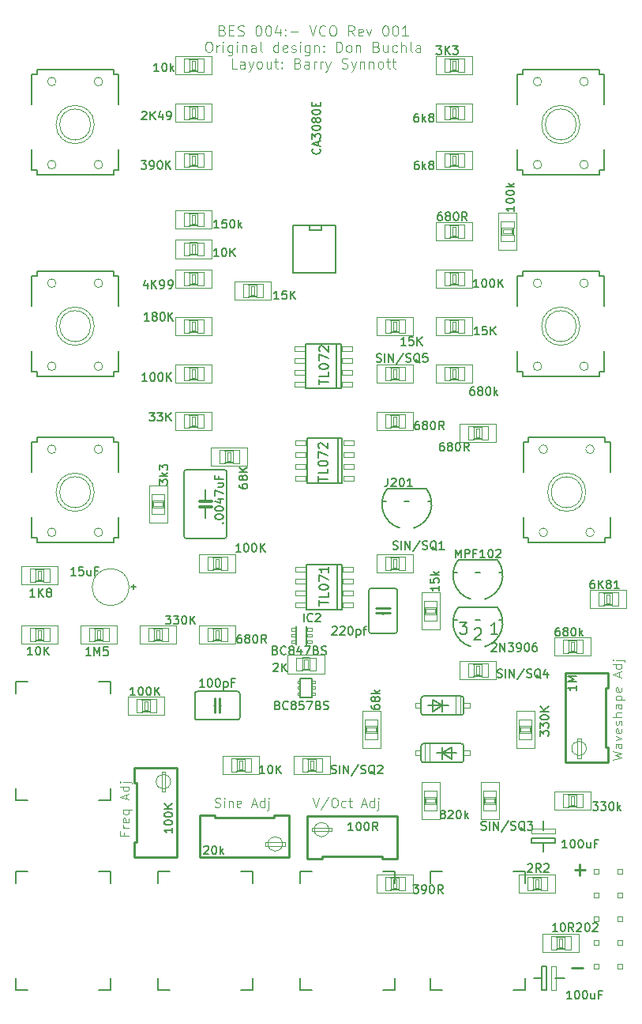
<source format=gbr>
G04 #@! TF.FileFunction,Legend,Top*
%FSLAX46Y46*%
G04 Gerber Fmt 4.6, Leading zero omitted, Abs format (unit mm)*
G04 Created by KiCad (PCBNEW 4.0.4-stable) date 09/25/16 23:13:10*
%MOMM*%
%LPD*%
G01*
G04 APERTURE LIST*
%ADD10C,0.100000*%
%ADD11C,0.200000*%
%ADD12C,0.127000*%
%ADD13C,0.066040*%
%ADD14C,0.152400*%
%ADD15C,0.050800*%
%ADD16C,0.304800*%
%ADD17C,0.254000*%
%ADD18C,0.076200*%
%ADD19C,0.203200*%
%ADD20C,0.101600*%
%ADD21C,0.150000*%
%ADD22C,0.228600*%
G04 APERTURE END LIST*
D10*
X103414143Y-41986429D02*
X103571286Y-42038810D01*
X103623667Y-42091190D01*
X103676048Y-42195952D01*
X103676048Y-42353095D01*
X103623667Y-42457857D01*
X103571286Y-42510238D01*
X103466524Y-42562619D01*
X103047477Y-42562619D01*
X103047477Y-41462619D01*
X103414143Y-41462619D01*
X103518905Y-41515000D01*
X103571286Y-41567381D01*
X103623667Y-41672143D01*
X103623667Y-41776905D01*
X103571286Y-41881667D01*
X103518905Y-41934048D01*
X103414143Y-41986429D01*
X103047477Y-41986429D01*
X104147477Y-41986429D02*
X104514143Y-41986429D01*
X104671286Y-42562619D02*
X104147477Y-42562619D01*
X104147477Y-41462619D01*
X104671286Y-41462619D01*
X105090334Y-42510238D02*
X105247477Y-42562619D01*
X105509381Y-42562619D01*
X105614143Y-42510238D01*
X105666524Y-42457857D01*
X105718905Y-42353095D01*
X105718905Y-42248333D01*
X105666524Y-42143571D01*
X105614143Y-42091190D01*
X105509381Y-42038810D01*
X105299858Y-41986429D01*
X105195096Y-41934048D01*
X105142715Y-41881667D01*
X105090334Y-41776905D01*
X105090334Y-41672143D01*
X105142715Y-41567381D01*
X105195096Y-41515000D01*
X105299858Y-41462619D01*
X105561762Y-41462619D01*
X105718905Y-41515000D01*
X107237953Y-41462619D02*
X107342714Y-41462619D01*
X107447476Y-41515000D01*
X107499857Y-41567381D01*
X107552238Y-41672143D01*
X107604619Y-41881667D01*
X107604619Y-42143571D01*
X107552238Y-42353095D01*
X107499857Y-42457857D01*
X107447476Y-42510238D01*
X107342714Y-42562619D01*
X107237953Y-42562619D01*
X107133191Y-42510238D01*
X107080810Y-42457857D01*
X107028429Y-42353095D01*
X106976048Y-42143571D01*
X106976048Y-41881667D01*
X107028429Y-41672143D01*
X107080810Y-41567381D01*
X107133191Y-41515000D01*
X107237953Y-41462619D01*
X108285572Y-41462619D02*
X108390333Y-41462619D01*
X108495095Y-41515000D01*
X108547476Y-41567381D01*
X108599857Y-41672143D01*
X108652238Y-41881667D01*
X108652238Y-42143571D01*
X108599857Y-42353095D01*
X108547476Y-42457857D01*
X108495095Y-42510238D01*
X108390333Y-42562619D01*
X108285572Y-42562619D01*
X108180810Y-42510238D01*
X108128429Y-42457857D01*
X108076048Y-42353095D01*
X108023667Y-42143571D01*
X108023667Y-41881667D01*
X108076048Y-41672143D01*
X108128429Y-41567381D01*
X108180810Y-41515000D01*
X108285572Y-41462619D01*
X109595095Y-41829286D02*
X109595095Y-42562619D01*
X109333191Y-41410238D02*
X109071286Y-42195952D01*
X109752238Y-42195952D01*
X110171286Y-42457857D02*
X110223667Y-42510238D01*
X110171286Y-42562619D01*
X110118905Y-42510238D01*
X110171286Y-42457857D01*
X110171286Y-42562619D01*
X110171286Y-41881667D02*
X110223667Y-41934048D01*
X110171286Y-41986429D01*
X110118905Y-41934048D01*
X110171286Y-41881667D01*
X110171286Y-41986429D01*
X110695096Y-42143571D02*
X111533191Y-42143571D01*
X112737953Y-41462619D02*
X113104620Y-42562619D01*
X113471286Y-41462619D01*
X114466524Y-42457857D02*
X114414143Y-42510238D01*
X114257000Y-42562619D01*
X114152238Y-42562619D01*
X113995096Y-42510238D01*
X113890334Y-42405476D01*
X113837953Y-42300714D01*
X113785572Y-42091190D01*
X113785572Y-41934048D01*
X113837953Y-41724524D01*
X113890334Y-41619762D01*
X113995096Y-41515000D01*
X114152238Y-41462619D01*
X114257000Y-41462619D01*
X114414143Y-41515000D01*
X114466524Y-41567381D01*
X115147477Y-41462619D02*
X115357000Y-41462619D01*
X115461762Y-41515000D01*
X115566524Y-41619762D01*
X115618905Y-41829286D01*
X115618905Y-42195952D01*
X115566524Y-42405476D01*
X115461762Y-42510238D01*
X115357000Y-42562619D01*
X115147477Y-42562619D01*
X115042715Y-42510238D01*
X114937953Y-42405476D01*
X114885572Y-42195952D01*
X114885572Y-41829286D01*
X114937953Y-41619762D01*
X115042715Y-41515000D01*
X115147477Y-41462619D01*
X117557000Y-42562619D02*
X117190334Y-42038810D01*
X116928429Y-42562619D02*
X116928429Y-41462619D01*
X117347476Y-41462619D01*
X117452238Y-41515000D01*
X117504619Y-41567381D01*
X117557000Y-41672143D01*
X117557000Y-41829286D01*
X117504619Y-41934048D01*
X117452238Y-41986429D01*
X117347476Y-42038810D01*
X116928429Y-42038810D01*
X118447476Y-42510238D02*
X118342714Y-42562619D01*
X118133191Y-42562619D01*
X118028429Y-42510238D01*
X117976048Y-42405476D01*
X117976048Y-41986429D01*
X118028429Y-41881667D01*
X118133191Y-41829286D01*
X118342714Y-41829286D01*
X118447476Y-41881667D01*
X118499857Y-41986429D01*
X118499857Y-42091190D01*
X117976048Y-42195952D01*
X118866524Y-41829286D02*
X119128429Y-42562619D01*
X119390333Y-41829286D01*
X120857000Y-41462619D02*
X120961761Y-41462619D01*
X121066523Y-41515000D01*
X121118904Y-41567381D01*
X121171285Y-41672143D01*
X121223666Y-41881667D01*
X121223666Y-42143571D01*
X121171285Y-42353095D01*
X121118904Y-42457857D01*
X121066523Y-42510238D01*
X120961761Y-42562619D01*
X120857000Y-42562619D01*
X120752238Y-42510238D01*
X120699857Y-42457857D01*
X120647476Y-42353095D01*
X120595095Y-42143571D01*
X120595095Y-41881667D01*
X120647476Y-41672143D01*
X120699857Y-41567381D01*
X120752238Y-41515000D01*
X120857000Y-41462619D01*
X121904619Y-41462619D02*
X122009380Y-41462619D01*
X122114142Y-41515000D01*
X122166523Y-41567381D01*
X122218904Y-41672143D01*
X122271285Y-41881667D01*
X122271285Y-42143571D01*
X122218904Y-42353095D01*
X122166523Y-42457857D01*
X122114142Y-42510238D01*
X122009380Y-42562619D01*
X121904619Y-42562619D01*
X121799857Y-42510238D01*
X121747476Y-42457857D01*
X121695095Y-42353095D01*
X121642714Y-42143571D01*
X121642714Y-41881667D01*
X121695095Y-41672143D01*
X121747476Y-41567381D01*
X121799857Y-41515000D01*
X121904619Y-41462619D01*
X123318904Y-42562619D02*
X122690333Y-42562619D01*
X123004619Y-42562619D02*
X123004619Y-41462619D01*
X122899857Y-41619762D01*
X122795095Y-41724524D01*
X122690333Y-41776905D01*
X101868906Y-43212619D02*
X102078429Y-43212619D01*
X102183191Y-43265000D01*
X102287953Y-43369762D01*
X102340334Y-43579286D01*
X102340334Y-43945952D01*
X102287953Y-44155476D01*
X102183191Y-44260238D01*
X102078429Y-44312619D01*
X101868906Y-44312619D01*
X101764144Y-44260238D01*
X101659382Y-44155476D01*
X101607001Y-43945952D01*
X101607001Y-43579286D01*
X101659382Y-43369762D01*
X101764144Y-43265000D01*
X101868906Y-43212619D01*
X102811763Y-44312619D02*
X102811763Y-43579286D01*
X102811763Y-43788810D02*
X102864144Y-43684048D01*
X102916525Y-43631667D01*
X103021287Y-43579286D01*
X103126048Y-43579286D01*
X103492715Y-44312619D02*
X103492715Y-43579286D01*
X103492715Y-43212619D02*
X103440334Y-43265000D01*
X103492715Y-43317381D01*
X103545096Y-43265000D01*
X103492715Y-43212619D01*
X103492715Y-43317381D01*
X104487953Y-43579286D02*
X104487953Y-44469762D01*
X104435572Y-44574524D01*
X104383191Y-44626905D01*
X104278430Y-44679286D01*
X104121287Y-44679286D01*
X104016525Y-44626905D01*
X104487953Y-44260238D02*
X104383191Y-44312619D01*
X104173668Y-44312619D01*
X104068906Y-44260238D01*
X104016525Y-44207857D01*
X103964144Y-44103095D01*
X103964144Y-43788810D01*
X104016525Y-43684048D01*
X104068906Y-43631667D01*
X104173668Y-43579286D01*
X104383191Y-43579286D01*
X104487953Y-43631667D01*
X105011763Y-44312619D02*
X105011763Y-43579286D01*
X105011763Y-43212619D02*
X104959382Y-43265000D01*
X105011763Y-43317381D01*
X105064144Y-43265000D01*
X105011763Y-43212619D01*
X105011763Y-43317381D01*
X105535573Y-43579286D02*
X105535573Y-44312619D01*
X105535573Y-43684048D02*
X105587954Y-43631667D01*
X105692716Y-43579286D01*
X105849858Y-43579286D01*
X105954620Y-43631667D01*
X106007001Y-43736429D01*
X106007001Y-44312619D01*
X107002239Y-44312619D02*
X107002239Y-43736429D01*
X106949858Y-43631667D01*
X106845096Y-43579286D01*
X106635573Y-43579286D01*
X106530811Y-43631667D01*
X107002239Y-44260238D02*
X106897477Y-44312619D01*
X106635573Y-44312619D01*
X106530811Y-44260238D01*
X106478430Y-44155476D01*
X106478430Y-44050714D01*
X106530811Y-43945952D01*
X106635573Y-43893571D01*
X106897477Y-43893571D01*
X107002239Y-43841190D01*
X107683192Y-44312619D02*
X107578430Y-44260238D01*
X107526049Y-44155476D01*
X107526049Y-43212619D01*
X109411762Y-44312619D02*
X109411762Y-43212619D01*
X109411762Y-44260238D02*
X109307000Y-44312619D01*
X109097477Y-44312619D01*
X108992715Y-44260238D01*
X108940334Y-44207857D01*
X108887953Y-44103095D01*
X108887953Y-43788810D01*
X108940334Y-43684048D01*
X108992715Y-43631667D01*
X109097477Y-43579286D01*
X109307000Y-43579286D01*
X109411762Y-43631667D01*
X110354619Y-44260238D02*
X110249857Y-44312619D01*
X110040334Y-44312619D01*
X109935572Y-44260238D01*
X109883191Y-44155476D01*
X109883191Y-43736429D01*
X109935572Y-43631667D01*
X110040334Y-43579286D01*
X110249857Y-43579286D01*
X110354619Y-43631667D01*
X110407000Y-43736429D01*
X110407000Y-43841190D01*
X109883191Y-43945952D01*
X110826048Y-44260238D02*
X110930810Y-44312619D01*
X111140334Y-44312619D01*
X111245095Y-44260238D01*
X111297476Y-44155476D01*
X111297476Y-44103095D01*
X111245095Y-43998333D01*
X111140334Y-43945952D01*
X110983191Y-43945952D01*
X110878429Y-43893571D01*
X110826048Y-43788810D01*
X110826048Y-43736429D01*
X110878429Y-43631667D01*
X110983191Y-43579286D01*
X111140334Y-43579286D01*
X111245095Y-43631667D01*
X111768905Y-44312619D02*
X111768905Y-43579286D01*
X111768905Y-43212619D02*
X111716524Y-43265000D01*
X111768905Y-43317381D01*
X111821286Y-43265000D01*
X111768905Y-43212619D01*
X111768905Y-43317381D01*
X112764143Y-43579286D02*
X112764143Y-44469762D01*
X112711762Y-44574524D01*
X112659381Y-44626905D01*
X112554620Y-44679286D01*
X112397477Y-44679286D01*
X112292715Y-44626905D01*
X112764143Y-44260238D02*
X112659381Y-44312619D01*
X112449858Y-44312619D01*
X112345096Y-44260238D01*
X112292715Y-44207857D01*
X112240334Y-44103095D01*
X112240334Y-43788810D01*
X112292715Y-43684048D01*
X112345096Y-43631667D01*
X112449858Y-43579286D01*
X112659381Y-43579286D01*
X112764143Y-43631667D01*
X113287953Y-43579286D02*
X113287953Y-44312619D01*
X113287953Y-43684048D02*
X113340334Y-43631667D01*
X113445096Y-43579286D01*
X113602238Y-43579286D01*
X113707000Y-43631667D01*
X113759381Y-43736429D01*
X113759381Y-44312619D01*
X114283191Y-44207857D02*
X114335572Y-44260238D01*
X114283191Y-44312619D01*
X114230810Y-44260238D01*
X114283191Y-44207857D01*
X114283191Y-44312619D01*
X114283191Y-43631667D02*
X114335572Y-43684048D01*
X114283191Y-43736429D01*
X114230810Y-43684048D01*
X114283191Y-43631667D01*
X114283191Y-43736429D01*
X115645096Y-44312619D02*
X115645096Y-43212619D01*
X115907001Y-43212619D01*
X116064143Y-43265000D01*
X116168905Y-43369762D01*
X116221286Y-43474524D01*
X116273667Y-43684048D01*
X116273667Y-43841190D01*
X116221286Y-44050714D01*
X116168905Y-44155476D01*
X116064143Y-44260238D01*
X115907001Y-44312619D01*
X115645096Y-44312619D01*
X116902239Y-44312619D02*
X116797477Y-44260238D01*
X116745096Y-44207857D01*
X116692715Y-44103095D01*
X116692715Y-43788810D01*
X116745096Y-43684048D01*
X116797477Y-43631667D01*
X116902239Y-43579286D01*
X117059381Y-43579286D01*
X117164143Y-43631667D01*
X117216524Y-43684048D01*
X117268905Y-43788810D01*
X117268905Y-44103095D01*
X117216524Y-44207857D01*
X117164143Y-44260238D01*
X117059381Y-44312619D01*
X116902239Y-44312619D01*
X117740334Y-43579286D02*
X117740334Y-44312619D01*
X117740334Y-43684048D02*
X117792715Y-43631667D01*
X117897477Y-43579286D01*
X118054619Y-43579286D01*
X118159381Y-43631667D01*
X118211762Y-43736429D01*
X118211762Y-44312619D01*
X119940333Y-43736429D02*
X120097476Y-43788810D01*
X120149857Y-43841190D01*
X120202238Y-43945952D01*
X120202238Y-44103095D01*
X120149857Y-44207857D01*
X120097476Y-44260238D01*
X119992714Y-44312619D01*
X119573667Y-44312619D01*
X119573667Y-43212619D01*
X119940333Y-43212619D01*
X120045095Y-43265000D01*
X120097476Y-43317381D01*
X120149857Y-43422143D01*
X120149857Y-43526905D01*
X120097476Y-43631667D01*
X120045095Y-43684048D01*
X119940333Y-43736429D01*
X119573667Y-43736429D01*
X121145095Y-43579286D02*
X121145095Y-44312619D01*
X120673667Y-43579286D02*
X120673667Y-44155476D01*
X120726048Y-44260238D01*
X120830810Y-44312619D01*
X120987952Y-44312619D01*
X121092714Y-44260238D01*
X121145095Y-44207857D01*
X122140333Y-44260238D02*
X122035571Y-44312619D01*
X121826048Y-44312619D01*
X121721286Y-44260238D01*
X121668905Y-44207857D01*
X121616524Y-44103095D01*
X121616524Y-43788810D01*
X121668905Y-43684048D01*
X121721286Y-43631667D01*
X121826048Y-43579286D01*
X122035571Y-43579286D01*
X122140333Y-43631667D01*
X122611762Y-44312619D02*
X122611762Y-43212619D01*
X123083190Y-44312619D02*
X123083190Y-43736429D01*
X123030809Y-43631667D01*
X122926047Y-43579286D01*
X122768905Y-43579286D01*
X122664143Y-43631667D01*
X122611762Y-43684048D01*
X123764143Y-44312619D02*
X123659381Y-44260238D01*
X123607000Y-44155476D01*
X123607000Y-43212619D01*
X124654618Y-44312619D02*
X124654618Y-43736429D01*
X124602237Y-43631667D01*
X124497475Y-43579286D01*
X124287952Y-43579286D01*
X124183190Y-43631667D01*
X124654618Y-44260238D02*
X124549856Y-44312619D01*
X124287952Y-44312619D01*
X124183190Y-44260238D01*
X124130809Y-44155476D01*
X124130809Y-44050714D01*
X124183190Y-43945952D01*
X124287952Y-43893571D01*
X124549856Y-43893571D01*
X124654618Y-43841190D01*
X104959383Y-46062619D02*
X104435574Y-46062619D01*
X104435574Y-44962619D01*
X105797478Y-46062619D02*
X105797478Y-45486429D01*
X105745097Y-45381667D01*
X105640335Y-45329286D01*
X105430812Y-45329286D01*
X105326050Y-45381667D01*
X105797478Y-46010238D02*
X105692716Y-46062619D01*
X105430812Y-46062619D01*
X105326050Y-46010238D01*
X105273669Y-45905476D01*
X105273669Y-45800714D01*
X105326050Y-45695952D01*
X105430812Y-45643571D01*
X105692716Y-45643571D01*
X105797478Y-45591190D01*
X106216526Y-45329286D02*
X106478431Y-46062619D01*
X106740335Y-45329286D02*
X106478431Y-46062619D01*
X106373669Y-46324524D01*
X106321288Y-46376905D01*
X106216526Y-46429286D01*
X107316526Y-46062619D02*
X107211764Y-46010238D01*
X107159383Y-45957857D01*
X107107002Y-45853095D01*
X107107002Y-45538810D01*
X107159383Y-45434048D01*
X107211764Y-45381667D01*
X107316526Y-45329286D01*
X107473668Y-45329286D01*
X107578430Y-45381667D01*
X107630811Y-45434048D01*
X107683192Y-45538810D01*
X107683192Y-45853095D01*
X107630811Y-45957857D01*
X107578430Y-46010238D01*
X107473668Y-46062619D01*
X107316526Y-46062619D01*
X108626049Y-45329286D02*
X108626049Y-46062619D01*
X108154621Y-45329286D02*
X108154621Y-45905476D01*
X108207002Y-46010238D01*
X108311764Y-46062619D01*
X108468906Y-46062619D01*
X108573668Y-46010238D01*
X108626049Y-45957857D01*
X108992716Y-45329286D02*
X109411764Y-45329286D01*
X109149859Y-44962619D02*
X109149859Y-45905476D01*
X109202240Y-46010238D01*
X109307002Y-46062619D01*
X109411764Y-46062619D01*
X109778430Y-45957857D02*
X109830811Y-46010238D01*
X109778430Y-46062619D01*
X109726049Y-46010238D01*
X109778430Y-45957857D01*
X109778430Y-46062619D01*
X109778430Y-45381667D02*
X109830811Y-45434048D01*
X109778430Y-45486429D01*
X109726049Y-45434048D01*
X109778430Y-45381667D01*
X109778430Y-45486429D01*
X111507001Y-45486429D02*
X111664144Y-45538810D01*
X111716525Y-45591190D01*
X111768906Y-45695952D01*
X111768906Y-45853095D01*
X111716525Y-45957857D01*
X111664144Y-46010238D01*
X111559382Y-46062619D01*
X111140335Y-46062619D01*
X111140335Y-44962619D01*
X111507001Y-44962619D01*
X111611763Y-45015000D01*
X111664144Y-45067381D01*
X111716525Y-45172143D01*
X111716525Y-45276905D01*
X111664144Y-45381667D01*
X111611763Y-45434048D01*
X111507001Y-45486429D01*
X111140335Y-45486429D01*
X112711763Y-46062619D02*
X112711763Y-45486429D01*
X112659382Y-45381667D01*
X112554620Y-45329286D01*
X112345097Y-45329286D01*
X112240335Y-45381667D01*
X112711763Y-46010238D02*
X112607001Y-46062619D01*
X112345097Y-46062619D01*
X112240335Y-46010238D01*
X112187954Y-45905476D01*
X112187954Y-45800714D01*
X112240335Y-45695952D01*
X112345097Y-45643571D01*
X112607001Y-45643571D01*
X112711763Y-45591190D01*
X113235573Y-46062619D02*
X113235573Y-45329286D01*
X113235573Y-45538810D02*
X113287954Y-45434048D01*
X113340335Y-45381667D01*
X113445097Y-45329286D01*
X113549858Y-45329286D01*
X113916525Y-46062619D02*
X113916525Y-45329286D01*
X113916525Y-45538810D02*
X113968906Y-45434048D01*
X114021287Y-45381667D01*
X114126049Y-45329286D01*
X114230810Y-45329286D01*
X114492715Y-45329286D02*
X114754620Y-46062619D01*
X115016524Y-45329286D02*
X114754620Y-46062619D01*
X114649858Y-46324524D01*
X114597477Y-46376905D01*
X114492715Y-46429286D01*
X116221286Y-46010238D02*
X116378429Y-46062619D01*
X116640333Y-46062619D01*
X116745095Y-46010238D01*
X116797476Y-45957857D01*
X116849857Y-45853095D01*
X116849857Y-45748333D01*
X116797476Y-45643571D01*
X116745095Y-45591190D01*
X116640333Y-45538810D01*
X116430810Y-45486429D01*
X116326048Y-45434048D01*
X116273667Y-45381667D01*
X116221286Y-45276905D01*
X116221286Y-45172143D01*
X116273667Y-45067381D01*
X116326048Y-45015000D01*
X116430810Y-44962619D01*
X116692714Y-44962619D01*
X116849857Y-45015000D01*
X117216524Y-45329286D02*
X117478429Y-46062619D01*
X117740333Y-45329286D02*
X117478429Y-46062619D01*
X117373667Y-46324524D01*
X117321286Y-46376905D01*
X117216524Y-46429286D01*
X118159381Y-45329286D02*
X118159381Y-46062619D01*
X118159381Y-45434048D02*
X118211762Y-45381667D01*
X118316524Y-45329286D01*
X118473666Y-45329286D01*
X118578428Y-45381667D01*
X118630809Y-45486429D01*
X118630809Y-46062619D01*
X119154619Y-45329286D02*
X119154619Y-46062619D01*
X119154619Y-45434048D02*
X119207000Y-45381667D01*
X119311762Y-45329286D01*
X119468904Y-45329286D01*
X119573666Y-45381667D01*
X119626047Y-45486429D01*
X119626047Y-46062619D01*
X120307000Y-46062619D02*
X120202238Y-46010238D01*
X120149857Y-45957857D01*
X120097476Y-45853095D01*
X120097476Y-45538810D01*
X120149857Y-45434048D01*
X120202238Y-45381667D01*
X120307000Y-45329286D01*
X120464142Y-45329286D01*
X120568904Y-45381667D01*
X120621285Y-45434048D01*
X120673666Y-45538810D01*
X120673666Y-45853095D01*
X120621285Y-45957857D01*
X120568904Y-46010238D01*
X120464142Y-46062619D01*
X120307000Y-46062619D01*
X120987952Y-45329286D02*
X121407000Y-45329286D01*
X121145095Y-44962619D02*
X121145095Y-45905476D01*
X121197476Y-46010238D01*
X121302238Y-46062619D01*
X121407000Y-46062619D01*
X121616523Y-45329286D02*
X122035571Y-45329286D01*
X121773666Y-44962619D02*
X121773666Y-45905476D01*
X121826047Y-46010238D01*
X121930809Y-46062619D01*
X122035571Y-46062619D01*
X145248381Y-120061953D02*
X146248381Y-119823858D01*
X145534095Y-119633381D01*
X146248381Y-119442905D01*
X145248381Y-119204810D01*
X146248381Y-118395286D02*
X145724571Y-118395286D01*
X145629333Y-118442905D01*
X145581714Y-118538143D01*
X145581714Y-118728620D01*
X145629333Y-118823858D01*
X146200762Y-118395286D02*
X146248381Y-118490524D01*
X146248381Y-118728620D01*
X146200762Y-118823858D01*
X146105524Y-118871477D01*
X146010286Y-118871477D01*
X145915048Y-118823858D01*
X145867429Y-118728620D01*
X145867429Y-118490524D01*
X145819810Y-118395286D01*
X145581714Y-118014334D02*
X146248381Y-117776239D01*
X145581714Y-117538143D01*
X146200762Y-116776238D02*
X146248381Y-116871476D01*
X146248381Y-117061953D01*
X146200762Y-117157191D01*
X146105524Y-117204810D01*
X145724571Y-117204810D01*
X145629333Y-117157191D01*
X145581714Y-117061953D01*
X145581714Y-116871476D01*
X145629333Y-116776238D01*
X145724571Y-116728619D01*
X145819810Y-116728619D01*
X145915048Y-117204810D01*
X146200762Y-116347667D02*
X146248381Y-116252429D01*
X146248381Y-116061953D01*
X146200762Y-115966714D01*
X146105524Y-115919095D01*
X146057905Y-115919095D01*
X145962667Y-115966714D01*
X145915048Y-116061953D01*
X145915048Y-116204810D01*
X145867429Y-116300048D01*
X145772190Y-116347667D01*
X145724571Y-116347667D01*
X145629333Y-116300048D01*
X145581714Y-116204810D01*
X145581714Y-116061953D01*
X145629333Y-115966714D01*
X146248381Y-115490524D02*
X145248381Y-115490524D01*
X146248381Y-115061952D02*
X145724571Y-115061952D01*
X145629333Y-115109571D01*
X145581714Y-115204809D01*
X145581714Y-115347667D01*
X145629333Y-115442905D01*
X145676952Y-115490524D01*
X146248381Y-114157190D02*
X145724571Y-114157190D01*
X145629333Y-114204809D01*
X145581714Y-114300047D01*
X145581714Y-114490524D01*
X145629333Y-114585762D01*
X146200762Y-114157190D02*
X146248381Y-114252428D01*
X146248381Y-114490524D01*
X146200762Y-114585762D01*
X146105524Y-114633381D01*
X146010286Y-114633381D01*
X145915048Y-114585762D01*
X145867429Y-114490524D01*
X145867429Y-114252428D01*
X145819810Y-114157190D01*
X145581714Y-113681000D02*
X146581714Y-113681000D01*
X145629333Y-113681000D02*
X145581714Y-113585762D01*
X145581714Y-113395285D01*
X145629333Y-113300047D01*
X145676952Y-113252428D01*
X145772190Y-113204809D01*
X146057905Y-113204809D01*
X146153143Y-113252428D01*
X146200762Y-113300047D01*
X146248381Y-113395285D01*
X146248381Y-113585762D01*
X146200762Y-113681000D01*
X146200762Y-112395285D02*
X146248381Y-112490523D01*
X146248381Y-112681000D01*
X146200762Y-112776238D01*
X146105524Y-112823857D01*
X145724571Y-112823857D01*
X145629333Y-112776238D01*
X145581714Y-112681000D01*
X145581714Y-112490523D01*
X145629333Y-112395285D01*
X145724571Y-112347666D01*
X145819810Y-112347666D01*
X145915048Y-112823857D01*
X145962667Y-111204809D02*
X145962667Y-110728618D01*
X146248381Y-111300047D02*
X145248381Y-110966714D01*
X146248381Y-110633380D01*
X146248381Y-109871475D02*
X145248381Y-109871475D01*
X146200762Y-109871475D02*
X146248381Y-109966713D01*
X146248381Y-110157190D01*
X146200762Y-110252428D01*
X146153143Y-110300047D01*
X146057905Y-110347666D01*
X145772190Y-110347666D01*
X145676952Y-110300047D01*
X145629333Y-110252428D01*
X145581714Y-110157190D01*
X145581714Y-109966713D01*
X145629333Y-109871475D01*
X145581714Y-109395285D02*
X146438857Y-109395285D01*
X146534095Y-109442904D01*
X146581714Y-109538142D01*
X146581714Y-109585761D01*
X145248381Y-109395285D02*
X145296000Y-109442904D01*
X145343619Y-109395285D01*
X145296000Y-109347666D01*
X145248381Y-109395285D01*
X145343619Y-109395285D01*
X113117762Y-124166381D02*
X113451095Y-125166381D01*
X113784429Y-124166381D01*
X114832048Y-124118762D02*
X113974905Y-125404476D01*
X115355857Y-124166381D02*
X115546334Y-124166381D01*
X115641572Y-124214000D01*
X115736810Y-124309238D01*
X115784429Y-124499714D01*
X115784429Y-124833048D01*
X115736810Y-125023524D01*
X115641572Y-125118762D01*
X115546334Y-125166381D01*
X115355857Y-125166381D01*
X115260619Y-125118762D01*
X115165381Y-125023524D01*
X115117762Y-124833048D01*
X115117762Y-124499714D01*
X115165381Y-124309238D01*
X115260619Y-124214000D01*
X115355857Y-124166381D01*
X116641572Y-125118762D02*
X116546334Y-125166381D01*
X116355857Y-125166381D01*
X116260619Y-125118762D01*
X116213000Y-125071143D01*
X116165381Y-124975905D01*
X116165381Y-124690190D01*
X116213000Y-124594952D01*
X116260619Y-124547333D01*
X116355857Y-124499714D01*
X116546334Y-124499714D01*
X116641572Y-124547333D01*
X116927286Y-124499714D02*
X117308238Y-124499714D01*
X117070143Y-124166381D02*
X117070143Y-125023524D01*
X117117762Y-125118762D01*
X117213000Y-125166381D01*
X117308238Y-125166381D01*
X118355858Y-124880667D02*
X118832049Y-124880667D01*
X118260620Y-125166381D02*
X118593953Y-124166381D01*
X118927287Y-125166381D01*
X119689192Y-125166381D02*
X119689192Y-124166381D01*
X119689192Y-125118762D02*
X119593954Y-125166381D01*
X119403477Y-125166381D01*
X119308239Y-125118762D01*
X119260620Y-125071143D01*
X119213001Y-124975905D01*
X119213001Y-124690190D01*
X119260620Y-124594952D01*
X119308239Y-124547333D01*
X119403477Y-124499714D01*
X119593954Y-124499714D01*
X119689192Y-124547333D01*
X120165382Y-124499714D02*
X120165382Y-125356857D01*
X120117763Y-125452095D01*
X120022525Y-125499714D01*
X119974906Y-125499714D01*
X120165382Y-124166381D02*
X120117763Y-124214000D01*
X120165382Y-124261619D01*
X120213001Y-124214000D01*
X120165382Y-124166381D01*
X120165382Y-124261619D01*
X102632238Y-125118762D02*
X102775095Y-125166381D01*
X103013191Y-125166381D01*
X103108429Y-125118762D01*
X103156048Y-125071143D01*
X103203667Y-124975905D01*
X103203667Y-124880667D01*
X103156048Y-124785429D01*
X103108429Y-124737810D01*
X103013191Y-124690190D01*
X102822714Y-124642571D01*
X102727476Y-124594952D01*
X102679857Y-124547333D01*
X102632238Y-124452095D01*
X102632238Y-124356857D01*
X102679857Y-124261619D01*
X102727476Y-124214000D01*
X102822714Y-124166381D01*
X103060810Y-124166381D01*
X103203667Y-124214000D01*
X103632238Y-125166381D02*
X103632238Y-124499714D01*
X103632238Y-124166381D02*
X103584619Y-124214000D01*
X103632238Y-124261619D01*
X103679857Y-124214000D01*
X103632238Y-124166381D01*
X103632238Y-124261619D01*
X104108428Y-124499714D02*
X104108428Y-125166381D01*
X104108428Y-124594952D02*
X104156047Y-124547333D01*
X104251285Y-124499714D01*
X104394143Y-124499714D01*
X104489381Y-124547333D01*
X104537000Y-124642571D01*
X104537000Y-125166381D01*
X105394143Y-125118762D02*
X105298905Y-125166381D01*
X105108428Y-125166381D01*
X105013190Y-125118762D01*
X104965571Y-125023524D01*
X104965571Y-124642571D01*
X105013190Y-124547333D01*
X105108428Y-124499714D01*
X105298905Y-124499714D01*
X105394143Y-124547333D01*
X105441762Y-124642571D01*
X105441762Y-124737810D01*
X104965571Y-124833048D01*
X106584619Y-124880667D02*
X107060810Y-124880667D01*
X106489381Y-125166381D02*
X106822714Y-124166381D01*
X107156048Y-125166381D01*
X107917953Y-125166381D02*
X107917953Y-124166381D01*
X107917953Y-125118762D02*
X107822715Y-125166381D01*
X107632238Y-125166381D01*
X107537000Y-125118762D01*
X107489381Y-125071143D01*
X107441762Y-124975905D01*
X107441762Y-124690190D01*
X107489381Y-124594952D01*
X107537000Y-124547333D01*
X107632238Y-124499714D01*
X107822715Y-124499714D01*
X107917953Y-124547333D01*
X108394143Y-124499714D02*
X108394143Y-125356857D01*
X108346524Y-125452095D01*
X108251286Y-125499714D01*
X108203667Y-125499714D01*
X108394143Y-124166381D02*
X108346524Y-124214000D01*
X108394143Y-124261619D01*
X108441762Y-124214000D01*
X108394143Y-124166381D01*
X108394143Y-124261619D01*
X92892571Y-127896619D02*
X92892571Y-128229953D01*
X93416381Y-128229953D02*
X92416381Y-128229953D01*
X92416381Y-127753762D01*
X93416381Y-127372810D02*
X92749714Y-127372810D01*
X92940190Y-127372810D02*
X92844952Y-127325191D01*
X92797333Y-127277572D01*
X92749714Y-127182334D01*
X92749714Y-127087095D01*
X93368762Y-126372809D02*
X93416381Y-126468047D01*
X93416381Y-126658524D01*
X93368762Y-126753762D01*
X93273524Y-126801381D01*
X92892571Y-126801381D01*
X92797333Y-126753762D01*
X92749714Y-126658524D01*
X92749714Y-126468047D01*
X92797333Y-126372809D01*
X92892571Y-126325190D01*
X92987810Y-126325190D01*
X93083048Y-126801381D01*
X92749714Y-125468047D02*
X93749714Y-125468047D01*
X93368762Y-125468047D02*
X93416381Y-125563285D01*
X93416381Y-125753762D01*
X93368762Y-125849000D01*
X93321143Y-125896619D01*
X93225905Y-125944238D01*
X92940190Y-125944238D01*
X92844952Y-125896619D01*
X92797333Y-125849000D01*
X92749714Y-125753762D01*
X92749714Y-125563285D01*
X92797333Y-125468047D01*
X93130667Y-124277571D02*
X93130667Y-123801380D01*
X93416381Y-124372809D02*
X92416381Y-124039476D01*
X93416381Y-123706142D01*
X93416381Y-122944237D02*
X92416381Y-122944237D01*
X93368762Y-122944237D02*
X93416381Y-123039475D01*
X93416381Y-123229952D01*
X93368762Y-123325190D01*
X93321143Y-123372809D01*
X93225905Y-123420428D01*
X92940190Y-123420428D01*
X92844952Y-123372809D01*
X92797333Y-123325190D01*
X92749714Y-123229952D01*
X92749714Y-123039475D01*
X92797333Y-122944237D01*
X92749714Y-122468047D02*
X93606857Y-122468047D01*
X93702095Y-122515666D01*
X93749714Y-122610904D01*
X93749714Y-122658523D01*
X92416381Y-122468047D02*
X92464000Y-122515666D01*
X92511619Y-122468047D01*
X92464000Y-122420428D01*
X92416381Y-122468047D01*
X92511619Y-122468047D01*
D11*
X113777781Y-103566648D02*
X113777781Y-102995219D01*
X114777781Y-103280934D02*
X113777781Y-103280934D01*
X114777781Y-102185695D02*
X114777781Y-102661886D01*
X113777781Y-102661886D01*
X113777781Y-101661886D02*
X113777781Y-101566647D01*
X113825400Y-101471409D01*
X113873019Y-101423790D01*
X113968257Y-101376171D01*
X114158733Y-101328552D01*
X114396829Y-101328552D01*
X114587305Y-101376171D01*
X114682543Y-101423790D01*
X114730162Y-101471409D01*
X114777781Y-101566647D01*
X114777781Y-101661886D01*
X114730162Y-101757124D01*
X114682543Y-101804743D01*
X114587305Y-101852362D01*
X114396829Y-101899981D01*
X114158733Y-101899981D01*
X113968257Y-101852362D01*
X113873019Y-101804743D01*
X113825400Y-101757124D01*
X113777781Y-101661886D01*
X113777781Y-100995219D02*
X113777781Y-100328552D01*
X114777781Y-100757124D01*
X114777781Y-99423790D02*
X114777781Y-99995219D01*
X114777781Y-99709505D02*
X113777781Y-99709505D01*
X113920638Y-99804743D01*
X114015876Y-99899981D01*
X114063495Y-99995219D01*
X113701581Y-90307848D02*
X113701581Y-89736419D01*
X114701581Y-90022134D02*
X113701581Y-90022134D01*
X114701581Y-88926895D02*
X114701581Y-89403086D01*
X113701581Y-89403086D01*
X113701581Y-88403086D02*
X113701581Y-88307847D01*
X113749200Y-88212609D01*
X113796819Y-88164990D01*
X113892057Y-88117371D01*
X114082533Y-88069752D01*
X114320629Y-88069752D01*
X114511105Y-88117371D01*
X114606343Y-88164990D01*
X114653962Y-88212609D01*
X114701581Y-88307847D01*
X114701581Y-88403086D01*
X114653962Y-88498324D01*
X114606343Y-88545943D01*
X114511105Y-88593562D01*
X114320629Y-88641181D01*
X114082533Y-88641181D01*
X113892057Y-88593562D01*
X113796819Y-88545943D01*
X113749200Y-88498324D01*
X113701581Y-88403086D01*
X113701581Y-87736419D02*
X113701581Y-87069752D01*
X114701581Y-87498324D01*
X113796819Y-86736419D02*
X113749200Y-86688800D01*
X113701581Y-86593562D01*
X113701581Y-86355466D01*
X113749200Y-86260228D01*
X113796819Y-86212609D01*
X113892057Y-86164990D01*
X113987295Y-86164990D01*
X114130152Y-86212609D01*
X114701581Y-86784038D01*
X114701581Y-86164990D01*
X113777781Y-79919248D02*
X113777781Y-79347819D01*
X114777781Y-79633534D02*
X113777781Y-79633534D01*
X114777781Y-78538295D02*
X114777781Y-79014486D01*
X113777781Y-79014486D01*
X113777781Y-78014486D02*
X113777781Y-77919247D01*
X113825400Y-77824009D01*
X113873019Y-77776390D01*
X113968257Y-77728771D01*
X114158733Y-77681152D01*
X114396829Y-77681152D01*
X114587305Y-77728771D01*
X114682543Y-77776390D01*
X114730162Y-77824009D01*
X114777781Y-77919247D01*
X114777781Y-78014486D01*
X114730162Y-78109724D01*
X114682543Y-78157343D01*
X114587305Y-78204962D01*
X114396829Y-78252581D01*
X114158733Y-78252581D01*
X113968257Y-78204962D01*
X113873019Y-78157343D01*
X113825400Y-78109724D01*
X113777781Y-78014486D01*
X113777781Y-77347819D02*
X113777781Y-76681152D01*
X114777781Y-77109724D01*
X113873019Y-76347819D02*
X113825400Y-76300200D01*
X113777781Y-76204962D01*
X113777781Y-75966866D01*
X113825400Y-75871628D01*
X113873019Y-75824009D01*
X113968257Y-75776390D01*
X114063495Y-75776390D01*
X114206352Y-75824009D01*
X114777781Y-76395438D01*
X114777781Y-75776390D01*
D12*
X81280000Y-124460000D02*
X81280000Y-123190000D01*
X81280000Y-113030000D02*
X81280000Y-111760000D01*
X81280000Y-124460000D02*
X82550000Y-124460000D01*
X90170000Y-124460000D02*
X91440000Y-124460000D01*
X81280000Y-111760000D02*
X82550000Y-111760000D01*
X90170000Y-111760000D02*
X91440000Y-111760000D01*
X91440000Y-113030000D02*
X91440000Y-111760000D01*
X91440000Y-123190000D02*
X91440000Y-124460000D01*
X111760000Y-144780000D02*
X111760000Y-143510000D01*
X111760000Y-133350000D02*
X111760000Y-132080000D01*
X111760000Y-144780000D02*
X113030000Y-144780000D01*
X120650000Y-144780000D02*
X121920000Y-144780000D01*
X111760000Y-132080000D02*
X113030000Y-132080000D01*
X120650000Y-132080000D02*
X121920000Y-132080000D01*
X121920000Y-133350000D02*
X121920000Y-132080000D01*
X121920000Y-143510000D02*
X121920000Y-144780000D01*
D13*
X146304000Y-139954000D02*
X146304000Y-139446000D01*
X146304000Y-139446000D02*
X145796000Y-139446000D01*
X145796000Y-139954000D02*
X145796000Y-139446000D01*
X146304000Y-139954000D02*
X145796000Y-139954000D01*
X146304000Y-142494000D02*
X146304000Y-141986000D01*
X146304000Y-141986000D02*
X145796000Y-141986000D01*
X145796000Y-142494000D02*
X145796000Y-141986000D01*
X146304000Y-142494000D02*
X145796000Y-142494000D01*
X146304000Y-137414000D02*
X146304000Y-136906000D01*
X146304000Y-136906000D02*
X145796000Y-136906000D01*
X145796000Y-137414000D02*
X145796000Y-136906000D01*
X146304000Y-137414000D02*
X145796000Y-137414000D01*
X146304000Y-132334000D02*
X146304000Y-131826000D01*
X146304000Y-131826000D02*
X145796000Y-131826000D01*
X145796000Y-132334000D02*
X145796000Y-131826000D01*
X146304000Y-132334000D02*
X145796000Y-132334000D01*
X146304000Y-134874000D02*
X146304000Y-134366000D01*
X146304000Y-134366000D02*
X145796000Y-134366000D01*
X145796000Y-134874000D02*
X145796000Y-134366000D01*
X146304000Y-134874000D02*
X145796000Y-134874000D01*
X143764000Y-142494000D02*
X143764000Y-141986000D01*
X143764000Y-141986000D02*
X143256000Y-141986000D01*
X143256000Y-142494000D02*
X143256000Y-141986000D01*
X143764000Y-142494000D02*
X143256000Y-142494000D01*
X143764000Y-139954000D02*
X143764000Y-139446000D01*
X143764000Y-139446000D02*
X143256000Y-139446000D01*
X143256000Y-139954000D02*
X143256000Y-139446000D01*
X143764000Y-139954000D02*
X143256000Y-139954000D01*
X143764000Y-137414000D02*
X143764000Y-136906000D01*
X143764000Y-136906000D02*
X143256000Y-136906000D01*
X143256000Y-137414000D02*
X143256000Y-136906000D01*
X143764000Y-137414000D02*
X143256000Y-137414000D01*
X143764000Y-134874000D02*
X143764000Y-134366000D01*
X143764000Y-134366000D02*
X143256000Y-134366000D01*
X143256000Y-134874000D02*
X143256000Y-134366000D01*
X143764000Y-134874000D02*
X143256000Y-134874000D01*
X143764000Y-132334000D02*
X143764000Y-131826000D01*
X143764000Y-131826000D02*
X143256000Y-131826000D01*
X143256000Y-132334000D02*
X143256000Y-131826000D01*
X143764000Y-132334000D02*
X143256000Y-132334000D01*
D12*
X125730000Y-144780000D02*
X125730000Y-143510000D01*
X125730000Y-133350000D02*
X125730000Y-132080000D01*
X125730000Y-144780000D02*
X127000000Y-144780000D01*
X134620000Y-144780000D02*
X135890000Y-144780000D01*
X125730000Y-132080000D02*
X127000000Y-132080000D01*
X134620000Y-132080000D02*
X135890000Y-132080000D01*
X135890000Y-133350000D02*
X135890000Y-132080000D01*
X135890000Y-143510000D02*
X135890000Y-144780000D01*
D13*
X136753600Y-132651500D02*
X136105900Y-132651500D01*
X136105900Y-132651500D02*
X136105900Y-134051040D01*
X136753600Y-134051040D02*
X136105900Y-134051040D01*
X136753600Y-132651500D02*
X136753600Y-134051040D01*
X138226800Y-132651500D02*
X137576560Y-132651500D01*
X137576560Y-132651500D02*
X137576560Y-134051040D01*
X138226800Y-134051040D02*
X137576560Y-134051040D01*
X138226800Y-132651500D02*
X138226800Y-134051040D01*
X137358120Y-132852160D02*
X136961880Y-132852160D01*
X136961880Y-132852160D02*
X136961880Y-133847840D01*
X137358120Y-133847840D02*
X136961880Y-133847840D01*
X137358120Y-132852160D02*
X137358120Y-133847840D01*
D14*
X137568940Y-133985000D02*
X136751060Y-133985000D01*
X137568940Y-132715000D02*
X136751060Y-132715000D01*
D15*
X139131040Y-134332980D02*
X135188960Y-134332980D01*
X135188960Y-134332980D02*
X135188960Y-132367020D01*
X135188960Y-132367020D02*
X139131040Y-132367020D01*
X139131040Y-132367020D02*
X139131040Y-134332980D01*
D13*
X139293600Y-139001500D02*
X138645900Y-139001500D01*
X138645900Y-139001500D02*
X138645900Y-140401040D01*
X139293600Y-140401040D02*
X138645900Y-140401040D01*
X139293600Y-139001500D02*
X139293600Y-140401040D01*
X140766800Y-139001500D02*
X140116560Y-139001500D01*
X140116560Y-139001500D02*
X140116560Y-140401040D01*
X140766800Y-140401040D02*
X140116560Y-140401040D01*
X140766800Y-139001500D02*
X140766800Y-140401040D01*
X139898120Y-139202160D02*
X139501880Y-139202160D01*
X139501880Y-139202160D02*
X139501880Y-140197840D01*
X139898120Y-140197840D02*
X139501880Y-140197840D01*
X139898120Y-139202160D02*
X139898120Y-140197840D01*
D14*
X140108940Y-140335000D02*
X139291060Y-140335000D01*
X140108940Y-139065000D02*
X139291060Y-139065000D01*
D15*
X141671040Y-140682980D02*
X137728960Y-140682980D01*
X137728960Y-140682980D02*
X137728960Y-138717020D01*
X137728960Y-138717020D02*
X141671040Y-138717020D01*
X141671040Y-138717020D02*
X141671040Y-140682980D01*
D16*
X102235000Y-93014800D02*
X101600000Y-93014800D01*
X101600000Y-93014800D02*
X100965000Y-93014800D01*
D14*
X101600000Y-93014800D02*
X101600000Y-94234000D01*
D16*
X102235000Y-92379800D02*
X101600000Y-92379800D01*
X101600000Y-92379800D02*
X100965000Y-92379800D01*
D14*
X101600000Y-92379800D02*
X101600000Y-91186000D01*
X103632000Y-96393000D02*
X99568000Y-96393000D01*
X99314000Y-96139000D02*
X99314000Y-89281000D01*
X99568000Y-89027000D02*
X103632000Y-89027000D01*
X103886000Y-89281000D02*
X103886000Y-96139000D01*
X103632000Y-89027000D02*
G75*
G02X103886000Y-89281000I0J-254000D01*
G01*
X99314000Y-89281000D02*
G75*
G02X99568000Y-89027000I254000J0D01*
G01*
X99568000Y-96393000D02*
G75*
G02X99314000Y-96139000I0J254000D01*
G01*
X103886000Y-96139000D02*
G75*
G02X103632000Y-96393000I-254000J0D01*
G01*
X100711000Y-115824000D02*
X105029000Y-115824000D01*
X105029000Y-112776000D02*
X100711000Y-112776000D01*
X105283000Y-115570000D02*
X105283000Y-113030000D01*
X100457000Y-115570000D02*
X100457000Y-113030000D01*
X103251000Y-114300000D02*
X103124000Y-114300000D01*
D17*
X103124000Y-114300000D02*
X103124000Y-115062000D01*
X103124000Y-114300000D02*
X103124000Y-113538000D01*
X102616000Y-115062000D02*
X102616000Y-114300000D01*
X102616000Y-114300000D02*
X102616000Y-113538000D01*
D14*
X102616000Y-114300000D02*
X102489000Y-114300000D01*
X105283000Y-115570000D02*
G75*
G02X105029000Y-115824000I-254000J0D01*
G01*
X100711000Y-115824000D02*
G75*
G02X100457000Y-115570000I0J254000D01*
G01*
X105029000Y-112776000D02*
G75*
G02X105283000Y-113030000I0J-254000D01*
G01*
X100457000Y-113030000D02*
G75*
G02X100711000Y-112776000I254000J0D01*
G01*
X93599000Y-101600000D02*
X94107000Y-101600000D01*
X93853000Y-101854000D02*
X93853000Y-101346000D01*
D18*
X93415656Y-101600000D02*
G75*
G03X93415656Y-101600000I-1975656J0D01*
G01*
D14*
X122174000Y-106299000D02*
X122174000Y-101981000D01*
X119126000Y-101981000D02*
X119126000Y-106299000D01*
X121920000Y-101727000D02*
X119380000Y-101727000D01*
X121920000Y-106553000D02*
X119380000Y-106553000D01*
X120650000Y-103759000D02*
X120650000Y-103886000D01*
D17*
X120650000Y-103886000D02*
X121412000Y-103886000D01*
X120650000Y-103886000D02*
X119888000Y-103886000D01*
X121412000Y-104394000D02*
X120650000Y-104394000D01*
X120650000Y-104394000D02*
X119888000Y-104394000D01*
D14*
X120650000Y-104394000D02*
X120650000Y-104521000D01*
X121920000Y-101727000D02*
G75*
G02X122174000Y-101981000I0J-254000D01*
G01*
X122174000Y-106299000D02*
G75*
G02X121920000Y-106553000I-254000J0D01*
G01*
X119126000Y-101981000D02*
G75*
G02X119380000Y-101727000I254000J0D01*
G01*
X119380000Y-106553000D02*
G75*
G02X119126000Y-106299000I0J254000D01*
G01*
D13*
X139065000Y-128016000D02*
X139065000Y-127508000D01*
X139065000Y-127508000D02*
X136525000Y-127508000D01*
X136525000Y-128016000D02*
X136525000Y-127508000D01*
X139065000Y-128016000D02*
X136525000Y-128016000D01*
D14*
X137795000Y-129921000D02*
X137795000Y-129032000D01*
X137795000Y-129032000D02*
X139065000Y-129032000D01*
X139065000Y-129032000D02*
X139065000Y-128524000D01*
X139065000Y-128524000D02*
X136525000Y-128524000D01*
X136525000Y-128524000D02*
X136525000Y-129032000D01*
X136525000Y-129032000D02*
X137795000Y-129032000D01*
X137795000Y-127635000D02*
X137795000Y-126619000D01*
D13*
X138684000Y-144780000D02*
X139192000Y-144780000D01*
X139192000Y-144780000D02*
X139192000Y-142240000D01*
X138684000Y-142240000D02*
X139192000Y-142240000D01*
X138684000Y-144780000D02*
X138684000Y-142240000D01*
D14*
X136779000Y-143510000D02*
X137668000Y-143510000D01*
X137668000Y-143510000D02*
X137668000Y-144780000D01*
X137668000Y-144780000D02*
X138176000Y-144780000D01*
X138176000Y-144780000D02*
X138176000Y-142240000D01*
X138176000Y-142240000D02*
X137668000Y-142240000D01*
X137668000Y-142240000D02*
X137668000Y-143510000D01*
X139065000Y-143510000D02*
X140081000Y-143510000D01*
D19*
X83530440Y-79057500D02*
X91729560Y-79057500D01*
X91729560Y-67762120D02*
X83530440Y-67762120D01*
X83530440Y-78508860D02*
X82981800Y-78508860D01*
X83530440Y-79057500D02*
X83530440Y-78508860D01*
X83530440Y-68310760D02*
X83530440Y-67762120D01*
X82981800Y-68310760D02*
X83530440Y-68310760D01*
X91729560Y-68310760D02*
X92278200Y-68310760D01*
X91729560Y-67762120D02*
X91729560Y-68310760D01*
X91729560Y-78508860D02*
X91729560Y-79057500D01*
X92278200Y-78508860D02*
X91729560Y-78508860D01*
X82981800Y-76309220D02*
X82981800Y-78508860D01*
X82981800Y-68310760D02*
X82981800Y-71511160D01*
X92278200Y-78508860D02*
X92278200Y-76309220D01*
X92278200Y-71511160D02*
X92278200Y-68310760D01*
D15*
X85586837Y-69060060D02*
G75*
G03X85586837Y-69060060I-456197J0D01*
G01*
X90585557Y-69060060D02*
G75*
G03X90585557Y-69060060I-456197J0D01*
G01*
X85586837Y-77957680D02*
G75*
G03X85586837Y-77957680I-456197J0D01*
G01*
X90585557Y-77957680D02*
G75*
G03X90585557Y-77957680I-456197J0D01*
G01*
D20*
X89677498Y-73660000D02*
G75*
G03X89677498Y-73660000I-2047498J0D01*
G01*
X89289551Y-73660000D02*
G75*
G03X89289551Y-73660000I-1659551J0D01*
G01*
D13*
X125095000Y-118364000D02*
X125603000Y-118364000D01*
X125603000Y-118364000D02*
X125603000Y-120396000D01*
X125095000Y-120396000D02*
X125603000Y-120396000D01*
X125095000Y-118364000D02*
X125095000Y-120396000D01*
X129286000Y-119126000D02*
X129921000Y-119126000D01*
X129921000Y-119126000D02*
X129921000Y-119634000D01*
X129286000Y-119634000D02*
X129921000Y-119634000D01*
X129286000Y-119126000D02*
X129286000Y-119634000D01*
X124079000Y-119126000D02*
X124714000Y-119126000D01*
X124714000Y-119126000D02*
X124714000Y-119634000D01*
X124079000Y-119634000D02*
X124714000Y-119634000D01*
X124079000Y-119126000D02*
X124079000Y-119634000D01*
D14*
X126365000Y-119380000D02*
X127000000Y-119380000D01*
X128016000Y-120015000D02*
X128016000Y-118745000D01*
X128016000Y-118745000D02*
X127000000Y-119380000D01*
X127000000Y-119380000D02*
X128524000Y-119380000D01*
X127000000Y-119380000D02*
X128016000Y-120015000D01*
X127000000Y-120015000D02*
X127000000Y-119380000D01*
X127000000Y-119380000D02*
X127000000Y-118745000D01*
X129286000Y-120142000D02*
X129286000Y-118618000D01*
X124968000Y-118364000D02*
X129032000Y-118364000D01*
X124714000Y-120142000D02*
X124714000Y-118618000D01*
X124968000Y-120396000D02*
X129032000Y-120396000D01*
X129286000Y-120142000D02*
G75*
G02X129032000Y-120396000I-254000J0D01*
G01*
X129032000Y-118364000D02*
G75*
G02X129286000Y-118618000I0J-254000D01*
G01*
X124968000Y-120396000D02*
G75*
G02X124714000Y-120142000I0J254000D01*
G01*
X124714000Y-118618000D02*
G75*
G02X124968000Y-118364000I254000J0D01*
G01*
D13*
X128905000Y-115316000D02*
X128397000Y-115316000D01*
X128397000Y-115316000D02*
X128397000Y-113284000D01*
X128905000Y-113284000D02*
X128397000Y-113284000D01*
X128905000Y-115316000D02*
X128905000Y-113284000D01*
X124714000Y-114554000D02*
X124079000Y-114554000D01*
X124079000Y-114554000D02*
X124079000Y-114046000D01*
X124714000Y-114046000D02*
X124079000Y-114046000D01*
X124714000Y-114554000D02*
X124714000Y-114046000D01*
X129921000Y-114554000D02*
X129286000Y-114554000D01*
X129286000Y-114554000D02*
X129286000Y-114046000D01*
X129921000Y-114046000D02*
X129286000Y-114046000D01*
X129921000Y-114554000D02*
X129921000Y-114046000D01*
D14*
X127635000Y-114300000D02*
X127000000Y-114300000D01*
X125984000Y-113665000D02*
X125984000Y-114935000D01*
X125984000Y-114935000D02*
X127000000Y-114300000D01*
X127000000Y-114300000D02*
X125476000Y-114300000D01*
X127000000Y-114300000D02*
X125984000Y-113665000D01*
X127000000Y-113665000D02*
X127000000Y-114300000D01*
X127000000Y-114300000D02*
X127000000Y-114935000D01*
X124714000Y-113538000D02*
X124714000Y-115062000D01*
X129032000Y-115316000D02*
X124968000Y-115316000D01*
X129286000Y-113538000D02*
X129286000Y-115062000D01*
X129032000Y-113284000D02*
X124968000Y-113284000D01*
X124714000Y-113538000D02*
G75*
G02X124968000Y-113284000I254000J0D01*
G01*
X124968000Y-115316000D02*
G75*
G02X124714000Y-115062000I0J254000D01*
G01*
X129032000Y-113284000D02*
G75*
G02X129286000Y-113538000I0J-254000D01*
G01*
X129286000Y-115062000D02*
G75*
G02X129032000Y-115316000I-254000J0D01*
G01*
D19*
X136235440Y-96837500D02*
X144434560Y-96837500D01*
X144434560Y-85542120D02*
X136235440Y-85542120D01*
X136235440Y-96288860D02*
X135686800Y-96288860D01*
X136235440Y-96837500D02*
X136235440Y-96288860D01*
X136235440Y-86090760D02*
X136235440Y-85542120D01*
X135686800Y-86090760D02*
X136235440Y-86090760D01*
X144434560Y-86090760D02*
X144983200Y-86090760D01*
X144434560Y-85542120D02*
X144434560Y-86090760D01*
X144434560Y-96288860D02*
X144434560Y-96837500D01*
X144983200Y-96288860D02*
X144434560Y-96288860D01*
X135686800Y-94089220D02*
X135686800Y-96288860D01*
X135686800Y-86090760D02*
X135686800Y-89291160D01*
X144983200Y-96288860D02*
X144983200Y-94089220D01*
X144983200Y-89291160D02*
X144983200Y-86090760D01*
D15*
X138291837Y-86840060D02*
G75*
G03X138291837Y-86840060I-456197J0D01*
G01*
X143290557Y-86840060D02*
G75*
G03X143290557Y-86840060I-456197J0D01*
G01*
X138291837Y-95737680D02*
G75*
G03X138291837Y-95737680I-456197J0D01*
G01*
X143290557Y-95737680D02*
G75*
G03X143290557Y-95737680I-456197J0D01*
G01*
D20*
X142382498Y-91440000D02*
G75*
G03X142382498Y-91440000I-2047498J0D01*
G01*
X141994551Y-91440000D02*
G75*
G03X141994551Y-91440000I-1659551J0D01*
G01*
D12*
X96520000Y-144780000D02*
X96520000Y-143510000D01*
X96520000Y-133350000D02*
X96520000Y-132080000D01*
X96520000Y-144780000D02*
X97790000Y-144780000D01*
X105410000Y-144780000D02*
X106680000Y-144780000D01*
X96520000Y-132080000D02*
X97790000Y-132080000D01*
X105410000Y-132080000D02*
X106680000Y-132080000D01*
X106680000Y-133350000D02*
X106680000Y-132080000D01*
X106680000Y-143510000D02*
X106680000Y-144780000D01*
D19*
X83530440Y-57467500D02*
X91729560Y-57467500D01*
X91729560Y-46172120D02*
X83530440Y-46172120D01*
X83530440Y-56918860D02*
X82981800Y-56918860D01*
X83530440Y-57467500D02*
X83530440Y-56918860D01*
X83530440Y-46720760D02*
X83530440Y-46172120D01*
X82981800Y-46720760D02*
X83530440Y-46720760D01*
X91729560Y-46720760D02*
X92278200Y-46720760D01*
X91729560Y-46172120D02*
X91729560Y-46720760D01*
X91729560Y-56918860D02*
X91729560Y-57467500D01*
X92278200Y-56918860D02*
X91729560Y-56918860D01*
X82981800Y-54719220D02*
X82981800Y-56918860D01*
X82981800Y-46720760D02*
X82981800Y-49921160D01*
X92278200Y-56918860D02*
X92278200Y-54719220D01*
X92278200Y-49921160D02*
X92278200Y-46720760D01*
D15*
X85586837Y-47470060D02*
G75*
G03X85586837Y-47470060I-456197J0D01*
G01*
X90585557Y-47470060D02*
G75*
G03X90585557Y-47470060I-456197J0D01*
G01*
X85586837Y-56367680D02*
G75*
G03X85586837Y-56367680I-456197J0D01*
G01*
X90585557Y-56367680D02*
G75*
G03X90585557Y-56367680I-456197J0D01*
G01*
D20*
X89677498Y-52070000D02*
G75*
G03X89677498Y-52070000I-2047498J0D01*
G01*
X89289551Y-52070000D02*
G75*
G03X89289551Y-52070000I-1659551J0D01*
G01*
D19*
X83530440Y-96837500D02*
X91729560Y-96837500D01*
X91729560Y-85542120D02*
X83530440Y-85542120D01*
X83530440Y-96288860D02*
X82981800Y-96288860D01*
X83530440Y-96837500D02*
X83530440Y-96288860D01*
X83530440Y-86090760D02*
X83530440Y-85542120D01*
X82981800Y-86090760D02*
X83530440Y-86090760D01*
X91729560Y-86090760D02*
X92278200Y-86090760D01*
X91729560Y-85542120D02*
X91729560Y-86090760D01*
X91729560Y-96288860D02*
X91729560Y-96837500D01*
X92278200Y-96288860D02*
X91729560Y-96288860D01*
X82981800Y-94089220D02*
X82981800Y-96288860D01*
X82981800Y-86090760D02*
X82981800Y-89291160D01*
X92278200Y-96288860D02*
X92278200Y-94089220D01*
X92278200Y-89291160D02*
X92278200Y-86090760D01*
D15*
X85586837Y-86840060D02*
G75*
G03X85586837Y-86840060I-456197J0D01*
G01*
X90585557Y-86840060D02*
G75*
G03X90585557Y-86840060I-456197J0D01*
G01*
X85586837Y-95737680D02*
G75*
G03X85586837Y-95737680I-456197J0D01*
G01*
X90585557Y-95737680D02*
G75*
G03X90585557Y-95737680I-456197J0D01*
G01*
D20*
X89677498Y-91440000D02*
G75*
G03X89677498Y-91440000I-2047498J0D01*
G01*
X89289551Y-91440000D02*
G75*
G03X89289551Y-91440000I-1659551J0D01*
G01*
D13*
X97299780Y-123482100D02*
X96898460Y-123482100D01*
X96898460Y-123482100D02*
X96898460Y-121381520D01*
X97299780Y-121381520D02*
X96898460Y-121381520D01*
X97299780Y-123482100D02*
X97299780Y-121381520D01*
D17*
X94000320Y-130528060D02*
X98549460Y-130528060D01*
X98549460Y-130528060D02*
X98549460Y-120931940D01*
X98549460Y-120931940D02*
X94000320Y-120931940D01*
X94000320Y-120931940D02*
X94000320Y-122532140D01*
X94000320Y-122532140D02*
X94251780Y-122532140D01*
X94251780Y-122532140D02*
X94251780Y-128927860D01*
X94251780Y-128927860D02*
X94000320Y-128927860D01*
X94000320Y-128927860D02*
X94000320Y-130528060D01*
D18*
X97875014Y-122430540D02*
G75*
G03X97875014Y-122430540I-775894J0D01*
G01*
D13*
X117398800Y-103748840D02*
X117398800Y-103258620D01*
X117398800Y-103258620D02*
X116298980Y-103258620D01*
X116298980Y-103748840D02*
X116298980Y-103258620D01*
X117398800Y-103748840D02*
X116298980Y-103748840D01*
X117398800Y-102478840D02*
X117398800Y-101988620D01*
X117398800Y-101988620D02*
X116298980Y-101988620D01*
X116298980Y-102478840D02*
X116298980Y-101988620D01*
X117398800Y-102478840D02*
X116298980Y-102478840D01*
X117398800Y-101211380D02*
X117398800Y-100721160D01*
X117398800Y-100721160D02*
X116298980Y-100721160D01*
X116298980Y-101211380D02*
X116298980Y-100721160D01*
X117398800Y-101211380D02*
X116298980Y-101211380D01*
X117398800Y-99941380D02*
X117398800Y-99451160D01*
X117398800Y-99451160D02*
X116298980Y-99451160D01*
X116298980Y-99941380D02*
X116298980Y-99451160D01*
X117398800Y-99941380D02*
X116298980Y-99941380D01*
X112301020Y-99941380D02*
X112301020Y-99451160D01*
X112301020Y-99451160D02*
X111201200Y-99451160D01*
X111201200Y-99941380D02*
X111201200Y-99451160D01*
X112301020Y-99941380D02*
X111201200Y-99941380D01*
X112301020Y-101211380D02*
X112301020Y-100721160D01*
X112301020Y-100721160D02*
X111201200Y-100721160D01*
X111201200Y-101211380D02*
X111201200Y-100721160D01*
X112301020Y-101211380D02*
X111201200Y-101211380D01*
X112301020Y-102478840D02*
X112301020Y-101988620D01*
X112301020Y-101988620D02*
X111201200Y-101988620D01*
X111201200Y-102478840D02*
X111201200Y-101988620D01*
X112301020Y-102478840D02*
X111201200Y-102478840D01*
X112301020Y-103748840D02*
X112301020Y-103258620D01*
X112301020Y-103258620D02*
X111201200Y-103258620D01*
X111201200Y-103748840D02*
X111201200Y-103258620D01*
X112301020Y-103748840D02*
X111201200Y-103748840D01*
D19*
X112400080Y-99202240D02*
X115699540Y-99202240D01*
X115699540Y-99202240D02*
X116199920Y-99202240D01*
X116199920Y-99202240D02*
X116199920Y-103997760D01*
X116199920Y-103997760D02*
X115699540Y-103997760D01*
X115699540Y-103997760D02*
X112400080Y-103997760D01*
X112400080Y-103997760D02*
X112400080Y-99202240D01*
X115699540Y-99202240D02*
X115699540Y-103997760D01*
D13*
X117474800Y-90210640D02*
X117474800Y-89720420D01*
X117474800Y-89720420D02*
X116374980Y-89720420D01*
X116374980Y-90210640D02*
X116374980Y-89720420D01*
X117474800Y-90210640D02*
X116374980Y-90210640D01*
X117474800Y-88940640D02*
X117474800Y-88450420D01*
X117474800Y-88450420D02*
X116374980Y-88450420D01*
X116374980Y-88940640D02*
X116374980Y-88450420D01*
X117474800Y-88940640D02*
X116374980Y-88940640D01*
X117474800Y-87673180D02*
X117474800Y-87182960D01*
X117474800Y-87182960D02*
X116374980Y-87182960D01*
X116374980Y-87673180D02*
X116374980Y-87182960D01*
X117474800Y-87673180D02*
X116374980Y-87673180D01*
X117474800Y-86403180D02*
X117474800Y-85912960D01*
X117474800Y-85912960D02*
X116374980Y-85912960D01*
X116374980Y-86403180D02*
X116374980Y-85912960D01*
X117474800Y-86403180D02*
X116374980Y-86403180D01*
X112377020Y-86403180D02*
X112377020Y-85912960D01*
X112377020Y-85912960D02*
X111277200Y-85912960D01*
X111277200Y-86403180D02*
X111277200Y-85912960D01*
X112377020Y-86403180D02*
X111277200Y-86403180D01*
X112377020Y-87673180D02*
X112377020Y-87182960D01*
X112377020Y-87182960D02*
X111277200Y-87182960D01*
X111277200Y-87673180D02*
X111277200Y-87182960D01*
X112377020Y-87673180D02*
X111277200Y-87673180D01*
X112377020Y-88940640D02*
X112377020Y-88450420D01*
X112377020Y-88450420D02*
X111277200Y-88450420D01*
X111277200Y-88940640D02*
X111277200Y-88450420D01*
X112377020Y-88940640D02*
X111277200Y-88940640D01*
X112377020Y-90210640D02*
X112377020Y-89720420D01*
X112377020Y-89720420D02*
X111277200Y-89720420D01*
X111277200Y-90210640D02*
X111277200Y-89720420D01*
X112377020Y-90210640D02*
X111277200Y-90210640D01*
D19*
X112476080Y-85664040D02*
X115775540Y-85664040D01*
X115775540Y-85664040D02*
X116275920Y-85664040D01*
X116275920Y-85664040D02*
X116275920Y-90459560D01*
X116275920Y-90459560D02*
X115775540Y-90459560D01*
X115775540Y-90459560D02*
X112476080Y-90459560D01*
X112476080Y-90459560D02*
X112476080Y-85664040D01*
X115775540Y-85664040D02*
X115775540Y-90459560D01*
X135600440Y-79057500D02*
X143799560Y-79057500D01*
X143799560Y-67762120D02*
X135600440Y-67762120D01*
X135600440Y-78508860D02*
X135051800Y-78508860D01*
X135600440Y-79057500D02*
X135600440Y-78508860D01*
X135600440Y-68310760D02*
X135600440Y-67762120D01*
X135051800Y-68310760D02*
X135600440Y-68310760D01*
X143799560Y-68310760D02*
X144348200Y-68310760D01*
X143799560Y-67762120D02*
X143799560Y-68310760D01*
X143799560Y-78508860D02*
X143799560Y-79057500D01*
X144348200Y-78508860D02*
X143799560Y-78508860D01*
X135051800Y-76309220D02*
X135051800Y-78508860D01*
X135051800Y-68310760D02*
X135051800Y-71511160D01*
X144348200Y-78508860D02*
X144348200Y-76309220D01*
X144348200Y-71511160D02*
X144348200Y-68310760D01*
D15*
X137656837Y-69060060D02*
G75*
G03X137656837Y-69060060I-456197J0D01*
G01*
X142655557Y-69060060D02*
G75*
G03X142655557Y-69060060I-456197J0D01*
G01*
X137656837Y-77957680D02*
G75*
G03X137656837Y-77957680I-456197J0D01*
G01*
X142655557Y-77957680D02*
G75*
G03X142655557Y-77957680I-456197J0D01*
G01*
D20*
X141747498Y-73660000D02*
G75*
G03X141747498Y-73660000I-2047498J0D01*
G01*
X141359551Y-73660000D02*
G75*
G03X141359551Y-73660000I-1659551J0D01*
G01*
D14*
X121097040Y-91059000D02*
X125282960Y-91059000D01*
X120535700Y-92456000D02*
X120937020Y-92456000D01*
X122905520Y-92456000D02*
X123474480Y-92456000D01*
X125442980Y-92456000D02*
X125844300Y-92456000D01*
X122398709Y-95255612D02*
G75*
G02X121097040Y-91059000I791291J2545612D01*
G01*
X125287139Y-91064285D02*
G75*
G02X123974860Y-95257620I-2097139J-1645715D01*
G01*
D13*
X113011820Y-107579560D02*
X113011820Y-107279840D01*
X113011820Y-107279840D02*
X112511440Y-107279840D01*
X112511440Y-107579560D02*
X112511440Y-107279840D01*
X113011820Y-107579560D02*
X112511440Y-107579560D01*
X113011820Y-106931860D02*
X113011820Y-106632140D01*
X113011820Y-106632140D02*
X112511440Y-106632140D01*
X112511440Y-106931860D02*
X112511440Y-106632140D01*
X113011820Y-106931860D02*
X112511440Y-106931860D01*
X113011820Y-106284160D02*
X113011820Y-105984440D01*
X113011820Y-105984440D02*
X112511440Y-105984440D01*
X112511440Y-106284160D02*
X112511440Y-105984440D01*
X113011820Y-106284160D02*
X112511440Y-106284160D01*
X111312560Y-106284160D02*
X111312560Y-105984440D01*
X111312560Y-105984440D02*
X110812180Y-105984440D01*
X110812180Y-106284160D02*
X110812180Y-105984440D01*
X111312560Y-106284160D02*
X110812180Y-106284160D01*
X111312560Y-106931860D02*
X111312560Y-106632140D01*
X111312560Y-106632140D02*
X110812180Y-106632140D01*
X110812180Y-106931860D02*
X110812180Y-106632140D01*
X111312560Y-106931860D02*
X110812180Y-106931860D01*
X111312560Y-107579560D02*
X111312560Y-107279840D01*
X111312560Y-107279840D02*
X110812180Y-107279840D01*
X110812180Y-107579560D02*
X110812180Y-107279840D01*
X111312560Y-107579560D02*
X110812180Y-107579560D01*
D19*
X111363360Y-107780220D02*
X111363360Y-105783780D01*
X112460640Y-105783780D02*
X112460640Y-107780220D01*
D14*
X128717040Y-103759000D02*
X132902960Y-103759000D01*
X128155700Y-105156000D02*
X128557020Y-105156000D01*
X130525520Y-105156000D02*
X131094480Y-105156000D01*
X133062980Y-105156000D02*
X133464300Y-105156000D01*
X130018709Y-107955612D02*
G75*
G02X128717040Y-103759000I791291J2545612D01*
G01*
X132904264Y-103760627D02*
G75*
G02X131594860Y-107957620I-2094264J-1649373D01*
G01*
X128717040Y-98679000D02*
X132902960Y-98679000D01*
X128155700Y-100076000D02*
X128557020Y-100076000D01*
X130525520Y-100076000D02*
X131094480Y-100076000D01*
X133062980Y-100076000D02*
X133464300Y-100076000D01*
X130018709Y-102875612D02*
G75*
G02X128717040Y-98679000I791291J2545612D01*
G01*
X132907139Y-98684285D02*
G75*
G02X131594860Y-102877620I-2097139J-1645715D01*
G01*
D13*
X107086400Y-70548500D02*
X107734100Y-70548500D01*
X107734100Y-70548500D02*
X107734100Y-69148960D01*
X107086400Y-69148960D02*
X107734100Y-69148960D01*
X107086400Y-70548500D02*
X107086400Y-69148960D01*
X105613200Y-70548500D02*
X106263440Y-70548500D01*
X106263440Y-70548500D02*
X106263440Y-69148960D01*
X105613200Y-69148960D02*
X106263440Y-69148960D01*
X105613200Y-70548500D02*
X105613200Y-69148960D01*
X106481880Y-70347840D02*
X106878120Y-70347840D01*
X106878120Y-70347840D02*
X106878120Y-69352160D01*
X106481880Y-69352160D02*
X106878120Y-69352160D01*
X106481880Y-70347840D02*
X106481880Y-69352160D01*
D14*
X106271060Y-69215000D02*
X107088940Y-69215000D01*
X106271060Y-70485000D02*
X107088940Y-70485000D01*
D15*
X104708960Y-68867020D02*
X108651040Y-68867020D01*
X108651040Y-68867020D02*
X108651040Y-70832980D01*
X108651040Y-70832980D02*
X104708960Y-70832980D01*
X104708960Y-70832980D02*
X104708960Y-68867020D01*
D13*
X145186400Y-103568500D02*
X145834100Y-103568500D01*
X145834100Y-103568500D02*
X145834100Y-102168960D01*
X145186400Y-102168960D02*
X145834100Y-102168960D01*
X145186400Y-103568500D02*
X145186400Y-102168960D01*
X143713200Y-103568500D02*
X144363440Y-103568500D01*
X144363440Y-103568500D02*
X144363440Y-102168960D01*
X143713200Y-102168960D02*
X144363440Y-102168960D01*
X143713200Y-103568500D02*
X143713200Y-102168960D01*
X144581880Y-103367840D02*
X144978120Y-103367840D01*
X144978120Y-103367840D02*
X144978120Y-102372160D01*
X144581880Y-102372160D02*
X144978120Y-102372160D01*
X144581880Y-103367840D02*
X144581880Y-102372160D01*
D14*
X144371060Y-102235000D02*
X145188940Y-102235000D01*
X144371060Y-103505000D02*
X145188940Y-103505000D01*
D15*
X142808960Y-101887020D02*
X146751040Y-101887020D01*
X146751040Y-101887020D02*
X146751040Y-103852980D01*
X146751040Y-103852980D02*
X142808960Y-103852980D01*
X142808960Y-103852980D02*
X142808960Y-101887020D01*
D13*
X121513600Y-72961500D02*
X120865900Y-72961500D01*
X120865900Y-72961500D02*
X120865900Y-74361040D01*
X121513600Y-74361040D02*
X120865900Y-74361040D01*
X121513600Y-72961500D02*
X121513600Y-74361040D01*
X122986800Y-72961500D02*
X122336560Y-72961500D01*
X122336560Y-72961500D02*
X122336560Y-74361040D01*
X122986800Y-74361040D02*
X122336560Y-74361040D01*
X122986800Y-72961500D02*
X122986800Y-74361040D01*
X122118120Y-73162160D02*
X121721880Y-73162160D01*
X121721880Y-73162160D02*
X121721880Y-74157840D01*
X122118120Y-74157840D02*
X121721880Y-74157840D01*
X122118120Y-73162160D02*
X122118120Y-74157840D01*
D14*
X122328940Y-74295000D02*
X121511060Y-74295000D01*
X122328940Y-73025000D02*
X121511060Y-73025000D01*
D15*
X123891040Y-74642980D02*
X119948960Y-74642980D01*
X119948960Y-74642980D02*
X119948960Y-72677020D01*
X119948960Y-72677020D02*
X123891040Y-72677020D01*
X123891040Y-72677020D02*
X123891040Y-74642980D01*
D13*
X100736400Y-51498500D02*
X101384100Y-51498500D01*
X101384100Y-51498500D02*
X101384100Y-50098960D01*
X100736400Y-50098960D02*
X101384100Y-50098960D01*
X100736400Y-51498500D02*
X100736400Y-50098960D01*
X99263200Y-51498500D02*
X99913440Y-51498500D01*
X99913440Y-51498500D02*
X99913440Y-50098960D01*
X99263200Y-50098960D02*
X99913440Y-50098960D01*
X99263200Y-51498500D02*
X99263200Y-50098960D01*
X100131880Y-51297840D02*
X100528120Y-51297840D01*
X100528120Y-51297840D02*
X100528120Y-50302160D01*
X100131880Y-50302160D02*
X100528120Y-50302160D01*
X100131880Y-51297840D02*
X100131880Y-50302160D01*
D14*
X99921060Y-50165000D02*
X100738940Y-50165000D01*
X99921060Y-51435000D02*
X100738940Y-51435000D01*
D15*
X98358960Y-49817020D02*
X102301040Y-49817020D01*
X102301040Y-49817020D02*
X102301040Y-51782980D01*
X102301040Y-51782980D02*
X98358960Y-51782980D01*
X98358960Y-51782980D02*
X98358960Y-49817020D01*
D13*
X100736400Y-69278500D02*
X101384100Y-69278500D01*
X101384100Y-69278500D02*
X101384100Y-67878960D01*
X100736400Y-67878960D02*
X101384100Y-67878960D01*
X100736400Y-69278500D02*
X100736400Y-67878960D01*
X99263200Y-69278500D02*
X99913440Y-69278500D01*
X99913440Y-69278500D02*
X99913440Y-67878960D01*
X99263200Y-67878960D02*
X99913440Y-67878960D01*
X99263200Y-69278500D02*
X99263200Y-67878960D01*
X100131880Y-69077840D02*
X100528120Y-69077840D01*
X100528120Y-69077840D02*
X100528120Y-68082160D01*
X100131880Y-68082160D02*
X100528120Y-68082160D01*
X100131880Y-69077840D02*
X100131880Y-68082160D01*
D14*
X99921060Y-67945000D02*
X100738940Y-67945000D01*
X99921060Y-69215000D02*
X100738940Y-69215000D01*
D15*
X98358960Y-67597020D02*
X102301040Y-67597020D01*
X102301040Y-67597020D02*
X102301040Y-69562980D01*
X102301040Y-69562980D02*
X98358960Y-69562980D01*
X98358960Y-69562980D02*
X98358960Y-67597020D01*
D13*
X128676400Y-46418500D02*
X129324100Y-46418500D01*
X129324100Y-46418500D02*
X129324100Y-45018960D01*
X128676400Y-45018960D02*
X129324100Y-45018960D01*
X128676400Y-46418500D02*
X128676400Y-45018960D01*
X127203200Y-46418500D02*
X127853440Y-46418500D01*
X127853440Y-46418500D02*
X127853440Y-45018960D01*
X127203200Y-45018960D02*
X127853440Y-45018960D01*
X127203200Y-46418500D02*
X127203200Y-45018960D01*
X128071880Y-46217840D02*
X128468120Y-46217840D01*
X128468120Y-46217840D02*
X128468120Y-45222160D01*
X128071880Y-45222160D02*
X128468120Y-45222160D01*
X128071880Y-46217840D02*
X128071880Y-45222160D01*
D14*
X127861060Y-45085000D02*
X128678940Y-45085000D01*
X127861060Y-46355000D02*
X128678940Y-46355000D01*
D15*
X126298960Y-44737020D02*
X130241040Y-44737020D01*
X130241040Y-44737020D02*
X130241040Y-46702980D01*
X130241040Y-46702980D02*
X126298960Y-46702980D01*
X126298960Y-46702980D02*
X126298960Y-44737020D01*
D13*
X100736400Y-84518500D02*
X101384100Y-84518500D01*
X101384100Y-84518500D02*
X101384100Y-83118960D01*
X100736400Y-83118960D02*
X101384100Y-83118960D01*
X100736400Y-84518500D02*
X100736400Y-83118960D01*
X99263200Y-84518500D02*
X99913440Y-84518500D01*
X99913440Y-84518500D02*
X99913440Y-83118960D01*
X99263200Y-83118960D02*
X99913440Y-83118960D01*
X99263200Y-84518500D02*
X99263200Y-83118960D01*
X100131880Y-84317840D02*
X100528120Y-84317840D01*
X100528120Y-84317840D02*
X100528120Y-83322160D01*
X100131880Y-83322160D02*
X100528120Y-83322160D01*
X100131880Y-84317840D02*
X100131880Y-83322160D01*
D14*
X99921060Y-83185000D02*
X100738940Y-83185000D01*
X99921060Y-84455000D02*
X100738940Y-84455000D01*
D15*
X98358960Y-82837020D02*
X102301040Y-82837020D01*
X102301040Y-82837020D02*
X102301040Y-84802980D01*
X102301040Y-84802980D02*
X98358960Y-84802980D01*
X98358960Y-84802980D02*
X98358960Y-82837020D01*
D13*
X104546400Y-88328500D02*
X105194100Y-88328500D01*
X105194100Y-88328500D02*
X105194100Y-86928960D01*
X104546400Y-86928960D02*
X105194100Y-86928960D01*
X104546400Y-88328500D02*
X104546400Y-86928960D01*
X103073200Y-88328500D02*
X103723440Y-88328500D01*
X103723440Y-88328500D02*
X103723440Y-86928960D01*
X103073200Y-86928960D02*
X103723440Y-86928960D01*
X103073200Y-88328500D02*
X103073200Y-86928960D01*
X103941880Y-88127840D02*
X104338120Y-88127840D01*
X104338120Y-88127840D02*
X104338120Y-87132160D01*
X103941880Y-87132160D02*
X104338120Y-87132160D01*
X103941880Y-88127840D02*
X103941880Y-87132160D01*
D14*
X103731060Y-86995000D02*
X104548940Y-86995000D01*
X103731060Y-88265000D02*
X104548940Y-88265000D01*
D15*
X102168960Y-86647020D02*
X106111040Y-86647020D01*
X106111040Y-86647020D02*
X106111040Y-88612980D01*
X106111040Y-88612980D02*
X102168960Y-88612980D01*
X102168960Y-88612980D02*
X102168960Y-86647020D01*
D13*
X128676400Y-74358500D02*
X129324100Y-74358500D01*
X129324100Y-74358500D02*
X129324100Y-72958960D01*
X128676400Y-72958960D02*
X129324100Y-72958960D01*
X128676400Y-74358500D02*
X128676400Y-72958960D01*
X127203200Y-74358500D02*
X127853440Y-74358500D01*
X127853440Y-74358500D02*
X127853440Y-72958960D01*
X127203200Y-72958960D02*
X127853440Y-72958960D01*
X127203200Y-74358500D02*
X127203200Y-72958960D01*
X128071880Y-74157840D02*
X128468120Y-74157840D01*
X128468120Y-74157840D02*
X128468120Y-73162160D01*
X128071880Y-73162160D02*
X128468120Y-73162160D01*
X128071880Y-74157840D02*
X128071880Y-73162160D01*
D14*
X127861060Y-73025000D02*
X128678940Y-73025000D01*
X127861060Y-74295000D02*
X128678940Y-74295000D01*
D15*
X126298960Y-72677020D02*
X130241040Y-72677020D01*
X130241040Y-72677020D02*
X130241040Y-74642980D01*
X130241040Y-74642980D02*
X126298960Y-74642980D01*
X126298960Y-74642980D02*
X126298960Y-72677020D01*
D13*
X105816400Y-121348500D02*
X106464100Y-121348500D01*
X106464100Y-121348500D02*
X106464100Y-119948960D01*
X105816400Y-119948960D02*
X106464100Y-119948960D01*
X105816400Y-121348500D02*
X105816400Y-119948960D01*
X104343200Y-121348500D02*
X104993440Y-121348500D01*
X104993440Y-121348500D02*
X104993440Y-119948960D01*
X104343200Y-119948960D02*
X104993440Y-119948960D01*
X104343200Y-121348500D02*
X104343200Y-119948960D01*
X105211880Y-121147840D02*
X105608120Y-121147840D01*
X105608120Y-121147840D02*
X105608120Y-120152160D01*
X105211880Y-120152160D02*
X105608120Y-120152160D01*
X105211880Y-121147840D02*
X105211880Y-120152160D01*
D14*
X105001060Y-120015000D02*
X105818940Y-120015000D01*
X105001060Y-121285000D02*
X105818940Y-121285000D01*
D15*
X103438960Y-119667020D02*
X107381040Y-119667020D01*
X107381040Y-119667020D02*
X107381040Y-121632980D01*
X107381040Y-121632980D02*
X103438960Y-121632980D01*
X103438960Y-121632980D02*
X103438960Y-119667020D01*
D13*
X100736400Y-56578500D02*
X101384100Y-56578500D01*
X101384100Y-56578500D02*
X101384100Y-55178960D01*
X100736400Y-55178960D02*
X101384100Y-55178960D01*
X100736400Y-56578500D02*
X100736400Y-55178960D01*
X99263200Y-56578500D02*
X99913440Y-56578500D01*
X99913440Y-56578500D02*
X99913440Y-55178960D01*
X99263200Y-55178960D02*
X99913440Y-55178960D01*
X99263200Y-56578500D02*
X99263200Y-55178960D01*
X100131880Y-56377840D02*
X100528120Y-56377840D01*
X100528120Y-56377840D02*
X100528120Y-55382160D01*
X100131880Y-55382160D02*
X100528120Y-55382160D01*
X100131880Y-56377840D02*
X100131880Y-55382160D01*
D14*
X99921060Y-55245000D02*
X100738940Y-55245000D01*
X99921060Y-56515000D02*
X100738940Y-56515000D01*
D15*
X98358960Y-54897020D02*
X102301040Y-54897020D01*
X102301040Y-54897020D02*
X102301040Y-56862980D01*
X102301040Y-56862980D02*
X98358960Y-56862980D01*
X98358960Y-56862980D02*
X98358960Y-54897020D01*
D13*
X84226400Y-107378500D02*
X84874100Y-107378500D01*
X84874100Y-107378500D02*
X84874100Y-105978960D01*
X84226400Y-105978960D02*
X84874100Y-105978960D01*
X84226400Y-107378500D02*
X84226400Y-105978960D01*
X82753200Y-107378500D02*
X83403440Y-107378500D01*
X83403440Y-107378500D02*
X83403440Y-105978960D01*
X82753200Y-105978960D02*
X83403440Y-105978960D01*
X82753200Y-107378500D02*
X82753200Y-105978960D01*
X83621880Y-107177840D02*
X84018120Y-107177840D01*
X84018120Y-107177840D02*
X84018120Y-106182160D01*
X83621880Y-106182160D02*
X84018120Y-106182160D01*
X83621880Y-107177840D02*
X83621880Y-106182160D01*
D14*
X83411060Y-106045000D02*
X84228940Y-106045000D01*
X83411060Y-107315000D02*
X84228940Y-107315000D01*
D15*
X81848960Y-105697020D02*
X85791040Y-105697020D01*
X85791040Y-105697020D02*
X85791040Y-107662980D01*
X85791040Y-107662980D02*
X81848960Y-107662980D01*
X81848960Y-107662980D02*
X81848960Y-105697020D01*
D13*
X90576400Y-107378500D02*
X91224100Y-107378500D01*
X91224100Y-107378500D02*
X91224100Y-105978960D01*
X90576400Y-105978960D02*
X91224100Y-105978960D01*
X90576400Y-107378500D02*
X90576400Y-105978960D01*
X89103200Y-107378500D02*
X89753440Y-107378500D01*
X89753440Y-107378500D02*
X89753440Y-105978960D01*
X89103200Y-105978960D02*
X89753440Y-105978960D01*
X89103200Y-107378500D02*
X89103200Y-105978960D01*
X89971880Y-107177840D02*
X90368120Y-107177840D01*
X90368120Y-107177840D02*
X90368120Y-106182160D01*
X89971880Y-106182160D02*
X90368120Y-106182160D01*
X89971880Y-107177840D02*
X89971880Y-106182160D01*
D14*
X89761060Y-106045000D02*
X90578940Y-106045000D01*
X89761060Y-107315000D02*
X90578940Y-107315000D01*
D15*
X88198960Y-105697020D02*
X92141040Y-105697020D01*
X92141040Y-105697020D02*
X92141040Y-107662980D01*
X92141040Y-107662980D02*
X88198960Y-107662980D01*
X88198960Y-107662980D02*
X88198960Y-105697020D01*
D13*
X99923600Y-45021500D02*
X99275900Y-45021500D01*
X99275900Y-45021500D02*
X99275900Y-46421040D01*
X99923600Y-46421040D02*
X99275900Y-46421040D01*
X99923600Y-45021500D02*
X99923600Y-46421040D01*
X101396800Y-45021500D02*
X100746560Y-45021500D01*
X100746560Y-45021500D02*
X100746560Y-46421040D01*
X101396800Y-46421040D02*
X100746560Y-46421040D01*
X101396800Y-45021500D02*
X101396800Y-46421040D01*
X100528120Y-45222160D02*
X100131880Y-45222160D01*
X100131880Y-45222160D02*
X100131880Y-46217840D01*
X100528120Y-46217840D02*
X100131880Y-46217840D01*
X100528120Y-45222160D02*
X100528120Y-46217840D01*
D14*
X100738940Y-46355000D02*
X99921060Y-46355000D01*
X100738940Y-45085000D02*
X99921060Y-45085000D01*
D15*
X102301040Y-46702980D02*
X98358960Y-46702980D01*
X98358960Y-46702980D02*
X98358960Y-44737020D01*
X98358960Y-44737020D02*
X102301040Y-44737020D01*
X102301040Y-44737020D02*
X102301040Y-46702980D01*
D13*
X122326400Y-134048500D02*
X122974100Y-134048500D01*
X122974100Y-134048500D02*
X122974100Y-132648960D01*
X122326400Y-132648960D02*
X122974100Y-132648960D01*
X122326400Y-134048500D02*
X122326400Y-132648960D01*
X120853200Y-134048500D02*
X121503440Y-134048500D01*
X121503440Y-134048500D02*
X121503440Y-132648960D01*
X120853200Y-132648960D02*
X121503440Y-132648960D01*
X120853200Y-134048500D02*
X120853200Y-132648960D01*
X121721880Y-133847840D02*
X122118120Y-133847840D01*
X122118120Y-133847840D02*
X122118120Y-132852160D01*
X121721880Y-132852160D02*
X122118120Y-132852160D01*
X121721880Y-133847840D02*
X121721880Y-132852160D01*
D14*
X121511060Y-132715000D02*
X122328940Y-132715000D01*
X121511060Y-133985000D02*
X122328940Y-133985000D01*
D15*
X119948960Y-132367020D02*
X123891040Y-132367020D01*
X123891040Y-132367020D02*
X123891040Y-134332980D01*
X123891040Y-134332980D02*
X119948960Y-134332980D01*
X119948960Y-134332980D02*
X119948960Y-132367020D01*
D13*
X94843600Y-113601500D02*
X94195900Y-113601500D01*
X94195900Y-113601500D02*
X94195900Y-115001040D01*
X94843600Y-115001040D02*
X94195900Y-115001040D01*
X94843600Y-113601500D02*
X94843600Y-115001040D01*
X96316800Y-113601500D02*
X95666560Y-113601500D01*
X95666560Y-113601500D02*
X95666560Y-115001040D01*
X96316800Y-115001040D02*
X95666560Y-115001040D01*
X96316800Y-113601500D02*
X96316800Y-115001040D01*
X95448120Y-113802160D02*
X95051880Y-113802160D01*
X95051880Y-113802160D02*
X95051880Y-114797840D01*
X95448120Y-114797840D02*
X95051880Y-114797840D01*
X95448120Y-113802160D02*
X95448120Y-114797840D01*
D14*
X95658940Y-114935000D02*
X94841060Y-114935000D01*
X95658940Y-113665000D02*
X94841060Y-113665000D01*
D15*
X97221040Y-115282980D02*
X93278960Y-115282980D01*
X93278960Y-115282980D02*
X93278960Y-113317020D01*
X93278960Y-113317020D02*
X97221040Y-113317020D01*
X97221040Y-113317020D02*
X97221040Y-115282980D01*
D13*
X128676400Y-69278500D02*
X129324100Y-69278500D01*
X129324100Y-69278500D02*
X129324100Y-67878960D01*
X128676400Y-67878960D02*
X129324100Y-67878960D01*
X128676400Y-69278500D02*
X128676400Y-67878960D01*
X127203200Y-69278500D02*
X127853440Y-69278500D01*
X127853440Y-69278500D02*
X127853440Y-67878960D01*
X127203200Y-67878960D02*
X127853440Y-67878960D01*
X127203200Y-69278500D02*
X127203200Y-67878960D01*
X128071880Y-69077840D02*
X128468120Y-69077840D01*
X128468120Y-69077840D02*
X128468120Y-68082160D01*
X128071880Y-68082160D02*
X128468120Y-68082160D01*
X128071880Y-69077840D02*
X128071880Y-68082160D01*
D14*
X127861060Y-67945000D02*
X128678940Y-67945000D01*
X127861060Y-69215000D02*
X128678940Y-69215000D01*
D15*
X126298960Y-67597020D02*
X130241040Y-67597020D01*
X130241040Y-67597020D02*
X130241040Y-69562980D01*
X130241040Y-69562980D02*
X126298960Y-69562980D01*
X126298960Y-69562980D02*
X126298960Y-67597020D01*
D13*
X103276400Y-99758500D02*
X103924100Y-99758500D01*
X103924100Y-99758500D02*
X103924100Y-98358960D01*
X103276400Y-98358960D02*
X103924100Y-98358960D01*
X103276400Y-99758500D02*
X103276400Y-98358960D01*
X101803200Y-99758500D02*
X102453440Y-99758500D01*
X102453440Y-99758500D02*
X102453440Y-98358960D01*
X101803200Y-98358960D02*
X102453440Y-98358960D01*
X101803200Y-99758500D02*
X101803200Y-98358960D01*
X102671880Y-99557840D02*
X103068120Y-99557840D01*
X103068120Y-99557840D02*
X103068120Y-98562160D01*
X102671880Y-98562160D02*
X103068120Y-98562160D01*
X102671880Y-99557840D02*
X102671880Y-98562160D01*
D14*
X102461060Y-98425000D02*
X103278940Y-98425000D01*
X102461060Y-99695000D02*
X103278940Y-99695000D01*
D15*
X100898960Y-98077020D02*
X104841040Y-98077020D01*
X104841040Y-98077020D02*
X104841040Y-100042980D01*
X104841040Y-100042980D02*
X100898960Y-100042980D01*
X100898960Y-100042980D02*
X100898960Y-98077020D01*
D13*
X99923600Y-64706500D02*
X99275900Y-64706500D01*
X99275900Y-64706500D02*
X99275900Y-66106040D01*
X99923600Y-66106040D02*
X99275900Y-66106040D01*
X99923600Y-64706500D02*
X99923600Y-66106040D01*
X101396800Y-64706500D02*
X100746560Y-64706500D01*
X100746560Y-64706500D02*
X100746560Y-66106040D01*
X101396800Y-66106040D02*
X100746560Y-66106040D01*
X101396800Y-64706500D02*
X101396800Y-66106040D01*
X100528120Y-64907160D02*
X100131880Y-64907160D01*
X100131880Y-64907160D02*
X100131880Y-65902840D01*
X100528120Y-65902840D02*
X100131880Y-65902840D01*
X100528120Y-64907160D02*
X100528120Y-65902840D01*
D14*
X100738940Y-66040000D02*
X99921060Y-66040000D01*
X100738940Y-64770000D02*
X99921060Y-64770000D01*
D15*
X102301040Y-66387980D02*
X98358960Y-66387980D01*
X98358960Y-66387980D02*
X98358960Y-64422020D01*
X98358960Y-64422020D02*
X102301040Y-64422020D01*
X102301040Y-64422020D02*
X102301040Y-66387980D01*
D13*
X84226400Y-101028500D02*
X84874100Y-101028500D01*
X84874100Y-101028500D02*
X84874100Y-99628960D01*
X84226400Y-99628960D02*
X84874100Y-99628960D01*
X84226400Y-101028500D02*
X84226400Y-99628960D01*
X82753200Y-101028500D02*
X83403440Y-101028500D01*
X83403440Y-101028500D02*
X83403440Y-99628960D01*
X82753200Y-99628960D02*
X83403440Y-99628960D01*
X82753200Y-101028500D02*
X82753200Y-99628960D01*
X83621880Y-100827840D02*
X84018120Y-100827840D01*
X84018120Y-100827840D02*
X84018120Y-99832160D01*
X83621880Y-99832160D02*
X84018120Y-99832160D01*
X83621880Y-100827840D02*
X83621880Y-99832160D01*
D14*
X83411060Y-99695000D02*
X84228940Y-99695000D01*
X83411060Y-100965000D02*
X84228940Y-100965000D01*
D15*
X81848960Y-99347020D02*
X85791040Y-99347020D01*
X85791040Y-99347020D02*
X85791040Y-101312980D01*
X85791040Y-101312980D02*
X81848960Y-101312980D01*
X81848960Y-101312980D02*
X81848960Y-99347020D01*
D13*
X100736400Y-79438500D02*
X101384100Y-79438500D01*
X101384100Y-79438500D02*
X101384100Y-78038960D01*
X100736400Y-78038960D02*
X101384100Y-78038960D01*
X100736400Y-79438500D02*
X100736400Y-78038960D01*
X99263200Y-79438500D02*
X99913440Y-79438500D01*
X99913440Y-79438500D02*
X99913440Y-78038960D01*
X99263200Y-78038960D02*
X99913440Y-78038960D01*
X99263200Y-79438500D02*
X99263200Y-78038960D01*
X100131880Y-79237840D02*
X100528120Y-79237840D01*
X100528120Y-79237840D02*
X100528120Y-78242160D01*
X100131880Y-78242160D02*
X100528120Y-78242160D01*
X100131880Y-79237840D02*
X100131880Y-78242160D01*
D14*
X99921060Y-78105000D02*
X100738940Y-78105000D01*
X99921060Y-79375000D02*
X100738940Y-79375000D01*
D15*
X98358960Y-77757020D02*
X102301040Y-77757020D01*
X102301040Y-77757020D02*
X102301040Y-79722980D01*
X102301040Y-79722980D02*
X98358960Y-79722980D01*
X98358960Y-79722980D02*
X98358960Y-77757020D01*
D13*
X100736400Y-74358500D02*
X101384100Y-74358500D01*
X101384100Y-74358500D02*
X101384100Y-72958960D01*
X100736400Y-72958960D02*
X101384100Y-72958960D01*
X100736400Y-74358500D02*
X100736400Y-72958960D01*
X99263200Y-74358500D02*
X99913440Y-74358500D01*
X99913440Y-74358500D02*
X99913440Y-72958960D01*
X99263200Y-72958960D02*
X99913440Y-72958960D01*
X99263200Y-74358500D02*
X99263200Y-72958960D01*
X100131880Y-74157840D02*
X100528120Y-74157840D01*
X100528120Y-74157840D02*
X100528120Y-73162160D01*
X100131880Y-73162160D02*
X100528120Y-73162160D01*
X100131880Y-74157840D02*
X100131880Y-73162160D01*
D14*
X99921060Y-73025000D02*
X100738940Y-73025000D01*
X99921060Y-74295000D02*
X100738940Y-74295000D01*
D15*
X98358960Y-72677020D02*
X102301040Y-72677020D01*
X102301040Y-72677020D02*
X102301040Y-74642980D01*
X102301040Y-74642980D02*
X98358960Y-74642980D01*
X98358960Y-74642980D02*
X98358960Y-72677020D01*
D13*
X134683500Y-63093600D02*
X134683500Y-62445900D01*
X134683500Y-62445900D02*
X133283960Y-62445900D01*
X133283960Y-63093600D02*
X133283960Y-62445900D01*
X134683500Y-63093600D02*
X133283960Y-63093600D01*
X134683500Y-64566800D02*
X134683500Y-63916560D01*
X134683500Y-63916560D02*
X133283960Y-63916560D01*
X133283960Y-64566800D02*
X133283960Y-63916560D01*
X134683500Y-64566800D02*
X133283960Y-64566800D01*
X134482840Y-63698120D02*
X134482840Y-63301880D01*
X134482840Y-63301880D02*
X133487160Y-63301880D01*
X133487160Y-63698120D02*
X133487160Y-63301880D01*
X134482840Y-63698120D02*
X133487160Y-63698120D01*
D14*
X133350000Y-63908940D02*
X133350000Y-63091060D01*
X134620000Y-63908940D02*
X134620000Y-63091060D01*
D15*
X133002020Y-65471040D02*
X133002020Y-61528960D01*
X133002020Y-61528960D02*
X134967980Y-61528960D01*
X134967980Y-61528960D02*
X134967980Y-65471040D01*
X134967980Y-65471040D02*
X133002020Y-65471040D01*
D13*
X120078500Y-116433600D02*
X120078500Y-115785900D01*
X120078500Y-115785900D02*
X118678960Y-115785900D01*
X118678960Y-116433600D02*
X118678960Y-115785900D01*
X120078500Y-116433600D02*
X118678960Y-116433600D01*
X120078500Y-117906800D02*
X120078500Y-117256560D01*
X120078500Y-117256560D02*
X118678960Y-117256560D01*
X118678960Y-117906800D02*
X118678960Y-117256560D01*
X120078500Y-117906800D02*
X118678960Y-117906800D01*
X119877840Y-117038120D02*
X119877840Y-116641880D01*
X119877840Y-116641880D02*
X118882160Y-116641880D01*
X118882160Y-117038120D02*
X118882160Y-116641880D01*
X119877840Y-117038120D02*
X118882160Y-117038120D01*
D14*
X118745000Y-117248940D02*
X118745000Y-116431060D01*
X120015000Y-117248940D02*
X120015000Y-116431060D01*
D15*
X118397020Y-118811040D02*
X118397020Y-114868960D01*
X118397020Y-114868960D02*
X120362980Y-114868960D01*
X120362980Y-114868960D02*
X120362980Y-118811040D01*
X120362980Y-118811040D02*
X118397020Y-118811040D01*
D13*
X122326400Y-84518500D02*
X122974100Y-84518500D01*
X122974100Y-84518500D02*
X122974100Y-83118960D01*
X122326400Y-83118960D02*
X122974100Y-83118960D01*
X122326400Y-84518500D02*
X122326400Y-83118960D01*
X120853200Y-84518500D02*
X121503440Y-84518500D01*
X121503440Y-84518500D02*
X121503440Y-83118960D01*
X120853200Y-83118960D02*
X121503440Y-83118960D01*
X120853200Y-84518500D02*
X120853200Y-83118960D01*
X121721880Y-84317840D02*
X122118120Y-84317840D01*
X122118120Y-84317840D02*
X122118120Y-83322160D01*
X121721880Y-83322160D02*
X122118120Y-83322160D01*
X121721880Y-84317840D02*
X121721880Y-83322160D01*
D14*
X121511060Y-83185000D02*
X122328940Y-83185000D01*
X121511060Y-84455000D02*
X122328940Y-84455000D01*
D15*
X119948960Y-82837020D02*
X123891040Y-82837020D01*
X123891040Y-82837020D02*
X123891040Y-84802980D01*
X123891040Y-84802980D02*
X119948960Y-84802980D01*
X119948960Y-84802980D02*
X119948960Y-82837020D01*
D13*
X141376400Y-125158500D02*
X142024100Y-125158500D01*
X142024100Y-125158500D02*
X142024100Y-123758960D01*
X141376400Y-123758960D02*
X142024100Y-123758960D01*
X141376400Y-125158500D02*
X141376400Y-123758960D01*
X139903200Y-125158500D02*
X140553440Y-125158500D01*
X140553440Y-125158500D02*
X140553440Y-123758960D01*
X139903200Y-123758960D02*
X140553440Y-123758960D01*
X139903200Y-125158500D02*
X139903200Y-123758960D01*
X140771880Y-124957840D02*
X141168120Y-124957840D01*
X141168120Y-124957840D02*
X141168120Y-123962160D01*
X140771880Y-123962160D02*
X141168120Y-123962160D01*
X140771880Y-124957840D02*
X140771880Y-123962160D01*
D14*
X140561060Y-123825000D02*
X141378940Y-123825000D01*
X140561060Y-125095000D02*
X141378940Y-125095000D01*
D15*
X138998960Y-123477020D02*
X142941040Y-123477020D01*
X142941040Y-123477020D02*
X142941040Y-125442980D01*
X142941040Y-125442980D02*
X138998960Y-125442980D01*
X138998960Y-125442980D02*
X138998960Y-123477020D01*
D13*
X141376400Y-108648500D02*
X142024100Y-108648500D01*
X142024100Y-108648500D02*
X142024100Y-107248960D01*
X141376400Y-107248960D02*
X142024100Y-107248960D01*
X141376400Y-108648500D02*
X141376400Y-107248960D01*
X139903200Y-108648500D02*
X140553440Y-108648500D01*
X140553440Y-108648500D02*
X140553440Y-107248960D01*
X139903200Y-107248960D02*
X140553440Y-107248960D01*
X139903200Y-108648500D02*
X139903200Y-107248960D01*
X140771880Y-108447840D02*
X141168120Y-108447840D01*
X141168120Y-108447840D02*
X141168120Y-107452160D01*
X140771880Y-107452160D02*
X141168120Y-107452160D01*
X140771880Y-108447840D02*
X140771880Y-107452160D01*
D14*
X140561060Y-107315000D02*
X141378940Y-107315000D01*
X140561060Y-108585000D02*
X141378940Y-108585000D01*
D15*
X138998960Y-106967020D02*
X142941040Y-106967020D01*
X142941040Y-106967020D02*
X142941040Y-108932980D01*
X142941040Y-108932980D02*
X138998960Y-108932980D01*
X138998960Y-108932980D02*
X138998960Y-106967020D01*
D13*
X100736400Y-62928500D02*
X101384100Y-62928500D01*
X101384100Y-62928500D02*
X101384100Y-61528960D01*
X100736400Y-61528960D02*
X101384100Y-61528960D01*
X100736400Y-62928500D02*
X100736400Y-61528960D01*
X99263200Y-62928500D02*
X99913440Y-62928500D01*
X99913440Y-62928500D02*
X99913440Y-61528960D01*
X99263200Y-61528960D02*
X99913440Y-61528960D01*
X99263200Y-62928500D02*
X99263200Y-61528960D01*
X100131880Y-62727840D02*
X100528120Y-62727840D01*
X100528120Y-62727840D02*
X100528120Y-61732160D01*
X100131880Y-61732160D02*
X100528120Y-61732160D01*
X100131880Y-62727840D02*
X100131880Y-61732160D01*
D14*
X99921060Y-61595000D02*
X100738940Y-61595000D01*
X99921060Y-62865000D02*
X100738940Y-62865000D01*
D15*
X98358960Y-61247020D02*
X102301040Y-61247020D01*
X102301040Y-61247020D02*
X102301040Y-63212980D01*
X102301040Y-63212980D02*
X98358960Y-63212980D01*
X98358960Y-63212980D02*
X98358960Y-61247020D01*
D13*
X128676400Y-79438500D02*
X129324100Y-79438500D01*
X129324100Y-79438500D02*
X129324100Y-78038960D01*
X128676400Y-78038960D02*
X129324100Y-78038960D01*
X128676400Y-79438500D02*
X128676400Y-78038960D01*
X127203200Y-79438500D02*
X127853440Y-79438500D01*
X127853440Y-79438500D02*
X127853440Y-78038960D01*
X127203200Y-78038960D02*
X127853440Y-78038960D01*
X127203200Y-79438500D02*
X127203200Y-78038960D01*
X128071880Y-79237840D02*
X128468120Y-79237840D01*
X128468120Y-79237840D02*
X128468120Y-78242160D01*
X128071880Y-78242160D02*
X128468120Y-78242160D01*
X128071880Y-79237840D02*
X128071880Y-78242160D01*
D14*
X127861060Y-78105000D02*
X128678940Y-78105000D01*
X127861060Y-79375000D02*
X128678940Y-79375000D01*
D15*
X126298960Y-77757020D02*
X130241040Y-77757020D01*
X130241040Y-77757020D02*
X130241040Y-79722980D01*
X130241040Y-79722980D02*
X126298960Y-79722980D01*
X126298960Y-79722980D02*
X126298960Y-77757020D01*
D13*
X125031500Y-124866400D02*
X125031500Y-125514100D01*
X125031500Y-125514100D02*
X126431040Y-125514100D01*
X126431040Y-124866400D02*
X126431040Y-125514100D01*
X125031500Y-124866400D02*
X126431040Y-124866400D01*
X125031500Y-123393200D02*
X125031500Y-124043440D01*
X125031500Y-124043440D02*
X126431040Y-124043440D01*
X126431040Y-123393200D02*
X126431040Y-124043440D01*
X125031500Y-123393200D02*
X126431040Y-123393200D01*
X125232160Y-124261880D02*
X125232160Y-124658120D01*
X125232160Y-124658120D02*
X126227840Y-124658120D01*
X126227840Y-124261880D02*
X126227840Y-124658120D01*
X125232160Y-124261880D02*
X126227840Y-124261880D01*
D14*
X126365000Y-124051060D02*
X126365000Y-124868940D01*
X125095000Y-124051060D02*
X125095000Y-124868940D01*
D15*
X126712980Y-122488960D02*
X126712980Y-126431040D01*
X126712980Y-126431040D02*
X124747020Y-126431040D01*
X124747020Y-126431040D02*
X124747020Y-122488960D01*
X124747020Y-122488960D02*
X126712980Y-122488960D01*
D13*
X128676400Y-64198500D02*
X129324100Y-64198500D01*
X129324100Y-64198500D02*
X129324100Y-62798960D01*
X128676400Y-62798960D02*
X129324100Y-62798960D01*
X128676400Y-64198500D02*
X128676400Y-62798960D01*
X127203200Y-64198500D02*
X127853440Y-64198500D01*
X127853440Y-64198500D02*
X127853440Y-62798960D01*
X127203200Y-62798960D02*
X127853440Y-62798960D01*
X127203200Y-64198500D02*
X127203200Y-62798960D01*
X128071880Y-63997840D02*
X128468120Y-63997840D01*
X128468120Y-63997840D02*
X128468120Y-63002160D01*
X128071880Y-63002160D02*
X128468120Y-63002160D01*
X128071880Y-63997840D02*
X128071880Y-63002160D01*
D14*
X127861060Y-62865000D02*
X128678940Y-62865000D01*
X127861060Y-64135000D02*
X128678940Y-64135000D01*
D15*
X126298960Y-62517020D02*
X130241040Y-62517020D01*
X130241040Y-62517020D02*
X130241040Y-64482980D01*
X130241040Y-64482980D02*
X126298960Y-64482980D01*
X126298960Y-64482980D02*
X126298960Y-62517020D01*
D13*
X126428500Y-103733600D02*
X126428500Y-103085900D01*
X126428500Y-103085900D02*
X125028960Y-103085900D01*
X125028960Y-103733600D02*
X125028960Y-103085900D01*
X126428500Y-103733600D02*
X125028960Y-103733600D01*
X126428500Y-105206800D02*
X126428500Y-104556560D01*
X126428500Y-104556560D02*
X125028960Y-104556560D01*
X125028960Y-105206800D02*
X125028960Y-104556560D01*
X126428500Y-105206800D02*
X125028960Y-105206800D01*
X126227840Y-104338120D02*
X126227840Y-103941880D01*
X126227840Y-103941880D02*
X125232160Y-103941880D01*
X125232160Y-104338120D02*
X125232160Y-103941880D01*
X126227840Y-104338120D02*
X125232160Y-104338120D01*
D14*
X125095000Y-104548940D02*
X125095000Y-103731060D01*
X126365000Y-104548940D02*
X126365000Y-103731060D01*
D15*
X124747020Y-106111040D02*
X124747020Y-102168960D01*
X124747020Y-102168960D02*
X126712980Y-102168960D01*
X126712980Y-102168960D02*
X126712980Y-106111040D01*
X126712980Y-106111040D02*
X124747020Y-106111040D01*
D13*
X128676400Y-56578500D02*
X129324100Y-56578500D01*
X129324100Y-56578500D02*
X129324100Y-55178960D01*
X128676400Y-55178960D02*
X129324100Y-55178960D01*
X128676400Y-56578500D02*
X128676400Y-55178960D01*
X127203200Y-56578500D02*
X127853440Y-56578500D01*
X127853440Y-56578500D02*
X127853440Y-55178960D01*
X127203200Y-55178960D02*
X127853440Y-55178960D01*
X127203200Y-56578500D02*
X127203200Y-55178960D01*
X128071880Y-56377840D02*
X128468120Y-56377840D01*
X128468120Y-56377840D02*
X128468120Y-55382160D01*
X128071880Y-55382160D02*
X128468120Y-55382160D01*
X128071880Y-56377840D02*
X128071880Y-55382160D01*
D14*
X127861060Y-55245000D02*
X128678940Y-55245000D01*
X127861060Y-56515000D02*
X128678940Y-56515000D01*
D15*
X126298960Y-54897020D02*
X130241040Y-54897020D01*
X130241040Y-54897020D02*
X130241040Y-56862980D01*
X130241040Y-56862980D02*
X126298960Y-56862980D01*
X126298960Y-56862980D02*
X126298960Y-54897020D01*
D13*
X128676400Y-51498500D02*
X129324100Y-51498500D01*
X129324100Y-51498500D02*
X129324100Y-50098960D01*
X128676400Y-50098960D02*
X129324100Y-50098960D01*
X128676400Y-51498500D02*
X128676400Y-50098960D01*
X127203200Y-51498500D02*
X127853440Y-51498500D01*
X127853440Y-51498500D02*
X127853440Y-50098960D01*
X127203200Y-50098960D02*
X127853440Y-50098960D01*
X127203200Y-51498500D02*
X127203200Y-50098960D01*
X128071880Y-51297840D02*
X128468120Y-51297840D01*
X128468120Y-51297840D02*
X128468120Y-50302160D01*
X128071880Y-50302160D02*
X128468120Y-50302160D01*
X128071880Y-51297840D02*
X128071880Y-50302160D01*
D14*
X127861060Y-50165000D02*
X128678940Y-50165000D01*
X127861060Y-51435000D02*
X128678940Y-51435000D01*
D15*
X126298960Y-49817020D02*
X130241040Y-49817020D01*
X130241040Y-49817020D02*
X130241040Y-51782980D01*
X130241040Y-51782980D02*
X126298960Y-51782980D01*
X126298960Y-51782980D02*
X126298960Y-49817020D01*
D13*
X95821500Y-93116400D02*
X95821500Y-93764100D01*
X95821500Y-93764100D02*
X97221040Y-93764100D01*
X97221040Y-93116400D02*
X97221040Y-93764100D01*
X95821500Y-93116400D02*
X97221040Y-93116400D01*
X95821500Y-91643200D02*
X95821500Y-92293440D01*
X95821500Y-92293440D02*
X97221040Y-92293440D01*
X97221040Y-91643200D02*
X97221040Y-92293440D01*
X95821500Y-91643200D02*
X97221040Y-91643200D01*
X96022160Y-92511880D02*
X96022160Y-92908120D01*
X96022160Y-92908120D02*
X97017840Y-92908120D01*
X97017840Y-92511880D02*
X97017840Y-92908120D01*
X96022160Y-92511880D02*
X97017840Y-92511880D01*
D14*
X97155000Y-92301060D02*
X97155000Y-93118940D01*
X95885000Y-92301060D02*
X95885000Y-93118940D01*
D15*
X97502980Y-90738960D02*
X97502980Y-94681040D01*
X97502980Y-94681040D02*
X95537020Y-94681040D01*
X95537020Y-94681040D02*
X95537020Y-90738960D01*
X95537020Y-90738960D02*
X97502980Y-90738960D01*
D13*
X103276400Y-107378500D02*
X103924100Y-107378500D01*
X103924100Y-107378500D02*
X103924100Y-105978960D01*
X103276400Y-105978960D02*
X103924100Y-105978960D01*
X103276400Y-107378500D02*
X103276400Y-105978960D01*
X101803200Y-107378500D02*
X102453440Y-107378500D01*
X102453440Y-107378500D02*
X102453440Y-105978960D01*
X101803200Y-105978960D02*
X102453440Y-105978960D01*
X101803200Y-107378500D02*
X101803200Y-105978960D01*
X102671880Y-107177840D02*
X103068120Y-107177840D01*
X103068120Y-107177840D02*
X103068120Y-106182160D01*
X102671880Y-106182160D02*
X103068120Y-106182160D01*
X102671880Y-107177840D02*
X102671880Y-106182160D01*
D14*
X102461060Y-106045000D02*
X103278940Y-106045000D01*
X102461060Y-107315000D02*
X103278940Y-107315000D01*
D15*
X100898960Y-105697020D02*
X104841040Y-105697020D01*
X104841040Y-105697020D02*
X104841040Y-107662980D01*
X104841040Y-107662980D02*
X100898960Y-107662980D01*
X100898960Y-107662980D02*
X100898960Y-105697020D01*
D13*
X131216400Y-85788500D02*
X131864100Y-85788500D01*
X131864100Y-85788500D02*
X131864100Y-84388960D01*
X131216400Y-84388960D02*
X131864100Y-84388960D01*
X131216400Y-85788500D02*
X131216400Y-84388960D01*
X129743200Y-85788500D02*
X130393440Y-85788500D01*
X130393440Y-85788500D02*
X130393440Y-84388960D01*
X129743200Y-84388960D02*
X130393440Y-84388960D01*
X129743200Y-85788500D02*
X129743200Y-84388960D01*
X130611880Y-85587840D02*
X131008120Y-85587840D01*
X131008120Y-85587840D02*
X131008120Y-84592160D01*
X130611880Y-84592160D02*
X131008120Y-84592160D01*
X130611880Y-85587840D02*
X130611880Y-84592160D01*
D14*
X130401060Y-84455000D02*
X131218940Y-84455000D01*
X130401060Y-85725000D02*
X131218940Y-85725000D01*
D15*
X128838960Y-84107020D02*
X132781040Y-84107020D01*
X132781040Y-84107020D02*
X132781040Y-86072980D01*
X132781040Y-86072980D02*
X128838960Y-86072980D01*
X128838960Y-86072980D02*
X128838960Y-84107020D01*
D13*
X96113600Y-105981500D02*
X95465900Y-105981500D01*
X95465900Y-105981500D02*
X95465900Y-107381040D01*
X96113600Y-107381040D02*
X95465900Y-107381040D01*
X96113600Y-105981500D02*
X96113600Y-107381040D01*
X97586800Y-105981500D02*
X96936560Y-105981500D01*
X96936560Y-105981500D02*
X96936560Y-107381040D01*
X97586800Y-107381040D02*
X96936560Y-107381040D01*
X97586800Y-105981500D02*
X97586800Y-107381040D01*
X96718120Y-106182160D02*
X96321880Y-106182160D01*
X96321880Y-106182160D02*
X96321880Y-107177840D01*
X96718120Y-107177840D02*
X96321880Y-107177840D01*
X96718120Y-106182160D02*
X96718120Y-107177840D01*
D14*
X96928940Y-107315000D02*
X96111060Y-107315000D01*
X96928940Y-106045000D02*
X96111060Y-106045000D01*
D15*
X98491040Y-107662980D02*
X94548960Y-107662980D01*
X94548960Y-107662980D02*
X94548960Y-105697020D01*
X94548960Y-105697020D02*
X98491040Y-105697020D01*
X98491040Y-105697020D02*
X98491040Y-107662980D01*
D13*
X135191500Y-117246400D02*
X135191500Y-117894100D01*
X135191500Y-117894100D02*
X136591040Y-117894100D01*
X136591040Y-117246400D02*
X136591040Y-117894100D01*
X135191500Y-117246400D02*
X136591040Y-117246400D01*
X135191500Y-115773200D02*
X135191500Y-116423440D01*
X135191500Y-116423440D02*
X136591040Y-116423440D01*
X136591040Y-115773200D02*
X136591040Y-116423440D01*
X135191500Y-115773200D02*
X136591040Y-115773200D01*
X135392160Y-116641880D02*
X135392160Y-117038120D01*
X135392160Y-117038120D02*
X136387840Y-117038120D01*
X136387840Y-116641880D02*
X136387840Y-117038120D01*
X135392160Y-116641880D02*
X136387840Y-116641880D01*
D14*
X136525000Y-116431060D02*
X136525000Y-117248940D01*
X135255000Y-116431060D02*
X135255000Y-117248940D01*
D15*
X136872980Y-114868960D02*
X136872980Y-118811040D01*
X136872980Y-118811040D02*
X134907020Y-118811040D01*
X134907020Y-118811040D02*
X134907020Y-114868960D01*
X134907020Y-114868960D02*
X136872980Y-114868960D01*
D13*
X122326400Y-99758500D02*
X122974100Y-99758500D01*
X122974100Y-99758500D02*
X122974100Y-98358960D01*
X122326400Y-98358960D02*
X122974100Y-98358960D01*
X122326400Y-99758500D02*
X122326400Y-98358960D01*
X120853200Y-99758500D02*
X121503440Y-99758500D01*
X121503440Y-99758500D02*
X121503440Y-98358960D01*
X120853200Y-98358960D02*
X121503440Y-98358960D01*
X120853200Y-99758500D02*
X120853200Y-98358960D01*
X121721880Y-99557840D02*
X122118120Y-99557840D01*
X122118120Y-99557840D02*
X122118120Y-98562160D01*
X121721880Y-98562160D02*
X122118120Y-98562160D01*
X121721880Y-99557840D02*
X121721880Y-98562160D01*
D14*
X121511060Y-98425000D02*
X122328940Y-98425000D01*
X121511060Y-99695000D02*
X122328940Y-99695000D01*
D15*
X119948960Y-98077020D02*
X123891040Y-98077020D01*
X123891040Y-98077020D02*
X123891040Y-100042980D01*
X123891040Y-100042980D02*
X119948960Y-100042980D01*
X119948960Y-100042980D02*
X119948960Y-98077020D01*
D13*
X113436400Y-121348500D02*
X114084100Y-121348500D01*
X114084100Y-121348500D02*
X114084100Y-119948960D01*
X113436400Y-119948960D02*
X114084100Y-119948960D01*
X113436400Y-121348500D02*
X113436400Y-119948960D01*
X111963200Y-121348500D02*
X112613440Y-121348500D01*
X112613440Y-121348500D02*
X112613440Y-119948960D01*
X111963200Y-119948960D02*
X112613440Y-119948960D01*
X111963200Y-121348500D02*
X111963200Y-119948960D01*
X112831880Y-121147840D02*
X113228120Y-121147840D01*
X113228120Y-121147840D02*
X113228120Y-120152160D01*
X112831880Y-120152160D02*
X113228120Y-120152160D01*
X112831880Y-121147840D02*
X112831880Y-120152160D01*
D14*
X112621060Y-120015000D02*
X113438940Y-120015000D01*
X112621060Y-121285000D02*
X113438940Y-121285000D01*
D15*
X111058960Y-119667020D02*
X115001040Y-119667020D01*
X115001040Y-119667020D02*
X115001040Y-121632980D01*
X115001040Y-121632980D02*
X111058960Y-121632980D01*
X111058960Y-121632980D02*
X111058960Y-119667020D01*
D13*
X132778500Y-124053600D02*
X132778500Y-123405900D01*
X132778500Y-123405900D02*
X131378960Y-123405900D01*
X131378960Y-124053600D02*
X131378960Y-123405900D01*
X132778500Y-124053600D02*
X131378960Y-124053600D01*
X132778500Y-125526800D02*
X132778500Y-124876560D01*
X132778500Y-124876560D02*
X131378960Y-124876560D01*
X131378960Y-125526800D02*
X131378960Y-124876560D01*
X132778500Y-125526800D02*
X131378960Y-125526800D01*
X132577840Y-124658120D02*
X132577840Y-124261880D01*
X132577840Y-124261880D02*
X131582160Y-124261880D01*
X131582160Y-124658120D02*
X131582160Y-124261880D01*
X132577840Y-124658120D02*
X131582160Y-124658120D01*
D14*
X131445000Y-124868940D02*
X131445000Y-124051060D01*
X132715000Y-124868940D02*
X132715000Y-124051060D01*
D15*
X131097020Y-126431040D02*
X131097020Y-122488960D01*
X131097020Y-122488960D02*
X133062980Y-122488960D01*
X133062980Y-122488960D02*
X133062980Y-126431040D01*
X133062980Y-126431040D02*
X131097020Y-126431040D01*
D13*
X131216400Y-111188500D02*
X131864100Y-111188500D01*
X131864100Y-111188500D02*
X131864100Y-109788960D01*
X131216400Y-109788960D02*
X131864100Y-109788960D01*
X131216400Y-111188500D02*
X131216400Y-109788960D01*
X129743200Y-111188500D02*
X130393440Y-111188500D01*
X130393440Y-111188500D02*
X130393440Y-109788960D01*
X129743200Y-109788960D02*
X130393440Y-109788960D01*
X129743200Y-111188500D02*
X129743200Y-109788960D01*
X130611880Y-110987840D02*
X131008120Y-110987840D01*
X131008120Y-110987840D02*
X131008120Y-109992160D01*
X130611880Y-109992160D02*
X131008120Y-109992160D01*
X130611880Y-110987840D02*
X130611880Y-109992160D01*
D14*
X130401060Y-109855000D02*
X131218940Y-109855000D01*
X130401060Y-111125000D02*
X131218940Y-111125000D01*
D15*
X128838960Y-109507020D02*
X132781040Y-109507020D01*
X132781040Y-109507020D02*
X132781040Y-111472980D01*
X132781040Y-111472980D02*
X128838960Y-111472980D01*
X128838960Y-111472980D02*
X128838960Y-109507020D01*
D13*
X121513600Y-78041500D02*
X120865900Y-78041500D01*
X120865900Y-78041500D02*
X120865900Y-79441040D01*
X121513600Y-79441040D02*
X120865900Y-79441040D01*
X121513600Y-78041500D02*
X121513600Y-79441040D01*
X122986800Y-78041500D02*
X122336560Y-78041500D01*
X122336560Y-78041500D02*
X122336560Y-79441040D01*
X122986800Y-79441040D02*
X122336560Y-79441040D01*
X122986800Y-78041500D02*
X122986800Y-79441040D01*
X122118120Y-78242160D02*
X121721880Y-78242160D01*
X121721880Y-78242160D02*
X121721880Y-79237840D01*
X122118120Y-79237840D02*
X121721880Y-79237840D01*
X122118120Y-78242160D02*
X122118120Y-79237840D01*
D14*
X122328940Y-79375000D02*
X121511060Y-79375000D01*
X122328940Y-78105000D02*
X121511060Y-78105000D01*
D15*
X123891040Y-79722980D02*
X119948960Y-79722980D01*
X119948960Y-79722980D02*
X119948960Y-77757020D01*
X119948960Y-77757020D02*
X123891040Y-77757020D01*
X123891040Y-77757020D02*
X123891040Y-79722980D01*
D13*
X108038900Y-129303780D02*
X108038900Y-128902460D01*
X108038900Y-128902460D02*
X110139480Y-128902460D01*
X110139480Y-129303780D02*
X110139480Y-128902460D01*
X108038900Y-129303780D02*
X110139480Y-129303780D01*
D17*
X100992940Y-126004320D02*
X100992940Y-130553460D01*
X100992940Y-130553460D02*
X110589060Y-130553460D01*
X110589060Y-130553460D02*
X110589060Y-126004320D01*
X110589060Y-126004320D02*
X108988860Y-126004320D01*
X108988860Y-126004320D02*
X108988860Y-126255780D01*
X108988860Y-126255780D02*
X102593140Y-126255780D01*
X102593140Y-126255780D02*
X102593140Y-126004320D01*
X102593140Y-126004320D02*
X100992940Y-126004320D01*
D18*
X109866354Y-129103120D02*
G75*
G03X109866354Y-129103120I-775894J0D01*
G01*
D13*
X113019840Y-112270540D02*
X113019840Y-112519460D01*
X113019840Y-112519460D02*
X113319560Y-112519460D01*
X113319560Y-112270540D02*
X113319560Y-112519460D01*
X113019840Y-112270540D02*
X113319560Y-112270540D01*
X113019840Y-112918240D02*
X113019840Y-113169700D01*
X113019840Y-113169700D02*
X113319560Y-113169700D01*
X113319560Y-112918240D02*
X113319560Y-113169700D01*
X113019840Y-112918240D02*
X113319560Y-112918240D01*
X111470440Y-112270540D02*
X111470440Y-112519460D01*
X111470440Y-112519460D02*
X111770160Y-112519460D01*
X111770160Y-112270540D02*
X111770160Y-112519460D01*
X111470440Y-112270540D02*
X111770160Y-112270540D01*
X111470440Y-112918240D02*
X111470440Y-113169700D01*
X111470440Y-113169700D02*
X111770160Y-113169700D01*
X111770160Y-112918240D02*
X111770160Y-113169700D01*
X111470440Y-112918240D02*
X111770160Y-112918240D01*
X111470440Y-111620300D02*
X111470440Y-111871760D01*
X111470440Y-111871760D02*
X111770160Y-111871760D01*
X111770160Y-111620300D02*
X111770160Y-111871760D01*
X111470440Y-111620300D02*
X111770160Y-111620300D01*
X113019840Y-111620300D02*
X113019840Y-111871760D01*
X113019840Y-111871760D02*
X113319560Y-111871760D01*
X113319560Y-111620300D02*
X113319560Y-111871760D01*
X113019840Y-111620300D02*
X113319560Y-111620300D01*
D12*
X113019840Y-111396780D02*
X111770160Y-111396780D01*
X111770160Y-113393220D02*
X113019840Y-113393220D01*
X113019840Y-111396780D02*
X113019840Y-113393220D01*
X111770160Y-113393220D02*
X111770160Y-111396780D01*
D13*
X112801400Y-110553500D02*
X113449100Y-110553500D01*
X113449100Y-110553500D02*
X113449100Y-109153960D01*
X112801400Y-109153960D02*
X113449100Y-109153960D01*
X112801400Y-110553500D02*
X112801400Y-109153960D01*
X111328200Y-110553500D02*
X111978440Y-110553500D01*
X111978440Y-110553500D02*
X111978440Y-109153960D01*
X111328200Y-109153960D02*
X111978440Y-109153960D01*
X111328200Y-110553500D02*
X111328200Y-109153960D01*
X112196880Y-110352840D02*
X112593120Y-110352840D01*
X112593120Y-110352840D02*
X112593120Y-109357160D01*
X112196880Y-109357160D02*
X112593120Y-109357160D01*
X112196880Y-110352840D02*
X112196880Y-109357160D01*
D14*
X111986060Y-109220000D02*
X112803940Y-109220000D01*
X111986060Y-110490000D02*
X112803940Y-110490000D01*
D15*
X110423960Y-108872020D02*
X114366040Y-108872020D01*
X114366040Y-108872020D02*
X114366040Y-110837980D01*
X114366040Y-110837980D02*
X110423960Y-110837980D01*
X110423960Y-110837980D02*
X110423960Y-108872020D01*
D12*
X81280000Y-144780000D02*
X81280000Y-143510000D01*
X81280000Y-133350000D02*
X81280000Y-132080000D01*
X81280000Y-144780000D02*
X82550000Y-144780000D01*
X90170000Y-144780000D02*
X91440000Y-144780000D01*
X81280000Y-132080000D02*
X82550000Y-132080000D01*
X90170000Y-132080000D02*
X91440000Y-132080000D01*
X91440000Y-133350000D02*
X91440000Y-132080000D01*
X91440000Y-143510000D02*
X91440000Y-144780000D01*
D13*
X115100100Y-127363220D02*
X115100100Y-127764540D01*
X115100100Y-127764540D02*
X112999520Y-127764540D01*
X112999520Y-127363220D02*
X112999520Y-127764540D01*
X115100100Y-127363220D02*
X112999520Y-127363220D01*
D17*
X122146060Y-130662680D02*
X122146060Y-126113540D01*
X122146060Y-126113540D02*
X112549940Y-126113540D01*
X112549940Y-126113540D02*
X112549940Y-130662680D01*
X112549940Y-130662680D02*
X114150140Y-130662680D01*
X114150140Y-130662680D02*
X114150140Y-130411220D01*
X114150140Y-130411220D02*
X120545860Y-130411220D01*
X120545860Y-130411220D02*
X120545860Y-130662680D01*
X120545860Y-130662680D02*
X122146060Y-130662680D01*
D18*
X114824434Y-127563880D02*
G75*
G03X114824434Y-127563880I-775894J0D01*
G01*
D19*
X135600440Y-57467500D02*
X143799560Y-57467500D01*
X143799560Y-46172120D02*
X135600440Y-46172120D01*
X135600440Y-56918860D02*
X135051800Y-56918860D01*
X135600440Y-57467500D02*
X135600440Y-56918860D01*
X135600440Y-46720760D02*
X135600440Y-46172120D01*
X135051800Y-46720760D02*
X135600440Y-46720760D01*
X143799560Y-46720760D02*
X144348200Y-46720760D01*
X143799560Y-46172120D02*
X143799560Y-46720760D01*
X143799560Y-56918860D02*
X143799560Y-57467500D01*
X144348200Y-56918860D02*
X143799560Y-56918860D01*
X135051800Y-54719220D02*
X135051800Y-56918860D01*
X135051800Y-46720760D02*
X135051800Y-49921160D01*
X144348200Y-56918860D02*
X144348200Y-54719220D01*
X144348200Y-49921160D02*
X144348200Y-46720760D01*
D15*
X137656837Y-47470060D02*
G75*
G03X137656837Y-47470060I-456197J0D01*
G01*
X142655557Y-47470060D02*
G75*
G03X142655557Y-47470060I-456197J0D01*
G01*
X137656837Y-56367680D02*
G75*
G03X137656837Y-56367680I-456197J0D01*
G01*
X142655557Y-56367680D02*
G75*
G03X142655557Y-56367680I-456197J0D01*
G01*
D20*
X141747498Y-52070000D02*
G75*
G03X141747498Y-52070000I-2047498J0D01*
G01*
X141359551Y-52070000D02*
G75*
G03X141359551Y-52070000I-1659551J0D01*
G01*
D13*
X141460220Y-117817900D02*
X141861540Y-117817900D01*
X141861540Y-117817900D02*
X141861540Y-119918480D01*
X141460220Y-119918480D02*
X141861540Y-119918480D01*
X141460220Y-117817900D02*
X141460220Y-119918480D01*
D17*
X144759680Y-110771940D02*
X140210540Y-110771940D01*
X140210540Y-110771940D02*
X140210540Y-120368060D01*
X140210540Y-120368060D02*
X144759680Y-120368060D01*
X144759680Y-120368060D02*
X144759680Y-118767860D01*
X144759680Y-118767860D02*
X144508220Y-118767860D01*
X144508220Y-118767860D02*
X144508220Y-112372140D01*
X144508220Y-112372140D02*
X144759680Y-112372140D01*
X144759680Y-112372140D02*
X144759680Y-110771940D01*
D18*
X142436774Y-118869460D02*
G75*
G03X142436774Y-118869460I-775894J0D01*
G01*
D21*
X115570000Y-62865000D02*
X115570000Y-67945000D01*
X115570000Y-67945000D02*
X110998000Y-67945000D01*
X110998000Y-67945000D02*
X110998000Y-62865000D01*
X110998000Y-62865000D02*
X115570000Y-62865000D01*
X114046000Y-62865000D02*
X114046000Y-63373000D01*
X114046000Y-63373000D02*
X112776000Y-63373000D01*
X112776000Y-63373000D02*
X112776000Y-62865000D01*
D13*
X117373800Y-80101440D02*
X117373800Y-79611220D01*
X117373800Y-79611220D02*
X116273980Y-79611220D01*
X116273980Y-80101440D02*
X116273980Y-79611220D01*
X117373800Y-80101440D02*
X116273980Y-80101440D01*
X117373800Y-78831440D02*
X117373800Y-78341220D01*
X117373800Y-78341220D02*
X116273980Y-78341220D01*
X116273980Y-78831440D02*
X116273980Y-78341220D01*
X117373800Y-78831440D02*
X116273980Y-78831440D01*
X117373800Y-77563980D02*
X117373800Y-77073760D01*
X117373800Y-77073760D02*
X116273980Y-77073760D01*
X116273980Y-77563980D02*
X116273980Y-77073760D01*
X117373800Y-77563980D02*
X116273980Y-77563980D01*
X117373800Y-76293980D02*
X117373800Y-75803760D01*
X117373800Y-75803760D02*
X116273980Y-75803760D01*
X116273980Y-76293980D02*
X116273980Y-75803760D01*
X117373800Y-76293980D02*
X116273980Y-76293980D01*
X112276020Y-76293980D02*
X112276020Y-75803760D01*
X112276020Y-75803760D02*
X111176200Y-75803760D01*
X111176200Y-76293980D02*
X111176200Y-75803760D01*
X112276020Y-76293980D02*
X111176200Y-76293980D01*
X112276020Y-77563980D02*
X112276020Y-77073760D01*
X112276020Y-77073760D02*
X111176200Y-77073760D01*
X111176200Y-77563980D02*
X111176200Y-77073760D01*
X112276020Y-77563980D02*
X111176200Y-77563980D01*
X112276020Y-78831440D02*
X112276020Y-78341220D01*
X112276020Y-78341220D02*
X111176200Y-78341220D01*
X111176200Y-78831440D02*
X111176200Y-78341220D01*
X112276020Y-78831440D02*
X111176200Y-78831440D01*
X112276020Y-80101440D02*
X112276020Y-79611220D01*
X112276020Y-79611220D02*
X111176200Y-79611220D01*
X111176200Y-80101440D02*
X111176200Y-79611220D01*
X112276020Y-80101440D02*
X111176200Y-80101440D01*
D19*
X112375080Y-75554840D02*
X115674540Y-75554840D01*
X115674540Y-75554840D02*
X116174920Y-75554840D01*
X116174920Y-75554840D02*
X116174920Y-80350360D01*
X116174920Y-80350360D02*
X115674540Y-80350360D01*
X115674540Y-80350360D02*
X112375080Y-80350360D01*
X112375080Y-80350360D02*
X112375080Y-75554840D01*
X115674540Y-75554840D02*
X115674540Y-80350360D01*
D21*
D22*
X141754497Y-132437051D02*
X141754497Y-131275908D01*
X142335069Y-131856479D02*
X141173926Y-131856479D01*
X140897429Y-142348857D02*
X142058572Y-142348857D01*
D21*
X136151286Y-131291857D02*
X136194143Y-131249000D01*
X136279857Y-131206143D01*
X136494143Y-131206143D01*
X136579857Y-131249000D01*
X136622714Y-131291857D01*
X136665571Y-131377571D01*
X136665571Y-131463286D01*
X136622714Y-131591857D01*
X136108428Y-132106143D01*
X136665571Y-132106143D01*
X137565571Y-132106143D02*
X137265571Y-131677571D01*
X137051286Y-132106143D02*
X137051286Y-131206143D01*
X137394143Y-131206143D01*
X137479857Y-131249000D01*
X137522714Y-131291857D01*
X137565571Y-131377571D01*
X137565571Y-131506143D01*
X137522714Y-131591857D01*
X137479857Y-131634714D01*
X137394143Y-131677571D01*
X137051286Y-131677571D01*
X137908429Y-131291857D02*
X137951286Y-131249000D01*
X138037000Y-131206143D01*
X138251286Y-131206143D01*
X138337000Y-131249000D01*
X138379857Y-131291857D01*
X138422714Y-131377571D01*
X138422714Y-131463286D01*
X138379857Y-131591857D01*
X137865571Y-132106143D01*
X138422714Y-132106143D01*
X139316857Y-138456143D02*
X138802572Y-138456143D01*
X139059714Y-138456143D02*
X139059714Y-137556143D01*
X138974000Y-137684714D01*
X138888286Y-137770429D01*
X138802572Y-137813286D01*
X139874000Y-137556143D02*
X139959715Y-137556143D01*
X140045429Y-137599000D01*
X140088286Y-137641857D01*
X140131143Y-137727571D01*
X140174000Y-137899000D01*
X140174000Y-138113286D01*
X140131143Y-138284714D01*
X140088286Y-138370429D01*
X140045429Y-138413286D01*
X139959715Y-138456143D01*
X139874000Y-138456143D01*
X139788286Y-138413286D01*
X139745429Y-138370429D01*
X139702572Y-138284714D01*
X139659715Y-138113286D01*
X139659715Y-137899000D01*
X139702572Y-137727571D01*
X139745429Y-137641857D01*
X139788286Y-137599000D01*
X139874000Y-137556143D01*
X141074000Y-138456143D02*
X140774000Y-138027571D01*
X140559715Y-138456143D02*
X140559715Y-137556143D01*
X140902572Y-137556143D01*
X140988286Y-137599000D01*
X141031143Y-137641857D01*
X141074000Y-137727571D01*
X141074000Y-137856143D01*
X141031143Y-137941857D01*
X140988286Y-137984714D01*
X140902572Y-138027571D01*
X140559715Y-138027571D01*
X141416858Y-137641857D02*
X141459715Y-137599000D01*
X141545429Y-137556143D01*
X141759715Y-137556143D01*
X141845429Y-137599000D01*
X141888286Y-137641857D01*
X141931143Y-137727571D01*
X141931143Y-137813286D01*
X141888286Y-137941857D01*
X141374000Y-138456143D01*
X141931143Y-138456143D01*
X142488286Y-137556143D02*
X142574001Y-137556143D01*
X142659715Y-137599000D01*
X142702572Y-137641857D01*
X142745429Y-137727571D01*
X142788286Y-137899000D01*
X142788286Y-138113286D01*
X142745429Y-138284714D01*
X142702572Y-138370429D01*
X142659715Y-138413286D01*
X142574001Y-138456143D01*
X142488286Y-138456143D01*
X142402572Y-138413286D01*
X142359715Y-138370429D01*
X142316858Y-138284714D01*
X142274001Y-138113286D01*
X142274001Y-137899000D01*
X142316858Y-137727571D01*
X142359715Y-137641857D01*
X142402572Y-137599000D01*
X142488286Y-137556143D01*
X143131144Y-137641857D02*
X143174001Y-137599000D01*
X143259715Y-137556143D01*
X143474001Y-137556143D01*
X143559715Y-137599000D01*
X143602572Y-137641857D01*
X143645429Y-137727571D01*
X143645429Y-137813286D01*
X143602572Y-137941857D01*
X143088286Y-138456143D01*
X143645429Y-138456143D01*
X103445429Y-94709143D02*
X103488286Y-94666286D01*
X103531143Y-94709143D01*
X103488286Y-94752000D01*
X103445429Y-94709143D01*
X103531143Y-94709143D01*
X102631143Y-94109144D02*
X102631143Y-94023429D01*
X102674000Y-93937715D01*
X102716857Y-93894858D01*
X102802571Y-93852001D01*
X102974000Y-93809144D01*
X103188286Y-93809144D01*
X103359714Y-93852001D01*
X103445429Y-93894858D01*
X103488286Y-93937715D01*
X103531143Y-94023429D01*
X103531143Y-94109144D01*
X103488286Y-94194858D01*
X103445429Y-94237715D01*
X103359714Y-94280572D01*
X103188286Y-94323429D01*
X102974000Y-94323429D01*
X102802571Y-94280572D01*
X102716857Y-94237715D01*
X102674000Y-94194858D01*
X102631143Y-94109144D01*
X102631143Y-93252001D02*
X102631143Y-93166286D01*
X102674000Y-93080572D01*
X102716857Y-93037715D01*
X102802571Y-92994858D01*
X102974000Y-92952001D01*
X103188286Y-92952001D01*
X103359714Y-92994858D01*
X103445429Y-93037715D01*
X103488286Y-93080572D01*
X103531143Y-93166286D01*
X103531143Y-93252001D01*
X103488286Y-93337715D01*
X103445429Y-93380572D01*
X103359714Y-93423429D01*
X103188286Y-93466286D01*
X102974000Y-93466286D01*
X102802571Y-93423429D01*
X102716857Y-93380572D01*
X102674000Y-93337715D01*
X102631143Y-93252001D01*
X102931143Y-92180572D02*
X103531143Y-92180572D01*
X102588286Y-92394858D02*
X103231143Y-92609143D01*
X103231143Y-92052001D01*
X102631143Y-91794858D02*
X102631143Y-91194858D01*
X103531143Y-91580572D01*
X102931143Y-90466286D02*
X103531143Y-90466286D01*
X102931143Y-90852000D02*
X103402571Y-90852000D01*
X103488286Y-90809143D01*
X103531143Y-90723429D01*
X103531143Y-90594857D01*
X103488286Y-90509143D01*
X103445429Y-90466286D01*
X103059714Y-89737714D02*
X103059714Y-90037714D01*
X103531143Y-90037714D02*
X102631143Y-90037714D01*
X102631143Y-89609143D01*
X101477142Y-112294143D02*
X100962857Y-112294143D01*
X101219999Y-112294143D02*
X101219999Y-111394143D01*
X101134285Y-111522714D01*
X101048571Y-111608429D01*
X100962857Y-111651286D01*
X102034285Y-111394143D02*
X102120000Y-111394143D01*
X102205714Y-111437000D01*
X102248571Y-111479857D01*
X102291428Y-111565571D01*
X102334285Y-111737000D01*
X102334285Y-111951286D01*
X102291428Y-112122714D01*
X102248571Y-112208429D01*
X102205714Y-112251286D01*
X102120000Y-112294143D01*
X102034285Y-112294143D01*
X101948571Y-112251286D01*
X101905714Y-112208429D01*
X101862857Y-112122714D01*
X101820000Y-111951286D01*
X101820000Y-111737000D01*
X101862857Y-111565571D01*
X101905714Y-111479857D01*
X101948571Y-111437000D01*
X102034285Y-111394143D01*
X102891428Y-111394143D02*
X102977143Y-111394143D01*
X103062857Y-111437000D01*
X103105714Y-111479857D01*
X103148571Y-111565571D01*
X103191428Y-111737000D01*
X103191428Y-111951286D01*
X103148571Y-112122714D01*
X103105714Y-112208429D01*
X103062857Y-112251286D01*
X102977143Y-112294143D01*
X102891428Y-112294143D01*
X102805714Y-112251286D01*
X102762857Y-112208429D01*
X102720000Y-112122714D01*
X102677143Y-111951286D01*
X102677143Y-111737000D01*
X102720000Y-111565571D01*
X102762857Y-111479857D01*
X102805714Y-111437000D01*
X102891428Y-111394143D01*
X103577143Y-111694143D02*
X103577143Y-112594143D01*
X103577143Y-111737000D02*
X103662857Y-111694143D01*
X103834286Y-111694143D01*
X103920000Y-111737000D01*
X103962857Y-111779857D01*
X104005714Y-111865571D01*
X104005714Y-112122714D01*
X103962857Y-112208429D01*
X103920000Y-112251286D01*
X103834286Y-112294143D01*
X103662857Y-112294143D01*
X103577143Y-112251286D01*
X104691429Y-111822714D02*
X104391429Y-111822714D01*
X104391429Y-112294143D02*
X104391429Y-111394143D01*
X104820000Y-111394143D01*
X87681714Y-100356143D02*
X87167429Y-100356143D01*
X87424571Y-100356143D02*
X87424571Y-99456143D01*
X87338857Y-99584714D01*
X87253143Y-99670429D01*
X87167429Y-99713286D01*
X88496000Y-99456143D02*
X88067429Y-99456143D01*
X88024572Y-99884714D01*
X88067429Y-99841857D01*
X88153143Y-99799000D01*
X88367429Y-99799000D01*
X88453143Y-99841857D01*
X88496000Y-99884714D01*
X88538857Y-99970429D01*
X88538857Y-100184714D01*
X88496000Y-100270429D01*
X88453143Y-100313286D01*
X88367429Y-100356143D01*
X88153143Y-100356143D01*
X88067429Y-100313286D01*
X88024572Y-100270429D01*
X89310286Y-99756143D02*
X89310286Y-100356143D01*
X88924572Y-99756143D02*
X88924572Y-100227571D01*
X88967429Y-100313286D01*
X89053143Y-100356143D01*
X89181715Y-100356143D01*
X89267429Y-100313286D01*
X89310286Y-100270429D01*
X90038858Y-99884714D02*
X89738858Y-99884714D01*
X89738858Y-100356143D02*
X89738858Y-99456143D01*
X90167429Y-99456143D01*
X115188429Y-105891857D02*
X115231286Y-105849000D01*
X115317000Y-105806143D01*
X115531286Y-105806143D01*
X115617000Y-105849000D01*
X115659857Y-105891857D01*
X115702714Y-105977571D01*
X115702714Y-106063286D01*
X115659857Y-106191857D01*
X115145571Y-106706143D01*
X115702714Y-106706143D01*
X116045572Y-105891857D02*
X116088429Y-105849000D01*
X116174143Y-105806143D01*
X116388429Y-105806143D01*
X116474143Y-105849000D01*
X116517000Y-105891857D01*
X116559857Y-105977571D01*
X116559857Y-106063286D01*
X116517000Y-106191857D01*
X116002714Y-106706143D01*
X116559857Y-106706143D01*
X117117000Y-105806143D02*
X117202715Y-105806143D01*
X117288429Y-105849000D01*
X117331286Y-105891857D01*
X117374143Y-105977571D01*
X117417000Y-106149000D01*
X117417000Y-106363286D01*
X117374143Y-106534714D01*
X117331286Y-106620429D01*
X117288429Y-106663286D01*
X117202715Y-106706143D01*
X117117000Y-106706143D01*
X117031286Y-106663286D01*
X116988429Y-106620429D01*
X116945572Y-106534714D01*
X116902715Y-106363286D01*
X116902715Y-106149000D01*
X116945572Y-105977571D01*
X116988429Y-105891857D01*
X117031286Y-105849000D01*
X117117000Y-105806143D01*
X117802715Y-106106143D02*
X117802715Y-107006143D01*
X117802715Y-106149000D02*
X117888429Y-106106143D01*
X118059858Y-106106143D01*
X118145572Y-106149000D01*
X118188429Y-106191857D01*
X118231286Y-106277571D01*
X118231286Y-106534714D01*
X118188429Y-106620429D01*
X118145572Y-106663286D01*
X118059858Y-106706143D01*
X117888429Y-106706143D01*
X117802715Y-106663286D01*
X118488429Y-106106143D02*
X118831286Y-106106143D01*
X118617001Y-106706143D02*
X118617001Y-105934714D01*
X118659858Y-105849000D01*
X118745572Y-105806143D01*
X118831286Y-105806143D01*
X140389942Y-129540743D02*
X139875657Y-129540743D01*
X140132799Y-129540743D02*
X140132799Y-128640743D01*
X140047085Y-128769314D01*
X139961371Y-128855029D01*
X139875657Y-128897886D01*
X140947085Y-128640743D02*
X141032800Y-128640743D01*
X141118514Y-128683600D01*
X141161371Y-128726457D01*
X141204228Y-128812171D01*
X141247085Y-128983600D01*
X141247085Y-129197886D01*
X141204228Y-129369314D01*
X141161371Y-129455029D01*
X141118514Y-129497886D01*
X141032800Y-129540743D01*
X140947085Y-129540743D01*
X140861371Y-129497886D01*
X140818514Y-129455029D01*
X140775657Y-129369314D01*
X140732800Y-129197886D01*
X140732800Y-128983600D01*
X140775657Y-128812171D01*
X140818514Y-128726457D01*
X140861371Y-128683600D01*
X140947085Y-128640743D01*
X141804228Y-128640743D02*
X141889943Y-128640743D01*
X141975657Y-128683600D01*
X142018514Y-128726457D01*
X142061371Y-128812171D01*
X142104228Y-128983600D01*
X142104228Y-129197886D01*
X142061371Y-129369314D01*
X142018514Y-129455029D01*
X141975657Y-129497886D01*
X141889943Y-129540743D01*
X141804228Y-129540743D01*
X141718514Y-129497886D01*
X141675657Y-129455029D01*
X141632800Y-129369314D01*
X141589943Y-129197886D01*
X141589943Y-128983600D01*
X141632800Y-128812171D01*
X141675657Y-128726457D01*
X141718514Y-128683600D01*
X141804228Y-128640743D01*
X142875657Y-128940743D02*
X142875657Y-129540743D01*
X142489943Y-128940743D02*
X142489943Y-129412171D01*
X142532800Y-129497886D01*
X142618514Y-129540743D01*
X142747086Y-129540743D01*
X142832800Y-129497886D01*
X142875657Y-129455029D01*
X143604229Y-129069314D02*
X143304229Y-129069314D01*
X143304229Y-129540743D02*
X143304229Y-128640743D01*
X143732800Y-128640743D01*
X140847142Y-145695143D02*
X140332857Y-145695143D01*
X140589999Y-145695143D02*
X140589999Y-144795143D01*
X140504285Y-144923714D01*
X140418571Y-145009429D01*
X140332857Y-145052286D01*
X141404285Y-144795143D02*
X141490000Y-144795143D01*
X141575714Y-144838000D01*
X141618571Y-144880857D01*
X141661428Y-144966571D01*
X141704285Y-145138000D01*
X141704285Y-145352286D01*
X141661428Y-145523714D01*
X141618571Y-145609429D01*
X141575714Y-145652286D01*
X141490000Y-145695143D01*
X141404285Y-145695143D01*
X141318571Y-145652286D01*
X141275714Y-145609429D01*
X141232857Y-145523714D01*
X141190000Y-145352286D01*
X141190000Y-145138000D01*
X141232857Y-144966571D01*
X141275714Y-144880857D01*
X141318571Y-144838000D01*
X141404285Y-144795143D01*
X142261428Y-144795143D02*
X142347143Y-144795143D01*
X142432857Y-144838000D01*
X142475714Y-144880857D01*
X142518571Y-144966571D01*
X142561428Y-145138000D01*
X142561428Y-145352286D01*
X142518571Y-145523714D01*
X142475714Y-145609429D01*
X142432857Y-145652286D01*
X142347143Y-145695143D01*
X142261428Y-145695143D01*
X142175714Y-145652286D01*
X142132857Y-145609429D01*
X142090000Y-145523714D01*
X142047143Y-145352286D01*
X142047143Y-145138000D01*
X142090000Y-144966571D01*
X142132857Y-144880857D01*
X142175714Y-144838000D01*
X142261428Y-144795143D01*
X143332857Y-145095143D02*
X143332857Y-145695143D01*
X142947143Y-145095143D02*
X142947143Y-145566571D01*
X142990000Y-145652286D01*
X143075714Y-145695143D01*
X143204286Y-145695143D01*
X143290000Y-145652286D01*
X143332857Y-145609429D01*
X144061429Y-145223714D02*
X143761429Y-145223714D01*
X143761429Y-145695143D02*
X143761429Y-144795143D01*
X144190000Y-144795143D01*
X98070143Y-127415000D02*
X98070143Y-127929285D01*
X98070143Y-127672143D02*
X97170143Y-127672143D01*
X97298714Y-127757857D01*
X97384429Y-127843571D01*
X97427286Y-127929285D01*
X97170143Y-126857857D02*
X97170143Y-126772142D01*
X97213000Y-126686428D01*
X97255857Y-126643571D01*
X97341571Y-126600714D01*
X97513000Y-126557857D01*
X97727286Y-126557857D01*
X97898714Y-126600714D01*
X97984429Y-126643571D01*
X98027286Y-126686428D01*
X98070143Y-126772142D01*
X98070143Y-126857857D01*
X98027286Y-126943571D01*
X97984429Y-126986428D01*
X97898714Y-127029285D01*
X97727286Y-127072142D01*
X97513000Y-127072142D01*
X97341571Y-127029285D01*
X97255857Y-126986428D01*
X97213000Y-126943571D01*
X97170143Y-126857857D01*
X97170143Y-126000714D02*
X97170143Y-125914999D01*
X97213000Y-125829285D01*
X97255857Y-125786428D01*
X97341571Y-125743571D01*
X97513000Y-125700714D01*
X97727286Y-125700714D01*
X97898714Y-125743571D01*
X97984429Y-125786428D01*
X98027286Y-125829285D01*
X98070143Y-125914999D01*
X98070143Y-126000714D01*
X98027286Y-126086428D01*
X97984429Y-126129285D01*
X97898714Y-126172142D01*
X97727286Y-126214999D01*
X97513000Y-126214999D01*
X97341571Y-126172142D01*
X97255857Y-126129285D01*
X97213000Y-126086428D01*
X97170143Y-126000714D01*
X98070143Y-125314999D02*
X97170143Y-125314999D01*
X98070143Y-124800714D02*
X97555857Y-125186428D01*
X97170143Y-124800714D02*
X97684429Y-125314999D01*
X112151429Y-105309143D02*
X112151429Y-104409143D01*
X113094285Y-105223429D02*
X113051428Y-105266286D01*
X112922857Y-105309143D01*
X112837143Y-105309143D01*
X112708571Y-105266286D01*
X112622857Y-105180571D01*
X112580000Y-105094857D01*
X112537143Y-104923429D01*
X112537143Y-104794857D01*
X112580000Y-104623429D01*
X112622857Y-104537714D01*
X112708571Y-104452000D01*
X112837143Y-104409143D01*
X112922857Y-104409143D01*
X113051428Y-104452000D01*
X113094285Y-104494857D01*
X113437143Y-104494857D02*
X113480000Y-104452000D01*
X113565714Y-104409143D01*
X113780000Y-104409143D01*
X113865714Y-104452000D01*
X113908571Y-104494857D01*
X113951428Y-104580571D01*
X113951428Y-104666286D01*
X113908571Y-104794857D01*
X113394285Y-105309143D01*
X113951428Y-105309143D01*
X113859429Y-54679572D02*
X113902286Y-54722429D01*
X113945143Y-54851000D01*
X113945143Y-54936714D01*
X113902286Y-55065286D01*
X113816571Y-55151000D01*
X113730857Y-55193857D01*
X113559429Y-55236714D01*
X113430857Y-55236714D01*
X113259429Y-55193857D01*
X113173714Y-55151000D01*
X113088000Y-55065286D01*
X113045143Y-54936714D01*
X113045143Y-54851000D01*
X113088000Y-54722429D01*
X113130857Y-54679572D01*
X113688000Y-54336714D02*
X113688000Y-53908143D01*
X113945143Y-54422429D02*
X113045143Y-54122429D01*
X113945143Y-53822429D01*
X113045143Y-53608143D02*
X113045143Y-53051000D01*
X113388000Y-53351000D01*
X113388000Y-53222428D01*
X113430857Y-53136714D01*
X113473714Y-53093857D01*
X113559429Y-53051000D01*
X113773714Y-53051000D01*
X113859429Y-53093857D01*
X113902286Y-53136714D01*
X113945143Y-53222428D01*
X113945143Y-53479571D01*
X113902286Y-53565285D01*
X113859429Y-53608143D01*
X113045143Y-52493857D02*
X113045143Y-52408142D01*
X113088000Y-52322428D01*
X113130857Y-52279571D01*
X113216571Y-52236714D01*
X113388000Y-52193857D01*
X113602286Y-52193857D01*
X113773714Y-52236714D01*
X113859429Y-52279571D01*
X113902286Y-52322428D01*
X113945143Y-52408142D01*
X113945143Y-52493857D01*
X113902286Y-52579571D01*
X113859429Y-52622428D01*
X113773714Y-52665285D01*
X113602286Y-52708142D01*
X113388000Y-52708142D01*
X113216571Y-52665285D01*
X113130857Y-52622428D01*
X113088000Y-52579571D01*
X113045143Y-52493857D01*
X113430857Y-51679571D02*
X113388000Y-51765285D01*
X113345143Y-51808142D01*
X113259429Y-51850999D01*
X113216571Y-51850999D01*
X113130857Y-51808142D01*
X113088000Y-51765285D01*
X113045143Y-51679571D01*
X113045143Y-51508142D01*
X113088000Y-51422428D01*
X113130857Y-51379571D01*
X113216571Y-51336714D01*
X113259429Y-51336714D01*
X113345143Y-51379571D01*
X113388000Y-51422428D01*
X113430857Y-51508142D01*
X113430857Y-51679571D01*
X113473714Y-51765285D01*
X113516571Y-51808142D01*
X113602286Y-51850999D01*
X113773714Y-51850999D01*
X113859429Y-51808142D01*
X113902286Y-51765285D01*
X113945143Y-51679571D01*
X113945143Y-51508142D01*
X113902286Y-51422428D01*
X113859429Y-51379571D01*
X113773714Y-51336714D01*
X113602286Y-51336714D01*
X113516571Y-51379571D01*
X113473714Y-51422428D01*
X113430857Y-51508142D01*
X113045143Y-50779571D02*
X113045143Y-50693856D01*
X113088000Y-50608142D01*
X113130857Y-50565285D01*
X113216571Y-50522428D01*
X113388000Y-50479571D01*
X113602286Y-50479571D01*
X113773714Y-50522428D01*
X113859429Y-50565285D01*
X113902286Y-50608142D01*
X113945143Y-50693856D01*
X113945143Y-50779571D01*
X113902286Y-50865285D01*
X113859429Y-50908142D01*
X113773714Y-50950999D01*
X113602286Y-50993856D01*
X113388000Y-50993856D01*
X113216571Y-50950999D01*
X113130857Y-50908142D01*
X113088000Y-50865285D01*
X113045143Y-50779571D01*
X113473714Y-50093856D02*
X113473714Y-49793856D01*
X113945143Y-49665285D02*
X113945143Y-50093856D01*
X113045143Y-50093856D01*
X113045143Y-49665285D01*
X121143858Y-89931143D02*
X121143858Y-90574000D01*
X121101000Y-90702571D01*
X121015286Y-90788286D01*
X120886715Y-90831143D01*
X120801000Y-90831143D01*
X121529572Y-90016857D02*
X121572429Y-89974000D01*
X121658143Y-89931143D01*
X121872429Y-89931143D01*
X121958143Y-89974000D01*
X122001000Y-90016857D01*
X122043857Y-90102571D01*
X122043857Y-90188286D01*
X122001000Y-90316857D01*
X121486714Y-90831143D01*
X122043857Y-90831143D01*
X122601000Y-89931143D02*
X122686715Y-89931143D01*
X122772429Y-89974000D01*
X122815286Y-90016857D01*
X122858143Y-90102571D01*
X122901000Y-90274000D01*
X122901000Y-90488286D01*
X122858143Y-90659714D01*
X122815286Y-90745429D01*
X122772429Y-90788286D01*
X122686715Y-90831143D01*
X122601000Y-90831143D01*
X122515286Y-90788286D01*
X122472429Y-90745429D01*
X122429572Y-90659714D01*
X122386715Y-90488286D01*
X122386715Y-90274000D01*
X122429572Y-90102571D01*
X122472429Y-90016857D01*
X122515286Y-89974000D01*
X122601000Y-89931143D01*
X123758143Y-90831143D02*
X123243858Y-90831143D01*
X123501000Y-90831143D02*
X123501000Y-89931143D01*
X123415286Y-90059714D01*
X123329572Y-90145429D01*
X123243858Y-90188286D01*
X109108000Y-108368714D02*
X109236571Y-108411571D01*
X109279428Y-108454429D01*
X109322285Y-108540143D01*
X109322285Y-108668714D01*
X109279428Y-108754429D01*
X109236571Y-108797286D01*
X109150857Y-108840143D01*
X108808000Y-108840143D01*
X108808000Y-107940143D01*
X109108000Y-107940143D01*
X109193714Y-107983000D01*
X109236571Y-108025857D01*
X109279428Y-108111571D01*
X109279428Y-108197286D01*
X109236571Y-108283000D01*
X109193714Y-108325857D01*
X109108000Y-108368714D01*
X108808000Y-108368714D01*
X110222285Y-108754429D02*
X110179428Y-108797286D01*
X110050857Y-108840143D01*
X109965143Y-108840143D01*
X109836571Y-108797286D01*
X109750857Y-108711571D01*
X109708000Y-108625857D01*
X109665143Y-108454429D01*
X109665143Y-108325857D01*
X109708000Y-108154429D01*
X109750857Y-108068714D01*
X109836571Y-107983000D01*
X109965143Y-107940143D01*
X110050857Y-107940143D01*
X110179428Y-107983000D01*
X110222285Y-108025857D01*
X110736571Y-108325857D02*
X110650857Y-108283000D01*
X110608000Y-108240143D01*
X110565143Y-108154429D01*
X110565143Y-108111571D01*
X110608000Y-108025857D01*
X110650857Y-107983000D01*
X110736571Y-107940143D01*
X110908000Y-107940143D01*
X110993714Y-107983000D01*
X111036571Y-108025857D01*
X111079428Y-108111571D01*
X111079428Y-108154429D01*
X111036571Y-108240143D01*
X110993714Y-108283000D01*
X110908000Y-108325857D01*
X110736571Y-108325857D01*
X110650857Y-108368714D01*
X110608000Y-108411571D01*
X110565143Y-108497286D01*
X110565143Y-108668714D01*
X110608000Y-108754429D01*
X110650857Y-108797286D01*
X110736571Y-108840143D01*
X110908000Y-108840143D01*
X110993714Y-108797286D01*
X111036571Y-108754429D01*
X111079428Y-108668714D01*
X111079428Y-108497286D01*
X111036571Y-108411571D01*
X110993714Y-108368714D01*
X110908000Y-108325857D01*
X111850857Y-108240143D02*
X111850857Y-108840143D01*
X111636571Y-107897286D02*
X111422286Y-108540143D01*
X111979428Y-108540143D01*
X112236571Y-107940143D02*
X112836571Y-107940143D01*
X112450857Y-108840143D01*
X113479429Y-108368714D02*
X113608000Y-108411571D01*
X113650857Y-108454429D01*
X113693714Y-108540143D01*
X113693714Y-108668714D01*
X113650857Y-108754429D01*
X113608000Y-108797286D01*
X113522286Y-108840143D01*
X113179429Y-108840143D01*
X113179429Y-107940143D01*
X113479429Y-107940143D01*
X113565143Y-107983000D01*
X113608000Y-108025857D01*
X113650857Y-108111571D01*
X113650857Y-108197286D01*
X113608000Y-108283000D01*
X113565143Y-108325857D01*
X113479429Y-108368714D01*
X113179429Y-108368714D01*
X114036572Y-108797286D02*
X114165143Y-108840143D01*
X114379429Y-108840143D01*
X114465143Y-108797286D01*
X114508000Y-108754429D01*
X114550857Y-108668714D01*
X114550857Y-108583000D01*
X114508000Y-108497286D01*
X114465143Y-108454429D01*
X114379429Y-108411571D01*
X114208000Y-108368714D01*
X114122286Y-108325857D01*
X114079429Y-108283000D01*
X114036572Y-108197286D01*
X114036572Y-108111571D01*
X114079429Y-108025857D01*
X114122286Y-107983000D01*
X114208000Y-107940143D01*
X114422286Y-107940143D01*
X114550857Y-107983000D01*
X132304143Y-107669857D02*
X132347000Y-107627000D01*
X132432714Y-107584143D01*
X132647000Y-107584143D01*
X132732714Y-107627000D01*
X132775571Y-107669857D01*
X132818428Y-107755571D01*
X132818428Y-107841286D01*
X132775571Y-107969857D01*
X132261285Y-108484143D01*
X132818428Y-108484143D01*
X133204143Y-108484143D02*
X133204143Y-107584143D01*
X133718428Y-108484143D01*
X133718428Y-107584143D01*
X134061285Y-107584143D02*
X134618428Y-107584143D01*
X134318428Y-107927000D01*
X134447000Y-107927000D01*
X134532714Y-107969857D01*
X134575571Y-108012714D01*
X134618428Y-108098429D01*
X134618428Y-108312714D01*
X134575571Y-108398429D01*
X134532714Y-108441286D01*
X134447000Y-108484143D01*
X134189857Y-108484143D01*
X134104143Y-108441286D01*
X134061285Y-108398429D01*
X135047000Y-108484143D02*
X135218428Y-108484143D01*
X135304143Y-108441286D01*
X135347000Y-108398429D01*
X135432714Y-108269857D01*
X135475571Y-108098429D01*
X135475571Y-107755571D01*
X135432714Y-107669857D01*
X135389857Y-107627000D01*
X135304143Y-107584143D01*
X135132714Y-107584143D01*
X135047000Y-107627000D01*
X135004143Y-107669857D01*
X134961286Y-107755571D01*
X134961286Y-107969857D01*
X135004143Y-108055571D01*
X135047000Y-108098429D01*
X135132714Y-108141286D01*
X135304143Y-108141286D01*
X135389857Y-108098429D01*
X135432714Y-108055571D01*
X135475571Y-107969857D01*
X136032714Y-107584143D02*
X136118429Y-107584143D01*
X136204143Y-107627000D01*
X136247000Y-107669857D01*
X136289857Y-107755571D01*
X136332714Y-107927000D01*
X136332714Y-108141286D01*
X136289857Y-108312714D01*
X136247000Y-108398429D01*
X136204143Y-108441286D01*
X136118429Y-108484143D01*
X136032714Y-108484143D01*
X135947000Y-108441286D01*
X135904143Y-108398429D01*
X135861286Y-108312714D01*
X135818429Y-108141286D01*
X135818429Y-107927000D01*
X135861286Y-107755571D01*
X135904143Y-107669857D01*
X135947000Y-107627000D01*
X136032714Y-107584143D01*
X137104143Y-107584143D02*
X136932714Y-107584143D01*
X136847000Y-107627000D01*
X136804143Y-107669857D01*
X136718429Y-107798429D01*
X136675572Y-107969857D01*
X136675572Y-108312714D01*
X136718429Y-108398429D01*
X136761286Y-108441286D01*
X136847000Y-108484143D01*
X137018429Y-108484143D01*
X137104143Y-108441286D01*
X137147000Y-108398429D01*
X137189857Y-108312714D01*
X137189857Y-108098429D01*
X137147000Y-108012714D01*
X137104143Y-107969857D01*
X137018429Y-107927000D01*
X136847000Y-107927000D01*
X136761286Y-107969857D01*
X136718429Y-108012714D01*
X136675572Y-108098429D01*
D12*
X132950857Y-106619524D02*
X132225143Y-106619524D01*
X132588000Y-106619524D02*
X132588000Y-105349524D01*
X132467048Y-105530952D01*
X132346095Y-105651905D01*
X132225143Y-105712381D01*
X130447143Y-106105476D02*
X130507619Y-106045000D01*
X130628571Y-105984524D01*
X130930952Y-105984524D01*
X131051905Y-106045000D01*
X131112381Y-106105476D01*
X131172857Y-106226429D01*
X131172857Y-106347381D01*
X131112381Y-106528810D01*
X130386667Y-107254524D01*
X131172857Y-107254524D01*
X128862667Y-105349524D02*
X129648857Y-105349524D01*
X129225524Y-105833333D01*
X129406952Y-105833333D01*
X129527905Y-105893810D01*
X129588381Y-105954286D01*
X129648857Y-106075238D01*
X129648857Y-106377619D01*
X129588381Y-106498571D01*
X129527905Y-106559048D01*
X129406952Y-106619524D01*
X129044095Y-106619524D01*
X128923143Y-106559048D01*
X128862667Y-106498571D01*
D21*
X128388572Y-98451143D02*
X128388572Y-97551143D01*
X128688572Y-98194000D01*
X128988572Y-97551143D01*
X128988572Y-98451143D01*
X129417143Y-98451143D02*
X129417143Y-97551143D01*
X129760000Y-97551143D01*
X129845714Y-97594000D01*
X129888571Y-97636857D01*
X129931428Y-97722571D01*
X129931428Y-97851143D01*
X129888571Y-97936857D01*
X129845714Y-97979714D01*
X129760000Y-98022571D01*
X129417143Y-98022571D01*
X130617143Y-97979714D02*
X130317143Y-97979714D01*
X130317143Y-98451143D02*
X130317143Y-97551143D01*
X130745714Y-97551143D01*
X131560000Y-98451143D02*
X131045715Y-98451143D01*
X131302857Y-98451143D02*
X131302857Y-97551143D01*
X131217143Y-97679714D01*
X131131429Y-97765429D01*
X131045715Y-97808286D01*
X132117143Y-97551143D02*
X132202858Y-97551143D01*
X132288572Y-97594000D01*
X132331429Y-97636857D01*
X132374286Y-97722571D01*
X132417143Y-97894000D01*
X132417143Y-98108286D01*
X132374286Y-98279714D01*
X132331429Y-98365429D01*
X132288572Y-98408286D01*
X132202858Y-98451143D01*
X132117143Y-98451143D01*
X132031429Y-98408286D01*
X131988572Y-98365429D01*
X131945715Y-98279714D01*
X131902858Y-98108286D01*
X131902858Y-97894000D01*
X131945715Y-97722571D01*
X131988572Y-97636857D01*
X132031429Y-97594000D01*
X132117143Y-97551143D01*
X132760001Y-97636857D02*
X132802858Y-97594000D01*
X132888572Y-97551143D01*
X133102858Y-97551143D01*
X133188572Y-97594000D01*
X133231429Y-97636857D01*
X133274286Y-97722571D01*
X133274286Y-97808286D01*
X133231429Y-97936857D01*
X132717143Y-98451143D01*
X133274286Y-98451143D01*
X109487571Y-70765143D02*
X108973286Y-70765143D01*
X109230428Y-70765143D02*
X109230428Y-69865143D01*
X109144714Y-69993714D01*
X109059000Y-70079429D01*
X108973286Y-70122286D01*
X110301857Y-69865143D02*
X109873286Y-69865143D01*
X109830429Y-70293714D01*
X109873286Y-70250857D01*
X109959000Y-70208000D01*
X110173286Y-70208000D01*
X110259000Y-70250857D01*
X110301857Y-70293714D01*
X110344714Y-70379429D01*
X110344714Y-70593714D01*
X110301857Y-70679429D01*
X110259000Y-70722286D01*
X110173286Y-70765143D01*
X109959000Y-70765143D01*
X109873286Y-70722286D01*
X109830429Y-70679429D01*
X110730429Y-70765143D02*
X110730429Y-69865143D01*
X111244714Y-70765143D02*
X110859000Y-70250857D01*
X111244714Y-69865143D02*
X110730429Y-70379429D01*
X143263286Y-100853143D02*
X143091857Y-100853143D01*
X143006143Y-100896000D01*
X142963286Y-100938857D01*
X142877572Y-101067429D01*
X142834715Y-101238857D01*
X142834715Y-101581714D01*
X142877572Y-101667429D01*
X142920429Y-101710286D01*
X143006143Y-101753143D01*
X143177572Y-101753143D01*
X143263286Y-101710286D01*
X143306143Y-101667429D01*
X143349000Y-101581714D01*
X143349000Y-101367429D01*
X143306143Y-101281714D01*
X143263286Y-101238857D01*
X143177572Y-101196000D01*
X143006143Y-101196000D01*
X142920429Y-101238857D01*
X142877572Y-101281714D01*
X142834715Y-101367429D01*
X143734715Y-101753143D02*
X143734715Y-100853143D01*
X144249000Y-101753143D02*
X143863286Y-101238857D01*
X144249000Y-100853143D02*
X143734715Y-101367429D01*
X144763286Y-101238857D02*
X144677572Y-101196000D01*
X144634715Y-101153143D01*
X144591858Y-101067429D01*
X144591858Y-101024571D01*
X144634715Y-100938857D01*
X144677572Y-100896000D01*
X144763286Y-100853143D01*
X144934715Y-100853143D01*
X145020429Y-100896000D01*
X145063286Y-100938857D01*
X145106143Y-101024571D01*
X145106143Y-101067429D01*
X145063286Y-101153143D01*
X145020429Y-101196000D01*
X144934715Y-101238857D01*
X144763286Y-101238857D01*
X144677572Y-101281714D01*
X144634715Y-101324571D01*
X144591858Y-101410286D01*
X144591858Y-101581714D01*
X144634715Y-101667429D01*
X144677572Y-101710286D01*
X144763286Y-101753143D01*
X144934715Y-101753143D01*
X145020429Y-101710286D01*
X145063286Y-101667429D01*
X145106143Y-101581714D01*
X145106143Y-101410286D01*
X145063286Y-101324571D01*
X145020429Y-101281714D01*
X144934715Y-101238857D01*
X145963286Y-101753143D02*
X145449001Y-101753143D01*
X145706143Y-101753143D02*
X145706143Y-100853143D01*
X145620429Y-100981714D01*
X145534715Y-101067429D01*
X145449001Y-101110286D01*
X123076571Y-75718143D02*
X122562286Y-75718143D01*
X122819428Y-75718143D02*
X122819428Y-74818143D01*
X122733714Y-74946714D01*
X122648000Y-75032429D01*
X122562286Y-75075286D01*
X123890857Y-74818143D02*
X123462286Y-74818143D01*
X123419429Y-75246714D01*
X123462286Y-75203857D01*
X123548000Y-75161000D01*
X123762286Y-75161000D01*
X123848000Y-75203857D01*
X123890857Y-75246714D01*
X123933714Y-75332429D01*
X123933714Y-75546714D01*
X123890857Y-75632429D01*
X123848000Y-75675286D01*
X123762286Y-75718143D01*
X123548000Y-75718143D01*
X123462286Y-75675286D01*
X123419429Y-75632429D01*
X124319429Y-75718143D02*
X124319429Y-74818143D01*
X124833714Y-75718143D02*
X124448000Y-75203857D01*
X124833714Y-74818143D02*
X124319429Y-75332429D01*
X94803315Y-50723057D02*
X94846172Y-50680200D01*
X94931886Y-50637343D01*
X95146172Y-50637343D01*
X95231886Y-50680200D01*
X95274743Y-50723057D01*
X95317600Y-50808771D01*
X95317600Y-50894486D01*
X95274743Y-51023057D01*
X94760457Y-51537343D01*
X95317600Y-51537343D01*
X95703315Y-51537343D02*
X95703315Y-50637343D01*
X96217600Y-51537343D02*
X95831886Y-51023057D01*
X96217600Y-50637343D02*
X95703315Y-51151629D01*
X96989029Y-50937343D02*
X96989029Y-51537343D01*
X96774743Y-50594486D02*
X96560458Y-51237343D01*
X97117600Y-51237343D01*
X97503315Y-51537343D02*
X97674743Y-51537343D01*
X97760458Y-51494486D01*
X97803315Y-51451629D01*
X97889029Y-51323057D01*
X97931886Y-51151629D01*
X97931886Y-50808771D01*
X97889029Y-50723057D01*
X97846172Y-50680200D01*
X97760458Y-50637343D01*
X97589029Y-50637343D01*
X97503315Y-50680200D01*
X97460458Y-50723057D01*
X97417601Y-50808771D01*
X97417601Y-51023057D01*
X97460458Y-51108771D01*
X97503315Y-51151629D01*
X97589029Y-51194486D01*
X97760458Y-51194486D01*
X97846172Y-51151629D01*
X97889029Y-51108771D01*
X97931886Y-51023057D01*
X95384286Y-69022143D02*
X95384286Y-69622143D01*
X95170000Y-68679286D02*
X94955715Y-69322143D01*
X95512857Y-69322143D01*
X95855715Y-69622143D02*
X95855715Y-68722143D01*
X96370000Y-69622143D02*
X95984286Y-69107857D01*
X96370000Y-68722143D02*
X95855715Y-69236429D01*
X96798572Y-69622143D02*
X96970000Y-69622143D01*
X97055715Y-69579286D01*
X97098572Y-69536429D01*
X97184286Y-69407857D01*
X97227143Y-69236429D01*
X97227143Y-68893571D01*
X97184286Y-68807857D01*
X97141429Y-68765000D01*
X97055715Y-68722143D01*
X96884286Y-68722143D01*
X96798572Y-68765000D01*
X96755715Y-68807857D01*
X96712858Y-68893571D01*
X96712858Y-69107857D01*
X96755715Y-69193571D01*
X96798572Y-69236429D01*
X96884286Y-69279286D01*
X97055715Y-69279286D01*
X97141429Y-69236429D01*
X97184286Y-69193571D01*
X97227143Y-69107857D01*
X97655715Y-69622143D02*
X97827143Y-69622143D01*
X97912858Y-69579286D01*
X97955715Y-69536429D01*
X98041429Y-69407857D01*
X98084286Y-69236429D01*
X98084286Y-68893571D01*
X98041429Y-68807857D01*
X97998572Y-68765000D01*
X97912858Y-68722143D01*
X97741429Y-68722143D01*
X97655715Y-68765000D01*
X97612858Y-68807857D01*
X97570001Y-68893571D01*
X97570001Y-69107857D01*
X97612858Y-69193571D01*
X97655715Y-69236429D01*
X97741429Y-69279286D01*
X97912858Y-69279286D01*
X97998572Y-69236429D01*
X98041429Y-69193571D01*
X98084286Y-69107857D01*
X126354828Y-43677743D02*
X126911971Y-43677743D01*
X126611971Y-44020600D01*
X126740543Y-44020600D01*
X126826257Y-44063457D01*
X126869114Y-44106314D01*
X126911971Y-44192029D01*
X126911971Y-44406314D01*
X126869114Y-44492029D01*
X126826257Y-44534886D01*
X126740543Y-44577743D01*
X126483400Y-44577743D01*
X126397686Y-44534886D01*
X126354828Y-44492029D01*
X127297686Y-44577743D02*
X127297686Y-43677743D01*
X127811971Y-44577743D02*
X127426257Y-44063457D01*
X127811971Y-43677743D02*
X127297686Y-44192029D01*
X128111971Y-43677743D02*
X128669114Y-43677743D01*
X128369114Y-44020600D01*
X128497686Y-44020600D01*
X128583400Y-44063457D01*
X128626257Y-44106314D01*
X128669114Y-44192029D01*
X128669114Y-44406314D01*
X128626257Y-44492029D01*
X128583400Y-44534886D01*
X128497686Y-44577743D01*
X128240543Y-44577743D01*
X128154829Y-44534886D01*
X128111971Y-44492029D01*
X95595428Y-82920743D02*
X96152571Y-82920743D01*
X95852571Y-83263600D01*
X95981143Y-83263600D01*
X96066857Y-83306457D01*
X96109714Y-83349314D01*
X96152571Y-83435029D01*
X96152571Y-83649314D01*
X96109714Y-83735029D01*
X96066857Y-83777886D01*
X95981143Y-83820743D01*
X95724000Y-83820743D01*
X95638286Y-83777886D01*
X95595428Y-83735029D01*
X96452571Y-82920743D02*
X97009714Y-82920743D01*
X96709714Y-83263600D01*
X96838286Y-83263600D01*
X96924000Y-83306457D01*
X96966857Y-83349314D01*
X97009714Y-83435029D01*
X97009714Y-83649314D01*
X96966857Y-83735029D01*
X96924000Y-83777886D01*
X96838286Y-83820743D01*
X96581143Y-83820743D01*
X96495429Y-83777886D01*
X96452571Y-83735029D01*
X97395429Y-83820743D02*
X97395429Y-82920743D01*
X97909714Y-83820743D02*
X97524000Y-83306457D01*
X97909714Y-82920743D02*
X97395429Y-83435029D01*
X105196543Y-90597743D02*
X105196543Y-90769172D01*
X105239400Y-90854886D01*
X105282257Y-90897743D01*
X105410829Y-90983457D01*
X105582257Y-91026314D01*
X105925114Y-91026314D01*
X106010829Y-90983457D01*
X106053686Y-90940600D01*
X106096543Y-90854886D01*
X106096543Y-90683457D01*
X106053686Y-90597743D01*
X106010829Y-90554886D01*
X105925114Y-90512029D01*
X105710829Y-90512029D01*
X105625114Y-90554886D01*
X105582257Y-90597743D01*
X105539400Y-90683457D01*
X105539400Y-90854886D01*
X105582257Y-90940600D01*
X105625114Y-90983457D01*
X105710829Y-91026314D01*
X105582257Y-89997743D02*
X105539400Y-90083457D01*
X105496543Y-90126314D01*
X105410829Y-90169171D01*
X105367971Y-90169171D01*
X105282257Y-90126314D01*
X105239400Y-90083457D01*
X105196543Y-89997743D01*
X105196543Y-89826314D01*
X105239400Y-89740600D01*
X105282257Y-89697743D01*
X105367971Y-89654886D01*
X105410829Y-89654886D01*
X105496543Y-89697743D01*
X105539400Y-89740600D01*
X105582257Y-89826314D01*
X105582257Y-89997743D01*
X105625114Y-90083457D01*
X105667971Y-90126314D01*
X105753686Y-90169171D01*
X105925114Y-90169171D01*
X106010829Y-90126314D01*
X106053686Y-90083457D01*
X106096543Y-89997743D01*
X106096543Y-89826314D01*
X106053686Y-89740600D01*
X106010829Y-89697743D01*
X105925114Y-89654886D01*
X105753686Y-89654886D01*
X105667971Y-89697743D01*
X105625114Y-89740600D01*
X105582257Y-89826314D01*
X106096543Y-89269171D02*
X105196543Y-89269171D01*
X106096543Y-88754886D02*
X105582257Y-89140600D01*
X105196543Y-88754886D02*
X105710829Y-89269171D01*
X130950571Y-74575143D02*
X130436286Y-74575143D01*
X130693428Y-74575143D02*
X130693428Y-73675143D01*
X130607714Y-73803714D01*
X130522000Y-73889429D01*
X130436286Y-73932286D01*
X131764857Y-73675143D02*
X131336286Y-73675143D01*
X131293429Y-74103714D01*
X131336286Y-74060857D01*
X131422000Y-74018000D01*
X131636286Y-74018000D01*
X131722000Y-74060857D01*
X131764857Y-74103714D01*
X131807714Y-74189429D01*
X131807714Y-74403714D01*
X131764857Y-74489429D01*
X131722000Y-74532286D01*
X131636286Y-74575143D01*
X131422000Y-74575143D01*
X131336286Y-74532286D01*
X131293429Y-74489429D01*
X132193429Y-74575143D02*
X132193429Y-73675143D01*
X132707714Y-74575143D02*
X132322000Y-74060857D01*
X132707714Y-73675143D02*
X132193429Y-74189429D01*
X107963571Y-121565143D02*
X107449286Y-121565143D01*
X107706428Y-121565143D02*
X107706428Y-120665143D01*
X107620714Y-120793714D01*
X107535000Y-120879429D01*
X107449286Y-120922286D01*
X108520714Y-120665143D02*
X108606429Y-120665143D01*
X108692143Y-120708000D01*
X108735000Y-120750857D01*
X108777857Y-120836571D01*
X108820714Y-121008000D01*
X108820714Y-121222286D01*
X108777857Y-121393714D01*
X108735000Y-121479429D01*
X108692143Y-121522286D01*
X108606429Y-121565143D01*
X108520714Y-121565143D01*
X108435000Y-121522286D01*
X108392143Y-121479429D01*
X108349286Y-121393714D01*
X108306429Y-121222286D01*
X108306429Y-121008000D01*
X108349286Y-120836571D01*
X108392143Y-120750857D01*
X108435000Y-120708000D01*
X108520714Y-120665143D01*
X109206429Y-121565143D02*
X109206429Y-120665143D01*
X109720714Y-121565143D02*
X109335000Y-121050857D01*
X109720714Y-120665143D02*
X109206429Y-121179429D01*
X94709657Y-55945943D02*
X95266800Y-55945943D01*
X94966800Y-56288800D01*
X95095372Y-56288800D01*
X95181086Y-56331657D01*
X95223943Y-56374514D01*
X95266800Y-56460229D01*
X95266800Y-56674514D01*
X95223943Y-56760229D01*
X95181086Y-56803086D01*
X95095372Y-56845943D01*
X94838229Y-56845943D01*
X94752515Y-56803086D01*
X94709657Y-56760229D01*
X95695372Y-56845943D02*
X95866800Y-56845943D01*
X95952515Y-56803086D01*
X95995372Y-56760229D01*
X96081086Y-56631657D01*
X96123943Y-56460229D01*
X96123943Y-56117371D01*
X96081086Y-56031657D01*
X96038229Y-55988800D01*
X95952515Y-55945943D01*
X95781086Y-55945943D01*
X95695372Y-55988800D01*
X95652515Y-56031657D01*
X95609658Y-56117371D01*
X95609658Y-56331657D01*
X95652515Y-56417371D01*
X95695372Y-56460229D01*
X95781086Y-56503086D01*
X95952515Y-56503086D01*
X96038229Y-56460229D01*
X96081086Y-56417371D01*
X96123943Y-56331657D01*
X96681086Y-55945943D02*
X96766801Y-55945943D01*
X96852515Y-55988800D01*
X96895372Y-56031657D01*
X96938229Y-56117371D01*
X96981086Y-56288800D01*
X96981086Y-56503086D01*
X96938229Y-56674514D01*
X96895372Y-56760229D01*
X96852515Y-56803086D01*
X96766801Y-56845943D01*
X96681086Y-56845943D01*
X96595372Y-56803086D01*
X96552515Y-56760229D01*
X96509658Y-56674514D01*
X96466801Y-56503086D01*
X96466801Y-56288800D01*
X96509658Y-56117371D01*
X96552515Y-56031657D01*
X96595372Y-55988800D01*
X96681086Y-55945943D01*
X97366801Y-56845943D02*
X97366801Y-55945943D01*
X97881086Y-56845943D02*
X97495372Y-56331657D01*
X97881086Y-55945943D02*
X97366801Y-56460229D01*
X83071571Y-108865143D02*
X82557286Y-108865143D01*
X82814428Y-108865143D02*
X82814428Y-107965143D01*
X82728714Y-108093714D01*
X82643000Y-108179429D01*
X82557286Y-108222286D01*
X83628714Y-107965143D02*
X83714429Y-107965143D01*
X83800143Y-108008000D01*
X83843000Y-108050857D01*
X83885857Y-108136571D01*
X83928714Y-108308000D01*
X83928714Y-108522286D01*
X83885857Y-108693714D01*
X83843000Y-108779429D01*
X83800143Y-108822286D01*
X83714429Y-108865143D01*
X83628714Y-108865143D01*
X83543000Y-108822286D01*
X83500143Y-108779429D01*
X83457286Y-108693714D01*
X83414429Y-108522286D01*
X83414429Y-108308000D01*
X83457286Y-108136571D01*
X83500143Y-108050857D01*
X83543000Y-108008000D01*
X83628714Y-107965143D01*
X84314429Y-108865143D02*
X84314429Y-107965143D01*
X84828714Y-108865143D02*
X84443000Y-108350857D01*
X84828714Y-107965143D02*
X84314429Y-108479429D01*
X89293786Y-108928643D02*
X88779501Y-108928643D01*
X89036643Y-108928643D02*
X89036643Y-108028643D01*
X88950929Y-108157214D01*
X88865215Y-108242929D01*
X88779501Y-108285786D01*
X89679501Y-108928643D02*
X89679501Y-108028643D01*
X89979501Y-108671500D01*
X90279501Y-108028643D01*
X90279501Y-108928643D01*
X91136643Y-108028643D02*
X90708072Y-108028643D01*
X90665215Y-108457214D01*
X90708072Y-108414357D01*
X90793786Y-108371500D01*
X91008072Y-108371500D01*
X91093786Y-108414357D01*
X91136643Y-108457214D01*
X91179500Y-108542929D01*
X91179500Y-108757214D01*
X91136643Y-108842929D01*
X91093786Y-108885786D01*
X91008072Y-108928643D01*
X90793786Y-108928643D01*
X90708072Y-108885786D01*
X90665215Y-108842929D01*
X96619286Y-46381143D02*
X96105001Y-46381143D01*
X96362143Y-46381143D02*
X96362143Y-45481143D01*
X96276429Y-45609714D01*
X96190715Y-45695429D01*
X96105001Y-45738286D01*
X97176429Y-45481143D02*
X97262144Y-45481143D01*
X97347858Y-45524000D01*
X97390715Y-45566857D01*
X97433572Y-45652571D01*
X97476429Y-45824000D01*
X97476429Y-46038286D01*
X97433572Y-46209714D01*
X97390715Y-46295429D01*
X97347858Y-46338286D01*
X97262144Y-46381143D01*
X97176429Y-46381143D01*
X97090715Y-46338286D01*
X97047858Y-46295429D01*
X97005001Y-46209714D01*
X96962144Y-46038286D01*
X96962144Y-45824000D01*
X97005001Y-45652571D01*
X97047858Y-45566857D01*
X97090715Y-45524000D01*
X97176429Y-45481143D01*
X97862144Y-46381143D02*
X97862144Y-45481143D01*
X97947858Y-46038286D02*
X98205001Y-46381143D01*
X98205001Y-45781143D02*
X97862144Y-46124000D01*
X123868857Y-133492143D02*
X124426000Y-133492143D01*
X124126000Y-133835000D01*
X124254572Y-133835000D01*
X124340286Y-133877857D01*
X124383143Y-133920714D01*
X124426000Y-134006429D01*
X124426000Y-134220714D01*
X124383143Y-134306429D01*
X124340286Y-134349286D01*
X124254572Y-134392143D01*
X123997429Y-134392143D01*
X123911715Y-134349286D01*
X123868857Y-134306429D01*
X124854572Y-134392143D02*
X125026000Y-134392143D01*
X125111715Y-134349286D01*
X125154572Y-134306429D01*
X125240286Y-134177857D01*
X125283143Y-134006429D01*
X125283143Y-133663571D01*
X125240286Y-133577857D01*
X125197429Y-133535000D01*
X125111715Y-133492143D01*
X124940286Y-133492143D01*
X124854572Y-133535000D01*
X124811715Y-133577857D01*
X124768858Y-133663571D01*
X124768858Y-133877857D01*
X124811715Y-133963571D01*
X124854572Y-134006429D01*
X124940286Y-134049286D01*
X125111715Y-134049286D01*
X125197429Y-134006429D01*
X125240286Y-133963571D01*
X125283143Y-133877857D01*
X125840286Y-133492143D02*
X125926001Y-133492143D01*
X126011715Y-133535000D01*
X126054572Y-133577857D01*
X126097429Y-133663571D01*
X126140286Y-133835000D01*
X126140286Y-134049286D01*
X126097429Y-134220714D01*
X126054572Y-134306429D01*
X126011715Y-134349286D01*
X125926001Y-134392143D01*
X125840286Y-134392143D01*
X125754572Y-134349286D01*
X125711715Y-134306429D01*
X125668858Y-134220714D01*
X125626001Y-134049286D01*
X125626001Y-133835000D01*
X125668858Y-133663571D01*
X125711715Y-133577857D01*
X125754572Y-133535000D01*
X125840286Y-133492143D01*
X127040286Y-134392143D02*
X126740286Y-133963571D01*
X126526001Y-134392143D02*
X126526001Y-133492143D01*
X126868858Y-133492143D01*
X126954572Y-133535000D01*
X126997429Y-133577857D01*
X127040286Y-133663571D01*
X127040286Y-133792143D01*
X126997429Y-133877857D01*
X126954572Y-133920714D01*
X126868858Y-133963571D01*
X126526001Y-133963571D01*
X94073000Y-113183143D02*
X93558715Y-113183143D01*
X93815857Y-113183143D02*
X93815857Y-112283143D01*
X93730143Y-112411714D01*
X93644429Y-112497429D01*
X93558715Y-112540286D01*
X94630143Y-112283143D02*
X94715858Y-112283143D01*
X94801572Y-112326000D01*
X94844429Y-112368857D01*
X94887286Y-112454571D01*
X94930143Y-112626000D01*
X94930143Y-112840286D01*
X94887286Y-113011714D01*
X94844429Y-113097429D01*
X94801572Y-113140286D01*
X94715858Y-113183143D01*
X94630143Y-113183143D01*
X94544429Y-113140286D01*
X94501572Y-113097429D01*
X94458715Y-113011714D01*
X94415858Y-112840286D01*
X94415858Y-112626000D01*
X94458715Y-112454571D01*
X94501572Y-112368857D01*
X94544429Y-112326000D01*
X94630143Y-112283143D01*
X95487286Y-112283143D02*
X95573001Y-112283143D01*
X95658715Y-112326000D01*
X95701572Y-112368857D01*
X95744429Y-112454571D01*
X95787286Y-112626000D01*
X95787286Y-112840286D01*
X95744429Y-113011714D01*
X95701572Y-113097429D01*
X95658715Y-113140286D01*
X95573001Y-113183143D01*
X95487286Y-113183143D01*
X95401572Y-113140286D01*
X95358715Y-113097429D01*
X95315858Y-113011714D01*
X95273001Y-112840286D01*
X95273001Y-112626000D01*
X95315858Y-112454571D01*
X95358715Y-112368857D01*
X95401572Y-112326000D01*
X95487286Y-112283143D01*
X96173001Y-113183143D02*
X96173001Y-112283143D01*
X96687286Y-113183143D02*
X96301572Y-112668857D01*
X96687286Y-112283143D02*
X96173001Y-112797429D01*
X130903000Y-69495143D02*
X130388715Y-69495143D01*
X130645857Y-69495143D02*
X130645857Y-68595143D01*
X130560143Y-68723714D01*
X130474429Y-68809429D01*
X130388715Y-68852286D01*
X131460143Y-68595143D02*
X131545858Y-68595143D01*
X131631572Y-68638000D01*
X131674429Y-68680857D01*
X131717286Y-68766571D01*
X131760143Y-68938000D01*
X131760143Y-69152286D01*
X131717286Y-69323714D01*
X131674429Y-69409429D01*
X131631572Y-69452286D01*
X131545858Y-69495143D01*
X131460143Y-69495143D01*
X131374429Y-69452286D01*
X131331572Y-69409429D01*
X131288715Y-69323714D01*
X131245858Y-69152286D01*
X131245858Y-68938000D01*
X131288715Y-68766571D01*
X131331572Y-68680857D01*
X131374429Y-68638000D01*
X131460143Y-68595143D01*
X132317286Y-68595143D02*
X132403001Y-68595143D01*
X132488715Y-68638000D01*
X132531572Y-68680857D01*
X132574429Y-68766571D01*
X132617286Y-68938000D01*
X132617286Y-69152286D01*
X132574429Y-69323714D01*
X132531572Y-69409429D01*
X132488715Y-69452286D01*
X132403001Y-69495143D01*
X132317286Y-69495143D01*
X132231572Y-69452286D01*
X132188715Y-69409429D01*
X132145858Y-69323714D01*
X132103001Y-69152286D01*
X132103001Y-68938000D01*
X132145858Y-68766571D01*
X132188715Y-68680857D01*
X132231572Y-68638000D01*
X132317286Y-68595143D01*
X133003001Y-69495143D02*
X133003001Y-68595143D01*
X133517286Y-69495143D02*
X133131572Y-68980857D01*
X133517286Y-68595143D02*
X133003001Y-69109429D01*
X105376000Y-97816143D02*
X104861715Y-97816143D01*
X105118857Y-97816143D02*
X105118857Y-96916143D01*
X105033143Y-97044714D01*
X104947429Y-97130429D01*
X104861715Y-97173286D01*
X105933143Y-96916143D02*
X106018858Y-96916143D01*
X106104572Y-96959000D01*
X106147429Y-97001857D01*
X106190286Y-97087571D01*
X106233143Y-97259000D01*
X106233143Y-97473286D01*
X106190286Y-97644714D01*
X106147429Y-97730429D01*
X106104572Y-97773286D01*
X106018858Y-97816143D01*
X105933143Y-97816143D01*
X105847429Y-97773286D01*
X105804572Y-97730429D01*
X105761715Y-97644714D01*
X105718858Y-97473286D01*
X105718858Y-97259000D01*
X105761715Y-97087571D01*
X105804572Y-97001857D01*
X105847429Y-96959000D01*
X105933143Y-96916143D01*
X106790286Y-96916143D02*
X106876001Y-96916143D01*
X106961715Y-96959000D01*
X107004572Y-97001857D01*
X107047429Y-97087571D01*
X107090286Y-97259000D01*
X107090286Y-97473286D01*
X107047429Y-97644714D01*
X107004572Y-97730429D01*
X106961715Y-97773286D01*
X106876001Y-97816143D01*
X106790286Y-97816143D01*
X106704572Y-97773286D01*
X106661715Y-97730429D01*
X106618858Y-97644714D01*
X106576001Y-97473286D01*
X106576001Y-97259000D01*
X106618858Y-97087571D01*
X106661715Y-97001857D01*
X106704572Y-96959000D01*
X106790286Y-96916143D01*
X107476001Y-97816143D02*
X107476001Y-96916143D01*
X107990286Y-97816143D02*
X107604572Y-97301857D01*
X107990286Y-96916143D02*
X107476001Y-97430429D01*
X103010571Y-66193143D02*
X102496286Y-66193143D01*
X102753428Y-66193143D02*
X102753428Y-65293143D01*
X102667714Y-65421714D01*
X102582000Y-65507429D01*
X102496286Y-65550286D01*
X103567714Y-65293143D02*
X103653429Y-65293143D01*
X103739143Y-65336000D01*
X103782000Y-65378857D01*
X103824857Y-65464571D01*
X103867714Y-65636000D01*
X103867714Y-65850286D01*
X103824857Y-66021714D01*
X103782000Y-66107429D01*
X103739143Y-66150286D01*
X103653429Y-66193143D01*
X103567714Y-66193143D01*
X103482000Y-66150286D01*
X103439143Y-66107429D01*
X103396286Y-66021714D01*
X103353429Y-65850286D01*
X103353429Y-65636000D01*
X103396286Y-65464571D01*
X103439143Y-65378857D01*
X103482000Y-65336000D01*
X103567714Y-65293143D01*
X104253429Y-66193143D02*
X104253429Y-65293143D01*
X104767714Y-66193143D02*
X104382000Y-65678857D01*
X104767714Y-65293143D02*
X104253429Y-65807429D01*
X83325571Y-102642143D02*
X82811286Y-102642143D01*
X83068428Y-102642143D02*
X83068428Y-101742143D01*
X82982714Y-101870714D01*
X82897000Y-101956429D01*
X82811286Y-101999286D01*
X83711286Y-102642143D02*
X83711286Y-101742143D01*
X84225571Y-102642143D02*
X83839857Y-102127857D01*
X84225571Y-101742143D02*
X83711286Y-102256429D01*
X84739857Y-102127857D02*
X84654143Y-102085000D01*
X84611286Y-102042143D01*
X84568429Y-101956429D01*
X84568429Y-101913571D01*
X84611286Y-101827857D01*
X84654143Y-101785000D01*
X84739857Y-101742143D01*
X84911286Y-101742143D01*
X84997000Y-101785000D01*
X85039857Y-101827857D01*
X85082714Y-101913571D01*
X85082714Y-101956429D01*
X85039857Y-102042143D01*
X84997000Y-102085000D01*
X84911286Y-102127857D01*
X84739857Y-102127857D01*
X84654143Y-102170714D01*
X84611286Y-102213571D01*
X84568429Y-102299286D01*
X84568429Y-102470714D01*
X84611286Y-102556429D01*
X84654143Y-102599286D01*
X84739857Y-102642143D01*
X84911286Y-102642143D01*
X84997000Y-102599286D01*
X85039857Y-102556429D01*
X85082714Y-102470714D01*
X85082714Y-102299286D01*
X85039857Y-102213571D01*
X84997000Y-102170714D01*
X84911286Y-102127857D01*
X95343000Y-79553543D02*
X94828715Y-79553543D01*
X95085857Y-79553543D02*
X95085857Y-78653543D01*
X95000143Y-78782114D01*
X94914429Y-78867829D01*
X94828715Y-78910686D01*
X95900143Y-78653543D02*
X95985858Y-78653543D01*
X96071572Y-78696400D01*
X96114429Y-78739257D01*
X96157286Y-78824971D01*
X96200143Y-78996400D01*
X96200143Y-79210686D01*
X96157286Y-79382114D01*
X96114429Y-79467829D01*
X96071572Y-79510686D01*
X95985858Y-79553543D01*
X95900143Y-79553543D01*
X95814429Y-79510686D01*
X95771572Y-79467829D01*
X95728715Y-79382114D01*
X95685858Y-79210686D01*
X95685858Y-78996400D01*
X95728715Y-78824971D01*
X95771572Y-78739257D01*
X95814429Y-78696400D01*
X95900143Y-78653543D01*
X96757286Y-78653543D02*
X96843001Y-78653543D01*
X96928715Y-78696400D01*
X96971572Y-78739257D01*
X97014429Y-78824971D01*
X97057286Y-78996400D01*
X97057286Y-79210686D01*
X97014429Y-79382114D01*
X96971572Y-79467829D01*
X96928715Y-79510686D01*
X96843001Y-79553543D01*
X96757286Y-79553543D01*
X96671572Y-79510686D01*
X96628715Y-79467829D01*
X96585858Y-79382114D01*
X96543001Y-79210686D01*
X96543001Y-78996400D01*
X96585858Y-78824971D01*
X96628715Y-78739257D01*
X96671572Y-78696400D01*
X96757286Y-78653543D01*
X97443001Y-79553543D02*
X97443001Y-78653543D01*
X97957286Y-79553543D02*
X97571572Y-79039257D01*
X97957286Y-78653543D02*
X97443001Y-79167829D01*
X95546200Y-73076543D02*
X95031915Y-73076543D01*
X95289057Y-73076543D02*
X95289057Y-72176543D01*
X95203343Y-72305114D01*
X95117629Y-72390829D01*
X95031915Y-72433686D01*
X96060486Y-72562257D02*
X95974772Y-72519400D01*
X95931915Y-72476543D01*
X95889058Y-72390829D01*
X95889058Y-72347971D01*
X95931915Y-72262257D01*
X95974772Y-72219400D01*
X96060486Y-72176543D01*
X96231915Y-72176543D01*
X96317629Y-72219400D01*
X96360486Y-72262257D01*
X96403343Y-72347971D01*
X96403343Y-72390829D01*
X96360486Y-72476543D01*
X96317629Y-72519400D01*
X96231915Y-72562257D01*
X96060486Y-72562257D01*
X95974772Y-72605114D01*
X95931915Y-72647971D01*
X95889058Y-72733686D01*
X95889058Y-72905114D01*
X95931915Y-72990829D01*
X95974772Y-73033686D01*
X96060486Y-73076543D01*
X96231915Y-73076543D01*
X96317629Y-73033686D01*
X96360486Y-72990829D01*
X96403343Y-72905114D01*
X96403343Y-72733686D01*
X96360486Y-72647971D01*
X96317629Y-72605114D01*
X96231915Y-72562257D01*
X96960486Y-72176543D02*
X97046201Y-72176543D01*
X97131915Y-72219400D01*
X97174772Y-72262257D01*
X97217629Y-72347971D01*
X97260486Y-72519400D01*
X97260486Y-72733686D01*
X97217629Y-72905114D01*
X97174772Y-72990829D01*
X97131915Y-73033686D01*
X97046201Y-73076543D01*
X96960486Y-73076543D01*
X96874772Y-73033686D01*
X96831915Y-72990829D01*
X96789058Y-72905114D01*
X96746201Y-72733686D01*
X96746201Y-72519400D01*
X96789058Y-72347971D01*
X96831915Y-72262257D01*
X96874772Y-72219400D01*
X96960486Y-72176543D01*
X97646201Y-73076543D02*
X97646201Y-72176543D01*
X98160486Y-73076543D02*
X97774772Y-72562257D01*
X98160486Y-72176543D02*
X97646201Y-72690829D01*
X134722343Y-60832086D02*
X134722343Y-61346371D01*
X134722343Y-61089229D02*
X133822343Y-61089229D01*
X133950914Y-61174943D01*
X134036629Y-61260657D01*
X134079486Y-61346371D01*
X133822343Y-60274943D02*
X133822343Y-60189228D01*
X133865200Y-60103514D01*
X133908057Y-60060657D01*
X133993771Y-60017800D01*
X134165200Y-59974943D01*
X134379486Y-59974943D01*
X134550914Y-60017800D01*
X134636629Y-60060657D01*
X134679486Y-60103514D01*
X134722343Y-60189228D01*
X134722343Y-60274943D01*
X134679486Y-60360657D01*
X134636629Y-60403514D01*
X134550914Y-60446371D01*
X134379486Y-60489228D01*
X134165200Y-60489228D01*
X133993771Y-60446371D01*
X133908057Y-60403514D01*
X133865200Y-60360657D01*
X133822343Y-60274943D01*
X133822343Y-59417800D02*
X133822343Y-59332085D01*
X133865200Y-59246371D01*
X133908057Y-59203514D01*
X133993771Y-59160657D01*
X134165200Y-59117800D01*
X134379486Y-59117800D01*
X134550914Y-59160657D01*
X134636629Y-59203514D01*
X134679486Y-59246371D01*
X134722343Y-59332085D01*
X134722343Y-59417800D01*
X134679486Y-59503514D01*
X134636629Y-59546371D01*
X134550914Y-59589228D01*
X134379486Y-59632085D01*
X134165200Y-59632085D01*
X133993771Y-59589228D01*
X133908057Y-59546371D01*
X133865200Y-59503514D01*
X133822343Y-59417800D01*
X134722343Y-58732085D02*
X133822343Y-58732085D01*
X134379486Y-58646371D02*
X134722343Y-58389228D01*
X134122343Y-58389228D02*
X134465200Y-58732085D01*
X119395143Y-114286428D02*
X119395143Y-114457857D01*
X119438000Y-114543571D01*
X119480857Y-114586428D01*
X119609429Y-114672142D01*
X119780857Y-114714999D01*
X120123714Y-114714999D01*
X120209429Y-114672142D01*
X120252286Y-114629285D01*
X120295143Y-114543571D01*
X120295143Y-114372142D01*
X120252286Y-114286428D01*
X120209429Y-114243571D01*
X120123714Y-114200714D01*
X119909429Y-114200714D01*
X119823714Y-114243571D01*
X119780857Y-114286428D01*
X119738000Y-114372142D01*
X119738000Y-114543571D01*
X119780857Y-114629285D01*
X119823714Y-114672142D01*
X119909429Y-114714999D01*
X119780857Y-113686428D02*
X119738000Y-113772142D01*
X119695143Y-113814999D01*
X119609429Y-113857856D01*
X119566571Y-113857856D01*
X119480857Y-113814999D01*
X119438000Y-113772142D01*
X119395143Y-113686428D01*
X119395143Y-113514999D01*
X119438000Y-113429285D01*
X119480857Y-113386428D01*
X119566571Y-113343571D01*
X119609429Y-113343571D01*
X119695143Y-113386428D01*
X119738000Y-113429285D01*
X119780857Y-113514999D01*
X119780857Y-113686428D01*
X119823714Y-113772142D01*
X119866571Y-113814999D01*
X119952286Y-113857856D01*
X120123714Y-113857856D01*
X120209429Y-113814999D01*
X120252286Y-113772142D01*
X120295143Y-113686428D01*
X120295143Y-113514999D01*
X120252286Y-113429285D01*
X120209429Y-113386428D01*
X120123714Y-113343571D01*
X119952286Y-113343571D01*
X119866571Y-113386428D01*
X119823714Y-113429285D01*
X119780857Y-113514999D01*
X120295143Y-112957856D02*
X119395143Y-112957856D01*
X119952286Y-112872142D02*
X120295143Y-112614999D01*
X119695143Y-112614999D02*
X120038000Y-112957856D01*
X124467286Y-83835143D02*
X124295857Y-83835143D01*
X124210143Y-83878000D01*
X124167286Y-83920857D01*
X124081572Y-84049429D01*
X124038715Y-84220857D01*
X124038715Y-84563714D01*
X124081572Y-84649429D01*
X124124429Y-84692286D01*
X124210143Y-84735143D01*
X124381572Y-84735143D01*
X124467286Y-84692286D01*
X124510143Y-84649429D01*
X124553000Y-84563714D01*
X124553000Y-84349429D01*
X124510143Y-84263714D01*
X124467286Y-84220857D01*
X124381572Y-84178000D01*
X124210143Y-84178000D01*
X124124429Y-84220857D01*
X124081572Y-84263714D01*
X124038715Y-84349429D01*
X125067286Y-84220857D02*
X124981572Y-84178000D01*
X124938715Y-84135143D01*
X124895858Y-84049429D01*
X124895858Y-84006571D01*
X124938715Y-83920857D01*
X124981572Y-83878000D01*
X125067286Y-83835143D01*
X125238715Y-83835143D01*
X125324429Y-83878000D01*
X125367286Y-83920857D01*
X125410143Y-84006571D01*
X125410143Y-84049429D01*
X125367286Y-84135143D01*
X125324429Y-84178000D01*
X125238715Y-84220857D01*
X125067286Y-84220857D01*
X124981572Y-84263714D01*
X124938715Y-84306571D01*
X124895858Y-84392286D01*
X124895858Y-84563714D01*
X124938715Y-84649429D01*
X124981572Y-84692286D01*
X125067286Y-84735143D01*
X125238715Y-84735143D01*
X125324429Y-84692286D01*
X125367286Y-84649429D01*
X125410143Y-84563714D01*
X125410143Y-84392286D01*
X125367286Y-84306571D01*
X125324429Y-84263714D01*
X125238715Y-84220857D01*
X125967286Y-83835143D02*
X126053001Y-83835143D01*
X126138715Y-83878000D01*
X126181572Y-83920857D01*
X126224429Y-84006571D01*
X126267286Y-84178000D01*
X126267286Y-84392286D01*
X126224429Y-84563714D01*
X126181572Y-84649429D01*
X126138715Y-84692286D01*
X126053001Y-84735143D01*
X125967286Y-84735143D01*
X125881572Y-84692286D01*
X125838715Y-84649429D01*
X125795858Y-84563714D01*
X125753001Y-84392286D01*
X125753001Y-84178000D01*
X125795858Y-84006571D01*
X125838715Y-83920857D01*
X125881572Y-83878000D01*
X125967286Y-83835143D01*
X127167286Y-84735143D02*
X126867286Y-84306571D01*
X126653001Y-84735143D02*
X126653001Y-83835143D01*
X126995858Y-83835143D01*
X127081572Y-83878000D01*
X127124429Y-83920857D01*
X127167286Y-84006571D01*
X127167286Y-84135143D01*
X127124429Y-84220857D01*
X127081572Y-84263714D01*
X126995858Y-84306571D01*
X126653001Y-84306571D01*
X143131571Y-124602143D02*
X143688714Y-124602143D01*
X143388714Y-124945000D01*
X143517286Y-124945000D01*
X143603000Y-124987857D01*
X143645857Y-125030714D01*
X143688714Y-125116429D01*
X143688714Y-125330714D01*
X143645857Y-125416429D01*
X143603000Y-125459286D01*
X143517286Y-125502143D01*
X143260143Y-125502143D01*
X143174429Y-125459286D01*
X143131571Y-125416429D01*
X143988714Y-124602143D02*
X144545857Y-124602143D01*
X144245857Y-124945000D01*
X144374429Y-124945000D01*
X144460143Y-124987857D01*
X144503000Y-125030714D01*
X144545857Y-125116429D01*
X144545857Y-125330714D01*
X144503000Y-125416429D01*
X144460143Y-125459286D01*
X144374429Y-125502143D01*
X144117286Y-125502143D01*
X144031572Y-125459286D01*
X143988714Y-125416429D01*
X145103000Y-124602143D02*
X145188715Y-124602143D01*
X145274429Y-124645000D01*
X145317286Y-124687857D01*
X145360143Y-124773571D01*
X145403000Y-124945000D01*
X145403000Y-125159286D01*
X145360143Y-125330714D01*
X145317286Y-125416429D01*
X145274429Y-125459286D01*
X145188715Y-125502143D01*
X145103000Y-125502143D01*
X145017286Y-125459286D01*
X144974429Y-125416429D01*
X144931572Y-125330714D01*
X144888715Y-125159286D01*
X144888715Y-124945000D01*
X144931572Y-124773571D01*
X144974429Y-124687857D01*
X145017286Y-124645000D01*
X145103000Y-124602143D01*
X145788715Y-125502143D02*
X145788715Y-124602143D01*
X145874429Y-125159286D02*
X146131572Y-125502143D01*
X146131572Y-124902143D02*
X145788715Y-125245000D01*
X139539000Y-105933143D02*
X139367571Y-105933143D01*
X139281857Y-105976000D01*
X139239000Y-106018857D01*
X139153286Y-106147429D01*
X139110429Y-106318857D01*
X139110429Y-106661714D01*
X139153286Y-106747429D01*
X139196143Y-106790286D01*
X139281857Y-106833143D01*
X139453286Y-106833143D01*
X139539000Y-106790286D01*
X139581857Y-106747429D01*
X139624714Y-106661714D01*
X139624714Y-106447429D01*
X139581857Y-106361714D01*
X139539000Y-106318857D01*
X139453286Y-106276000D01*
X139281857Y-106276000D01*
X139196143Y-106318857D01*
X139153286Y-106361714D01*
X139110429Y-106447429D01*
X140139000Y-106318857D02*
X140053286Y-106276000D01*
X140010429Y-106233143D01*
X139967572Y-106147429D01*
X139967572Y-106104571D01*
X140010429Y-106018857D01*
X140053286Y-105976000D01*
X140139000Y-105933143D01*
X140310429Y-105933143D01*
X140396143Y-105976000D01*
X140439000Y-106018857D01*
X140481857Y-106104571D01*
X140481857Y-106147429D01*
X140439000Y-106233143D01*
X140396143Y-106276000D01*
X140310429Y-106318857D01*
X140139000Y-106318857D01*
X140053286Y-106361714D01*
X140010429Y-106404571D01*
X139967572Y-106490286D01*
X139967572Y-106661714D01*
X140010429Y-106747429D01*
X140053286Y-106790286D01*
X140139000Y-106833143D01*
X140310429Y-106833143D01*
X140396143Y-106790286D01*
X140439000Y-106747429D01*
X140481857Y-106661714D01*
X140481857Y-106490286D01*
X140439000Y-106404571D01*
X140396143Y-106361714D01*
X140310429Y-106318857D01*
X141039000Y-105933143D02*
X141124715Y-105933143D01*
X141210429Y-105976000D01*
X141253286Y-106018857D01*
X141296143Y-106104571D01*
X141339000Y-106276000D01*
X141339000Y-106490286D01*
X141296143Y-106661714D01*
X141253286Y-106747429D01*
X141210429Y-106790286D01*
X141124715Y-106833143D01*
X141039000Y-106833143D01*
X140953286Y-106790286D01*
X140910429Y-106747429D01*
X140867572Y-106661714D01*
X140824715Y-106490286D01*
X140824715Y-106276000D01*
X140867572Y-106104571D01*
X140910429Y-106018857D01*
X140953286Y-105976000D01*
X141039000Y-105933143D01*
X141724715Y-106833143D02*
X141724715Y-105933143D01*
X141810429Y-106490286D02*
X142067572Y-106833143D01*
X142067572Y-106233143D02*
X141724715Y-106576000D01*
X103048714Y-63145143D02*
X102534429Y-63145143D01*
X102791571Y-63145143D02*
X102791571Y-62245143D01*
X102705857Y-62373714D01*
X102620143Y-62459429D01*
X102534429Y-62502286D01*
X103863000Y-62245143D02*
X103434429Y-62245143D01*
X103391572Y-62673714D01*
X103434429Y-62630857D01*
X103520143Y-62588000D01*
X103734429Y-62588000D01*
X103820143Y-62630857D01*
X103863000Y-62673714D01*
X103905857Y-62759429D01*
X103905857Y-62973714D01*
X103863000Y-63059429D01*
X103820143Y-63102286D01*
X103734429Y-63145143D01*
X103520143Y-63145143D01*
X103434429Y-63102286D01*
X103391572Y-63059429D01*
X104463000Y-62245143D02*
X104548715Y-62245143D01*
X104634429Y-62288000D01*
X104677286Y-62330857D01*
X104720143Y-62416571D01*
X104763000Y-62588000D01*
X104763000Y-62802286D01*
X104720143Y-62973714D01*
X104677286Y-63059429D01*
X104634429Y-63102286D01*
X104548715Y-63145143D01*
X104463000Y-63145143D01*
X104377286Y-63102286D01*
X104334429Y-63059429D01*
X104291572Y-62973714D01*
X104248715Y-62802286D01*
X104248715Y-62588000D01*
X104291572Y-62416571D01*
X104334429Y-62330857D01*
X104377286Y-62288000D01*
X104463000Y-62245143D01*
X105148715Y-63145143D02*
X105148715Y-62245143D01*
X105234429Y-62802286D02*
X105491572Y-63145143D01*
X105491572Y-62545143D02*
X105148715Y-62888000D01*
X130395000Y-80152143D02*
X130223571Y-80152143D01*
X130137857Y-80195000D01*
X130095000Y-80237857D01*
X130009286Y-80366429D01*
X129966429Y-80537857D01*
X129966429Y-80880714D01*
X130009286Y-80966429D01*
X130052143Y-81009286D01*
X130137857Y-81052143D01*
X130309286Y-81052143D01*
X130395000Y-81009286D01*
X130437857Y-80966429D01*
X130480714Y-80880714D01*
X130480714Y-80666429D01*
X130437857Y-80580714D01*
X130395000Y-80537857D01*
X130309286Y-80495000D01*
X130137857Y-80495000D01*
X130052143Y-80537857D01*
X130009286Y-80580714D01*
X129966429Y-80666429D01*
X130995000Y-80537857D02*
X130909286Y-80495000D01*
X130866429Y-80452143D01*
X130823572Y-80366429D01*
X130823572Y-80323571D01*
X130866429Y-80237857D01*
X130909286Y-80195000D01*
X130995000Y-80152143D01*
X131166429Y-80152143D01*
X131252143Y-80195000D01*
X131295000Y-80237857D01*
X131337857Y-80323571D01*
X131337857Y-80366429D01*
X131295000Y-80452143D01*
X131252143Y-80495000D01*
X131166429Y-80537857D01*
X130995000Y-80537857D01*
X130909286Y-80580714D01*
X130866429Y-80623571D01*
X130823572Y-80709286D01*
X130823572Y-80880714D01*
X130866429Y-80966429D01*
X130909286Y-81009286D01*
X130995000Y-81052143D01*
X131166429Y-81052143D01*
X131252143Y-81009286D01*
X131295000Y-80966429D01*
X131337857Y-80880714D01*
X131337857Y-80709286D01*
X131295000Y-80623571D01*
X131252143Y-80580714D01*
X131166429Y-80537857D01*
X131895000Y-80152143D02*
X131980715Y-80152143D01*
X132066429Y-80195000D01*
X132109286Y-80237857D01*
X132152143Y-80323571D01*
X132195000Y-80495000D01*
X132195000Y-80709286D01*
X132152143Y-80880714D01*
X132109286Y-80966429D01*
X132066429Y-81009286D01*
X131980715Y-81052143D01*
X131895000Y-81052143D01*
X131809286Y-81009286D01*
X131766429Y-80966429D01*
X131723572Y-80880714D01*
X131680715Y-80709286D01*
X131680715Y-80495000D01*
X131723572Y-80323571D01*
X131766429Y-80237857D01*
X131809286Y-80195000D01*
X131895000Y-80152143D01*
X132580715Y-81052143D02*
X132580715Y-80152143D01*
X132666429Y-80709286D02*
X132923572Y-81052143D01*
X132923572Y-80452143D02*
X132580715Y-80795000D01*
X126962857Y-125876857D02*
X126877143Y-125834000D01*
X126834286Y-125791143D01*
X126791429Y-125705429D01*
X126791429Y-125662571D01*
X126834286Y-125576857D01*
X126877143Y-125534000D01*
X126962857Y-125491143D01*
X127134286Y-125491143D01*
X127220000Y-125534000D01*
X127262857Y-125576857D01*
X127305714Y-125662571D01*
X127305714Y-125705429D01*
X127262857Y-125791143D01*
X127220000Y-125834000D01*
X127134286Y-125876857D01*
X126962857Y-125876857D01*
X126877143Y-125919714D01*
X126834286Y-125962571D01*
X126791429Y-126048286D01*
X126791429Y-126219714D01*
X126834286Y-126305429D01*
X126877143Y-126348286D01*
X126962857Y-126391143D01*
X127134286Y-126391143D01*
X127220000Y-126348286D01*
X127262857Y-126305429D01*
X127305714Y-126219714D01*
X127305714Y-126048286D01*
X127262857Y-125962571D01*
X127220000Y-125919714D01*
X127134286Y-125876857D01*
X127648572Y-125576857D02*
X127691429Y-125534000D01*
X127777143Y-125491143D01*
X127991429Y-125491143D01*
X128077143Y-125534000D01*
X128120000Y-125576857D01*
X128162857Y-125662571D01*
X128162857Y-125748286D01*
X128120000Y-125876857D01*
X127605714Y-126391143D01*
X128162857Y-126391143D01*
X128720000Y-125491143D02*
X128805715Y-125491143D01*
X128891429Y-125534000D01*
X128934286Y-125576857D01*
X128977143Y-125662571D01*
X129020000Y-125834000D01*
X129020000Y-126048286D01*
X128977143Y-126219714D01*
X128934286Y-126305429D01*
X128891429Y-126348286D01*
X128805715Y-126391143D01*
X128720000Y-126391143D01*
X128634286Y-126348286D01*
X128591429Y-126305429D01*
X128548572Y-126219714D01*
X128505715Y-126048286D01*
X128505715Y-125834000D01*
X128548572Y-125662571D01*
X128591429Y-125576857D01*
X128634286Y-125534000D01*
X128720000Y-125491143D01*
X129405715Y-126391143D02*
X129405715Y-125491143D01*
X129491429Y-126048286D02*
X129748572Y-126391143D01*
X129748572Y-125791143D02*
X129405715Y-126134000D01*
X126931086Y-61457743D02*
X126759657Y-61457743D01*
X126673943Y-61500600D01*
X126631086Y-61543457D01*
X126545372Y-61672029D01*
X126502515Y-61843457D01*
X126502515Y-62186314D01*
X126545372Y-62272029D01*
X126588229Y-62314886D01*
X126673943Y-62357743D01*
X126845372Y-62357743D01*
X126931086Y-62314886D01*
X126973943Y-62272029D01*
X127016800Y-62186314D01*
X127016800Y-61972029D01*
X126973943Y-61886314D01*
X126931086Y-61843457D01*
X126845372Y-61800600D01*
X126673943Y-61800600D01*
X126588229Y-61843457D01*
X126545372Y-61886314D01*
X126502515Y-61972029D01*
X127531086Y-61843457D02*
X127445372Y-61800600D01*
X127402515Y-61757743D01*
X127359658Y-61672029D01*
X127359658Y-61629171D01*
X127402515Y-61543457D01*
X127445372Y-61500600D01*
X127531086Y-61457743D01*
X127702515Y-61457743D01*
X127788229Y-61500600D01*
X127831086Y-61543457D01*
X127873943Y-61629171D01*
X127873943Y-61672029D01*
X127831086Y-61757743D01*
X127788229Y-61800600D01*
X127702515Y-61843457D01*
X127531086Y-61843457D01*
X127445372Y-61886314D01*
X127402515Y-61929171D01*
X127359658Y-62014886D01*
X127359658Y-62186314D01*
X127402515Y-62272029D01*
X127445372Y-62314886D01*
X127531086Y-62357743D01*
X127702515Y-62357743D01*
X127788229Y-62314886D01*
X127831086Y-62272029D01*
X127873943Y-62186314D01*
X127873943Y-62014886D01*
X127831086Y-61929171D01*
X127788229Y-61886314D01*
X127702515Y-61843457D01*
X128431086Y-61457743D02*
X128516801Y-61457743D01*
X128602515Y-61500600D01*
X128645372Y-61543457D01*
X128688229Y-61629171D01*
X128731086Y-61800600D01*
X128731086Y-62014886D01*
X128688229Y-62186314D01*
X128645372Y-62272029D01*
X128602515Y-62314886D01*
X128516801Y-62357743D01*
X128431086Y-62357743D01*
X128345372Y-62314886D01*
X128302515Y-62272029D01*
X128259658Y-62186314D01*
X128216801Y-62014886D01*
X128216801Y-61800600D01*
X128259658Y-61629171D01*
X128302515Y-61543457D01*
X128345372Y-61500600D01*
X128431086Y-61457743D01*
X129631086Y-62357743D02*
X129331086Y-61929171D01*
X129116801Y-62357743D02*
X129116801Y-61457743D01*
X129459658Y-61457743D01*
X129545372Y-61500600D01*
X129588229Y-61543457D01*
X129631086Y-61629171D01*
X129631086Y-61757743D01*
X129588229Y-61843457D01*
X129545372Y-61886314D01*
X129459658Y-61929171D01*
X129116801Y-61929171D01*
X126645143Y-101500714D02*
X126645143Y-102014999D01*
X126645143Y-101757857D02*
X125745143Y-101757857D01*
X125873714Y-101843571D01*
X125959429Y-101929285D01*
X126002286Y-102014999D01*
X125745143Y-100686428D02*
X125745143Y-101114999D01*
X126173714Y-101157856D01*
X126130857Y-101114999D01*
X126088000Y-101029285D01*
X126088000Y-100814999D01*
X126130857Y-100729285D01*
X126173714Y-100686428D01*
X126259429Y-100643571D01*
X126473714Y-100643571D01*
X126559429Y-100686428D01*
X126602286Y-100729285D01*
X126645143Y-100814999D01*
X126645143Y-101029285D01*
X126602286Y-101114999D01*
X126559429Y-101157856D01*
X126645143Y-100257856D02*
X125745143Y-100257856D01*
X126302286Y-100172142D02*
X126645143Y-99914999D01*
X126045143Y-99914999D02*
X126388000Y-100257856D01*
X124422772Y-55971343D02*
X124251343Y-55971343D01*
X124165629Y-56014200D01*
X124122772Y-56057057D01*
X124037058Y-56185629D01*
X123994201Y-56357057D01*
X123994201Y-56699914D01*
X124037058Y-56785629D01*
X124079915Y-56828486D01*
X124165629Y-56871343D01*
X124337058Y-56871343D01*
X124422772Y-56828486D01*
X124465629Y-56785629D01*
X124508486Y-56699914D01*
X124508486Y-56485629D01*
X124465629Y-56399914D01*
X124422772Y-56357057D01*
X124337058Y-56314200D01*
X124165629Y-56314200D01*
X124079915Y-56357057D01*
X124037058Y-56399914D01*
X123994201Y-56485629D01*
X124894201Y-56871343D02*
X124894201Y-55971343D01*
X124979915Y-56528486D02*
X125237058Y-56871343D01*
X125237058Y-56271343D02*
X124894201Y-56614200D01*
X125751343Y-56357057D02*
X125665629Y-56314200D01*
X125622772Y-56271343D01*
X125579915Y-56185629D01*
X125579915Y-56142771D01*
X125622772Y-56057057D01*
X125665629Y-56014200D01*
X125751343Y-55971343D01*
X125922772Y-55971343D01*
X126008486Y-56014200D01*
X126051343Y-56057057D01*
X126094200Y-56142771D01*
X126094200Y-56185629D01*
X126051343Y-56271343D01*
X126008486Y-56314200D01*
X125922772Y-56357057D01*
X125751343Y-56357057D01*
X125665629Y-56399914D01*
X125622772Y-56442771D01*
X125579915Y-56528486D01*
X125579915Y-56699914D01*
X125622772Y-56785629D01*
X125665629Y-56828486D01*
X125751343Y-56871343D01*
X125922772Y-56871343D01*
X126008486Y-56828486D01*
X126051343Y-56785629D01*
X126094200Y-56699914D01*
X126094200Y-56528486D01*
X126051343Y-56442771D01*
X126008486Y-56399914D01*
X125922772Y-56357057D01*
X124397372Y-50916743D02*
X124225943Y-50916743D01*
X124140229Y-50959600D01*
X124097372Y-51002457D01*
X124011658Y-51131029D01*
X123968801Y-51302457D01*
X123968801Y-51645314D01*
X124011658Y-51731029D01*
X124054515Y-51773886D01*
X124140229Y-51816743D01*
X124311658Y-51816743D01*
X124397372Y-51773886D01*
X124440229Y-51731029D01*
X124483086Y-51645314D01*
X124483086Y-51431029D01*
X124440229Y-51345314D01*
X124397372Y-51302457D01*
X124311658Y-51259600D01*
X124140229Y-51259600D01*
X124054515Y-51302457D01*
X124011658Y-51345314D01*
X123968801Y-51431029D01*
X124868801Y-51816743D02*
X124868801Y-50916743D01*
X124954515Y-51473886D02*
X125211658Y-51816743D01*
X125211658Y-51216743D02*
X124868801Y-51559600D01*
X125725943Y-51302457D02*
X125640229Y-51259600D01*
X125597372Y-51216743D01*
X125554515Y-51131029D01*
X125554515Y-51088171D01*
X125597372Y-51002457D01*
X125640229Y-50959600D01*
X125725943Y-50916743D01*
X125897372Y-50916743D01*
X125983086Y-50959600D01*
X126025943Y-51002457D01*
X126068800Y-51088171D01*
X126068800Y-51131029D01*
X126025943Y-51216743D01*
X125983086Y-51259600D01*
X125897372Y-51302457D01*
X125725943Y-51302457D01*
X125640229Y-51345314D01*
X125597372Y-51388171D01*
X125554515Y-51473886D01*
X125554515Y-51645314D01*
X125597372Y-51731029D01*
X125640229Y-51773886D01*
X125725943Y-51816743D01*
X125897372Y-51816743D01*
X125983086Y-51773886D01*
X126025943Y-51731029D01*
X126068800Y-51645314D01*
X126068800Y-51473886D01*
X126025943Y-51388171D01*
X125983086Y-51345314D01*
X125897372Y-51302457D01*
X96662143Y-90627857D02*
X96662143Y-90070714D01*
X97005000Y-90370714D01*
X97005000Y-90242142D01*
X97047857Y-90156428D01*
X97090714Y-90113571D01*
X97176429Y-90070714D01*
X97390714Y-90070714D01*
X97476429Y-90113571D01*
X97519286Y-90156428D01*
X97562143Y-90242142D01*
X97562143Y-90499285D01*
X97519286Y-90584999D01*
X97476429Y-90627857D01*
X97562143Y-89684999D02*
X96662143Y-89684999D01*
X97219286Y-89599285D02*
X97562143Y-89342142D01*
X96962143Y-89342142D02*
X97305000Y-89684999D01*
X96662143Y-89042143D02*
X96662143Y-88485000D01*
X97005000Y-88785000D01*
X97005000Y-88656428D01*
X97047857Y-88570714D01*
X97090714Y-88527857D01*
X97176429Y-88485000D01*
X97390714Y-88485000D01*
X97476429Y-88527857D01*
X97519286Y-88570714D01*
X97562143Y-88656428D01*
X97562143Y-88913571D01*
X97519286Y-88999285D01*
X97476429Y-89042143D01*
X105417286Y-106695143D02*
X105245857Y-106695143D01*
X105160143Y-106738000D01*
X105117286Y-106780857D01*
X105031572Y-106909429D01*
X104988715Y-107080857D01*
X104988715Y-107423714D01*
X105031572Y-107509429D01*
X105074429Y-107552286D01*
X105160143Y-107595143D01*
X105331572Y-107595143D01*
X105417286Y-107552286D01*
X105460143Y-107509429D01*
X105503000Y-107423714D01*
X105503000Y-107209429D01*
X105460143Y-107123714D01*
X105417286Y-107080857D01*
X105331572Y-107038000D01*
X105160143Y-107038000D01*
X105074429Y-107080857D01*
X105031572Y-107123714D01*
X104988715Y-107209429D01*
X106017286Y-107080857D02*
X105931572Y-107038000D01*
X105888715Y-106995143D01*
X105845858Y-106909429D01*
X105845858Y-106866571D01*
X105888715Y-106780857D01*
X105931572Y-106738000D01*
X106017286Y-106695143D01*
X106188715Y-106695143D01*
X106274429Y-106738000D01*
X106317286Y-106780857D01*
X106360143Y-106866571D01*
X106360143Y-106909429D01*
X106317286Y-106995143D01*
X106274429Y-107038000D01*
X106188715Y-107080857D01*
X106017286Y-107080857D01*
X105931572Y-107123714D01*
X105888715Y-107166571D01*
X105845858Y-107252286D01*
X105845858Y-107423714D01*
X105888715Y-107509429D01*
X105931572Y-107552286D01*
X106017286Y-107595143D01*
X106188715Y-107595143D01*
X106274429Y-107552286D01*
X106317286Y-107509429D01*
X106360143Y-107423714D01*
X106360143Y-107252286D01*
X106317286Y-107166571D01*
X106274429Y-107123714D01*
X106188715Y-107080857D01*
X106917286Y-106695143D02*
X107003001Y-106695143D01*
X107088715Y-106738000D01*
X107131572Y-106780857D01*
X107174429Y-106866571D01*
X107217286Y-107038000D01*
X107217286Y-107252286D01*
X107174429Y-107423714D01*
X107131572Y-107509429D01*
X107088715Y-107552286D01*
X107003001Y-107595143D01*
X106917286Y-107595143D01*
X106831572Y-107552286D01*
X106788715Y-107509429D01*
X106745858Y-107423714D01*
X106703001Y-107252286D01*
X106703001Y-107038000D01*
X106745858Y-106866571D01*
X106788715Y-106780857D01*
X106831572Y-106738000D01*
X106917286Y-106695143D01*
X108117286Y-107595143D02*
X107817286Y-107166571D01*
X107603001Y-107595143D02*
X107603001Y-106695143D01*
X107945858Y-106695143D01*
X108031572Y-106738000D01*
X108074429Y-106780857D01*
X108117286Y-106866571D01*
X108117286Y-106995143D01*
X108074429Y-107080857D01*
X108031572Y-107123714D01*
X107945858Y-107166571D01*
X107603001Y-107166571D01*
X127134286Y-86121143D02*
X126962857Y-86121143D01*
X126877143Y-86164000D01*
X126834286Y-86206857D01*
X126748572Y-86335429D01*
X126705715Y-86506857D01*
X126705715Y-86849714D01*
X126748572Y-86935429D01*
X126791429Y-86978286D01*
X126877143Y-87021143D01*
X127048572Y-87021143D01*
X127134286Y-86978286D01*
X127177143Y-86935429D01*
X127220000Y-86849714D01*
X127220000Y-86635429D01*
X127177143Y-86549714D01*
X127134286Y-86506857D01*
X127048572Y-86464000D01*
X126877143Y-86464000D01*
X126791429Y-86506857D01*
X126748572Y-86549714D01*
X126705715Y-86635429D01*
X127734286Y-86506857D02*
X127648572Y-86464000D01*
X127605715Y-86421143D01*
X127562858Y-86335429D01*
X127562858Y-86292571D01*
X127605715Y-86206857D01*
X127648572Y-86164000D01*
X127734286Y-86121143D01*
X127905715Y-86121143D01*
X127991429Y-86164000D01*
X128034286Y-86206857D01*
X128077143Y-86292571D01*
X128077143Y-86335429D01*
X128034286Y-86421143D01*
X127991429Y-86464000D01*
X127905715Y-86506857D01*
X127734286Y-86506857D01*
X127648572Y-86549714D01*
X127605715Y-86592571D01*
X127562858Y-86678286D01*
X127562858Y-86849714D01*
X127605715Y-86935429D01*
X127648572Y-86978286D01*
X127734286Y-87021143D01*
X127905715Y-87021143D01*
X127991429Y-86978286D01*
X128034286Y-86935429D01*
X128077143Y-86849714D01*
X128077143Y-86678286D01*
X128034286Y-86592571D01*
X127991429Y-86549714D01*
X127905715Y-86506857D01*
X128634286Y-86121143D02*
X128720001Y-86121143D01*
X128805715Y-86164000D01*
X128848572Y-86206857D01*
X128891429Y-86292571D01*
X128934286Y-86464000D01*
X128934286Y-86678286D01*
X128891429Y-86849714D01*
X128848572Y-86935429D01*
X128805715Y-86978286D01*
X128720001Y-87021143D01*
X128634286Y-87021143D01*
X128548572Y-86978286D01*
X128505715Y-86935429D01*
X128462858Y-86849714D01*
X128420001Y-86678286D01*
X128420001Y-86464000D01*
X128462858Y-86292571D01*
X128505715Y-86206857D01*
X128548572Y-86164000D01*
X128634286Y-86121143D01*
X129834286Y-87021143D02*
X129534286Y-86592571D01*
X129320001Y-87021143D02*
X129320001Y-86121143D01*
X129662858Y-86121143D01*
X129748572Y-86164000D01*
X129791429Y-86206857D01*
X129834286Y-86292571D01*
X129834286Y-86421143D01*
X129791429Y-86506857D01*
X129748572Y-86549714D01*
X129662858Y-86592571D01*
X129320001Y-86592571D01*
X97325857Y-104663143D02*
X97883000Y-104663143D01*
X97583000Y-105006000D01*
X97711572Y-105006000D01*
X97797286Y-105048857D01*
X97840143Y-105091714D01*
X97883000Y-105177429D01*
X97883000Y-105391714D01*
X97840143Y-105477429D01*
X97797286Y-105520286D01*
X97711572Y-105563143D01*
X97454429Y-105563143D01*
X97368715Y-105520286D01*
X97325857Y-105477429D01*
X98183000Y-104663143D02*
X98740143Y-104663143D01*
X98440143Y-105006000D01*
X98568715Y-105006000D01*
X98654429Y-105048857D01*
X98697286Y-105091714D01*
X98740143Y-105177429D01*
X98740143Y-105391714D01*
X98697286Y-105477429D01*
X98654429Y-105520286D01*
X98568715Y-105563143D01*
X98311572Y-105563143D01*
X98225858Y-105520286D01*
X98183000Y-105477429D01*
X99297286Y-104663143D02*
X99383001Y-104663143D01*
X99468715Y-104706000D01*
X99511572Y-104748857D01*
X99554429Y-104834571D01*
X99597286Y-105006000D01*
X99597286Y-105220286D01*
X99554429Y-105391714D01*
X99511572Y-105477429D01*
X99468715Y-105520286D01*
X99383001Y-105563143D01*
X99297286Y-105563143D01*
X99211572Y-105520286D01*
X99168715Y-105477429D01*
X99125858Y-105391714D01*
X99083001Y-105220286D01*
X99083001Y-105006000D01*
X99125858Y-104834571D01*
X99168715Y-104748857D01*
X99211572Y-104706000D01*
X99297286Y-104663143D01*
X99983001Y-105563143D02*
X99983001Y-104663143D01*
X100497286Y-105563143D02*
X100111572Y-105048857D01*
X100497286Y-104663143D02*
X99983001Y-105177429D01*
X137492643Y-117558143D02*
X137492643Y-117001000D01*
X137835500Y-117301000D01*
X137835500Y-117172428D01*
X137878357Y-117086714D01*
X137921214Y-117043857D01*
X138006929Y-117001000D01*
X138221214Y-117001000D01*
X138306929Y-117043857D01*
X138349786Y-117086714D01*
X138392643Y-117172428D01*
X138392643Y-117429571D01*
X138349786Y-117515285D01*
X138306929Y-117558143D01*
X137492643Y-116701000D02*
X137492643Y-116143857D01*
X137835500Y-116443857D01*
X137835500Y-116315285D01*
X137878357Y-116229571D01*
X137921214Y-116186714D01*
X138006929Y-116143857D01*
X138221214Y-116143857D01*
X138306929Y-116186714D01*
X138349786Y-116229571D01*
X138392643Y-116315285D01*
X138392643Y-116572428D01*
X138349786Y-116658142D01*
X138306929Y-116701000D01*
X137492643Y-115586714D02*
X137492643Y-115500999D01*
X137535500Y-115415285D01*
X137578357Y-115372428D01*
X137664071Y-115329571D01*
X137835500Y-115286714D01*
X138049786Y-115286714D01*
X138221214Y-115329571D01*
X138306929Y-115372428D01*
X138349786Y-115415285D01*
X138392643Y-115500999D01*
X138392643Y-115586714D01*
X138349786Y-115672428D01*
X138306929Y-115715285D01*
X138221214Y-115758142D01*
X138049786Y-115800999D01*
X137835500Y-115800999D01*
X137664071Y-115758142D01*
X137578357Y-115715285D01*
X137535500Y-115672428D01*
X137492643Y-115586714D01*
X138392643Y-114900999D02*
X137492643Y-114900999D01*
X138392643Y-114386714D02*
X137878357Y-114772428D01*
X137492643Y-114386714D02*
X138006929Y-114900999D01*
X121717144Y-97519286D02*
X121845715Y-97562143D01*
X122060001Y-97562143D01*
X122145715Y-97519286D01*
X122188572Y-97476429D01*
X122231429Y-97390714D01*
X122231429Y-97305000D01*
X122188572Y-97219286D01*
X122145715Y-97176429D01*
X122060001Y-97133571D01*
X121888572Y-97090714D01*
X121802858Y-97047857D01*
X121760001Y-97005000D01*
X121717144Y-96919286D01*
X121717144Y-96833571D01*
X121760001Y-96747857D01*
X121802858Y-96705000D01*
X121888572Y-96662143D01*
X122102858Y-96662143D01*
X122231429Y-96705000D01*
X122617144Y-97562143D02*
X122617144Y-96662143D01*
X123045715Y-97562143D02*
X123045715Y-96662143D01*
X123560000Y-97562143D01*
X123560000Y-96662143D01*
X124631429Y-96619286D02*
X123860000Y-97776429D01*
X124888572Y-97519286D02*
X125017143Y-97562143D01*
X125231429Y-97562143D01*
X125317143Y-97519286D01*
X125360000Y-97476429D01*
X125402857Y-97390714D01*
X125402857Y-97305000D01*
X125360000Y-97219286D01*
X125317143Y-97176429D01*
X125231429Y-97133571D01*
X125060000Y-97090714D01*
X124974286Y-97047857D01*
X124931429Y-97005000D01*
X124888572Y-96919286D01*
X124888572Y-96833571D01*
X124931429Y-96747857D01*
X124974286Y-96705000D01*
X125060000Y-96662143D01*
X125274286Y-96662143D01*
X125402857Y-96705000D01*
X126388572Y-97647857D02*
X126302857Y-97605000D01*
X126217143Y-97519286D01*
X126088572Y-97390714D01*
X126002857Y-97347857D01*
X125917143Y-97347857D01*
X125960000Y-97562143D02*
X125874286Y-97519286D01*
X125788572Y-97433571D01*
X125745715Y-97262143D01*
X125745715Y-96962143D01*
X125788572Y-96790714D01*
X125874286Y-96705000D01*
X125960000Y-96662143D01*
X126131429Y-96662143D01*
X126217143Y-96705000D01*
X126302857Y-96790714D01*
X126345715Y-96962143D01*
X126345715Y-97262143D01*
X126302857Y-97433571D01*
X126217143Y-97519286D01*
X126131429Y-97562143D01*
X125960000Y-97562143D01*
X127202857Y-97562143D02*
X126688572Y-97562143D01*
X126945714Y-97562143D02*
X126945714Y-96662143D01*
X126860000Y-96790714D01*
X126774286Y-96876429D01*
X126688572Y-96919286D01*
X115113144Y-121522286D02*
X115241715Y-121565143D01*
X115456001Y-121565143D01*
X115541715Y-121522286D01*
X115584572Y-121479429D01*
X115627429Y-121393714D01*
X115627429Y-121308000D01*
X115584572Y-121222286D01*
X115541715Y-121179429D01*
X115456001Y-121136571D01*
X115284572Y-121093714D01*
X115198858Y-121050857D01*
X115156001Y-121008000D01*
X115113144Y-120922286D01*
X115113144Y-120836571D01*
X115156001Y-120750857D01*
X115198858Y-120708000D01*
X115284572Y-120665143D01*
X115498858Y-120665143D01*
X115627429Y-120708000D01*
X116013144Y-121565143D02*
X116013144Y-120665143D01*
X116441715Y-121565143D02*
X116441715Y-120665143D01*
X116956000Y-121565143D01*
X116956000Y-120665143D01*
X118027429Y-120622286D02*
X117256000Y-121779429D01*
X118284572Y-121522286D02*
X118413143Y-121565143D01*
X118627429Y-121565143D01*
X118713143Y-121522286D01*
X118756000Y-121479429D01*
X118798857Y-121393714D01*
X118798857Y-121308000D01*
X118756000Y-121222286D01*
X118713143Y-121179429D01*
X118627429Y-121136571D01*
X118456000Y-121093714D01*
X118370286Y-121050857D01*
X118327429Y-121008000D01*
X118284572Y-120922286D01*
X118284572Y-120836571D01*
X118327429Y-120750857D01*
X118370286Y-120708000D01*
X118456000Y-120665143D01*
X118670286Y-120665143D01*
X118798857Y-120708000D01*
X119784572Y-121650857D02*
X119698857Y-121608000D01*
X119613143Y-121522286D01*
X119484572Y-121393714D01*
X119398857Y-121350857D01*
X119313143Y-121350857D01*
X119356000Y-121565143D02*
X119270286Y-121522286D01*
X119184572Y-121436571D01*
X119141715Y-121265143D01*
X119141715Y-120965143D01*
X119184572Y-120793714D01*
X119270286Y-120708000D01*
X119356000Y-120665143D01*
X119527429Y-120665143D01*
X119613143Y-120708000D01*
X119698857Y-120793714D01*
X119741715Y-120965143D01*
X119741715Y-121265143D01*
X119698857Y-121436571D01*
X119613143Y-121522286D01*
X119527429Y-121565143D01*
X119356000Y-121565143D01*
X120084572Y-120750857D02*
X120127429Y-120708000D01*
X120213143Y-120665143D01*
X120427429Y-120665143D01*
X120513143Y-120708000D01*
X120556000Y-120750857D01*
X120598857Y-120836571D01*
X120598857Y-120922286D01*
X120556000Y-121050857D01*
X120041714Y-121565143D01*
X120598857Y-121565143D01*
X131178644Y-127554786D02*
X131307215Y-127597643D01*
X131521501Y-127597643D01*
X131607215Y-127554786D01*
X131650072Y-127511929D01*
X131692929Y-127426214D01*
X131692929Y-127340500D01*
X131650072Y-127254786D01*
X131607215Y-127211929D01*
X131521501Y-127169071D01*
X131350072Y-127126214D01*
X131264358Y-127083357D01*
X131221501Y-127040500D01*
X131178644Y-126954786D01*
X131178644Y-126869071D01*
X131221501Y-126783357D01*
X131264358Y-126740500D01*
X131350072Y-126697643D01*
X131564358Y-126697643D01*
X131692929Y-126740500D01*
X132078644Y-127597643D02*
X132078644Y-126697643D01*
X132507215Y-127597643D02*
X132507215Y-126697643D01*
X133021500Y-127597643D01*
X133021500Y-126697643D01*
X134092929Y-126654786D02*
X133321500Y-127811929D01*
X134350072Y-127554786D02*
X134478643Y-127597643D01*
X134692929Y-127597643D01*
X134778643Y-127554786D01*
X134821500Y-127511929D01*
X134864357Y-127426214D01*
X134864357Y-127340500D01*
X134821500Y-127254786D01*
X134778643Y-127211929D01*
X134692929Y-127169071D01*
X134521500Y-127126214D01*
X134435786Y-127083357D01*
X134392929Y-127040500D01*
X134350072Y-126954786D01*
X134350072Y-126869071D01*
X134392929Y-126783357D01*
X134435786Y-126740500D01*
X134521500Y-126697643D01*
X134735786Y-126697643D01*
X134864357Y-126740500D01*
X135850072Y-127683357D02*
X135764357Y-127640500D01*
X135678643Y-127554786D01*
X135550072Y-127426214D01*
X135464357Y-127383357D01*
X135378643Y-127383357D01*
X135421500Y-127597643D02*
X135335786Y-127554786D01*
X135250072Y-127469071D01*
X135207215Y-127297643D01*
X135207215Y-126997643D01*
X135250072Y-126826214D01*
X135335786Y-126740500D01*
X135421500Y-126697643D01*
X135592929Y-126697643D01*
X135678643Y-126740500D01*
X135764357Y-126826214D01*
X135807215Y-126997643D01*
X135807215Y-127297643D01*
X135764357Y-127469071D01*
X135678643Y-127554786D01*
X135592929Y-127597643D01*
X135421500Y-127597643D01*
X136107214Y-126697643D02*
X136664357Y-126697643D01*
X136364357Y-127040500D01*
X136492929Y-127040500D01*
X136578643Y-127083357D01*
X136621500Y-127126214D01*
X136664357Y-127211929D01*
X136664357Y-127426214D01*
X136621500Y-127511929D01*
X136578643Y-127554786D01*
X136492929Y-127597643D01*
X136235786Y-127597643D01*
X136150072Y-127554786D01*
X136107214Y-127511929D01*
X132893144Y-111235286D02*
X133021715Y-111278143D01*
X133236001Y-111278143D01*
X133321715Y-111235286D01*
X133364572Y-111192429D01*
X133407429Y-111106714D01*
X133407429Y-111021000D01*
X133364572Y-110935286D01*
X133321715Y-110892429D01*
X133236001Y-110849571D01*
X133064572Y-110806714D01*
X132978858Y-110763857D01*
X132936001Y-110721000D01*
X132893144Y-110635286D01*
X132893144Y-110549571D01*
X132936001Y-110463857D01*
X132978858Y-110421000D01*
X133064572Y-110378143D01*
X133278858Y-110378143D01*
X133407429Y-110421000D01*
X133793144Y-111278143D02*
X133793144Y-110378143D01*
X134221715Y-111278143D02*
X134221715Y-110378143D01*
X134736000Y-111278143D01*
X134736000Y-110378143D01*
X135807429Y-110335286D02*
X135036000Y-111492429D01*
X136064572Y-111235286D02*
X136193143Y-111278143D01*
X136407429Y-111278143D01*
X136493143Y-111235286D01*
X136536000Y-111192429D01*
X136578857Y-111106714D01*
X136578857Y-111021000D01*
X136536000Y-110935286D01*
X136493143Y-110892429D01*
X136407429Y-110849571D01*
X136236000Y-110806714D01*
X136150286Y-110763857D01*
X136107429Y-110721000D01*
X136064572Y-110635286D01*
X136064572Y-110549571D01*
X136107429Y-110463857D01*
X136150286Y-110421000D01*
X136236000Y-110378143D01*
X136450286Y-110378143D01*
X136578857Y-110421000D01*
X137564572Y-111363857D02*
X137478857Y-111321000D01*
X137393143Y-111235286D01*
X137264572Y-111106714D01*
X137178857Y-111063857D01*
X137093143Y-111063857D01*
X137136000Y-111278143D02*
X137050286Y-111235286D01*
X136964572Y-111149571D01*
X136921715Y-110978143D01*
X136921715Y-110678143D01*
X136964572Y-110506714D01*
X137050286Y-110421000D01*
X137136000Y-110378143D01*
X137307429Y-110378143D01*
X137393143Y-110421000D01*
X137478857Y-110506714D01*
X137521715Y-110678143D01*
X137521715Y-110978143D01*
X137478857Y-111149571D01*
X137393143Y-111235286D01*
X137307429Y-111278143D01*
X137136000Y-111278143D01*
X138293143Y-110678143D02*
X138293143Y-111278143D01*
X138078857Y-110335286D02*
X137864572Y-110978143D01*
X138421714Y-110978143D01*
X119939144Y-77453286D02*
X120067715Y-77496143D01*
X120282001Y-77496143D01*
X120367715Y-77453286D01*
X120410572Y-77410429D01*
X120453429Y-77324714D01*
X120453429Y-77239000D01*
X120410572Y-77153286D01*
X120367715Y-77110429D01*
X120282001Y-77067571D01*
X120110572Y-77024714D01*
X120024858Y-76981857D01*
X119982001Y-76939000D01*
X119939144Y-76853286D01*
X119939144Y-76767571D01*
X119982001Y-76681857D01*
X120024858Y-76639000D01*
X120110572Y-76596143D01*
X120324858Y-76596143D01*
X120453429Y-76639000D01*
X120839144Y-77496143D02*
X120839144Y-76596143D01*
X121267715Y-77496143D02*
X121267715Y-76596143D01*
X121782000Y-77496143D01*
X121782000Y-76596143D01*
X122853429Y-76553286D02*
X122082000Y-77710429D01*
X123110572Y-77453286D02*
X123239143Y-77496143D01*
X123453429Y-77496143D01*
X123539143Y-77453286D01*
X123582000Y-77410429D01*
X123624857Y-77324714D01*
X123624857Y-77239000D01*
X123582000Y-77153286D01*
X123539143Y-77110429D01*
X123453429Y-77067571D01*
X123282000Y-77024714D01*
X123196286Y-76981857D01*
X123153429Y-76939000D01*
X123110572Y-76853286D01*
X123110572Y-76767571D01*
X123153429Y-76681857D01*
X123196286Y-76639000D01*
X123282000Y-76596143D01*
X123496286Y-76596143D01*
X123624857Y-76639000D01*
X124610572Y-77581857D02*
X124524857Y-77539000D01*
X124439143Y-77453286D01*
X124310572Y-77324714D01*
X124224857Y-77281857D01*
X124139143Y-77281857D01*
X124182000Y-77496143D02*
X124096286Y-77453286D01*
X124010572Y-77367571D01*
X123967715Y-77196143D01*
X123967715Y-76896143D01*
X124010572Y-76724714D01*
X124096286Y-76639000D01*
X124182000Y-76596143D01*
X124353429Y-76596143D01*
X124439143Y-76639000D01*
X124524857Y-76724714D01*
X124567715Y-76896143D01*
X124567715Y-77196143D01*
X124524857Y-77367571D01*
X124439143Y-77453286D01*
X124353429Y-77496143D01*
X124182000Y-77496143D01*
X125382000Y-76596143D02*
X124953429Y-76596143D01*
X124910572Y-77024714D01*
X124953429Y-76981857D01*
X125039143Y-76939000D01*
X125253429Y-76939000D01*
X125339143Y-76981857D01*
X125382000Y-77024714D01*
X125424857Y-77110429D01*
X125424857Y-77324714D01*
X125382000Y-77410429D01*
X125339143Y-77453286D01*
X125253429Y-77496143D01*
X125039143Y-77496143D01*
X124953429Y-77453286D01*
X124910572Y-77410429D01*
X101439001Y-129386857D02*
X101481858Y-129344000D01*
X101567572Y-129301143D01*
X101781858Y-129301143D01*
X101867572Y-129344000D01*
X101910429Y-129386857D01*
X101953286Y-129472571D01*
X101953286Y-129558286D01*
X101910429Y-129686857D01*
X101396143Y-130201143D01*
X101953286Y-130201143D01*
X102510429Y-129301143D02*
X102596144Y-129301143D01*
X102681858Y-129344000D01*
X102724715Y-129386857D01*
X102767572Y-129472571D01*
X102810429Y-129644000D01*
X102810429Y-129858286D01*
X102767572Y-130029714D01*
X102724715Y-130115429D01*
X102681858Y-130158286D01*
X102596144Y-130201143D01*
X102510429Y-130201143D01*
X102424715Y-130158286D01*
X102381858Y-130115429D01*
X102339001Y-130029714D01*
X102296144Y-129858286D01*
X102296144Y-129644000D01*
X102339001Y-129472571D01*
X102381858Y-129386857D01*
X102424715Y-129344000D01*
X102510429Y-129301143D01*
X103196144Y-130201143D02*
X103196144Y-129301143D01*
X103281858Y-129858286D02*
X103539001Y-130201143D01*
X103539001Y-129601143D02*
X103196144Y-129944000D01*
X109337000Y-114235714D02*
X109465571Y-114278571D01*
X109508428Y-114321429D01*
X109551285Y-114407143D01*
X109551285Y-114535714D01*
X109508428Y-114621429D01*
X109465571Y-114664286D01*
X109379857Y-114707143D01*
X109037000Y-114707143D01*
X109037000Y-113807143D01*
X109337000Y-113807143D01*
X109422714Y-113850000D01*
X109465571Y-113892857D01*
X109508428Y-113978571D01*
X109508428Y-114064286D01*
X109465571Y-114150000D01*
X109422714Y-114192857D01*
X109337000Y-114235714D01*
X109037000Y-114235714D01*
X110451285Y-114621429D02*
X110408428Y-114664286D01*
X110279857Y-114707143D01*
X110194143Y-114707143D01*
X110065571Y-114664286D01*
X109979857Y-114578571D01*
X109937000Y-114492857D01*
X109894143Y-114321429D01*
X109894143Y-114192857D01*
X109937000Y-114021429D01*
X109979857Y-113935714D01*
X110065571Y-113850000D01*
X110194143Y-113807143D01*
X110279857Y-113807143D01*
X110408428Y-113850000D01*
X110451285Y-113892857D01*
X110965571Y-114192857D02*
X110879857Y-114150000D01*
X110837000Y-114107143D01*
X110794143Y-114021429D01*
X110794143Y-113978571D01*
X110837000Y-113892857D01*
X110879857Y-113850000D01*
X110965571Y-113807143D01*
X111137000Y-113807143D01*
X111222714Y-113850000D01*
X111265571Y-113892857D01*
X111308428Y-113978571D01*
X111308428Y-114021429D01*
X111265571Y-114107143D01*
X111222714Y-114150000D01*
X111137000Y-114192857D01*
X110965571Y-114192857D01*
X110879857Y-114235714D01*
X110837000Y-114278571D01*
X110794143Y-114364286D01*
X110794143Y-114535714D01*
X110837000Y-114621429D01*
X110879857Y-114664286D01*
X110965571Y-114707143D01*
X111137000Y-114707143D01*
X111222714Y-114664286D01*
X111265571Y-114621429D01*
X111308428Y-114535714D01*
X111308428Y-114364286D01*
X111265571Y-114278571D01*
X111222714Y-114235714D01*
X111137000Y-114192857D01*
X112122714Y-113807143D02*
X111694143Y-113807143D01*
X111651286Y-114235714D01*
X111694143Y-114192857D01*
X111779857Y-114150000D01*
X111994143Y-114150000D01*
X112079857Y-114192857D01*
X112122714Y-114235714D01*
X112165571Y-114321429D01*
X112165571Y-114535714D01*
X112122714Y-114621429D01*
X112079857Y-114664286D01*
X111994143Y-114707143D01*
X111779857Y-114707143D01*
X111694143Y-114664286D01*
X111651286Y-114621429D01*
X112465571Y-113807143D02*
X113065571Y-113807143D01*
X112679857Y-114707143D01*
X113708429Y-114235714D02*
X113837000Y-114278571D01*
X113879857Y-114321429D01*
X113922714Y-114407143D01*
X113922714Y-114535714D01*
X113879857Y-114621429D01*
X113837000Y-114664286D01*
X113751286Y-114707143D01*
X113408429Y-114707143D01*
X113408429Y-113807143D01*
X113708429Y-113807143D01*
X113794143Y-113850000D01*
X113837000Y-113892857D01*
X113879857Y-113978571D01*
X113879857Y-114064286D01*
X113837000Y-114150000D01*
X113794143Y-114192857D01*
X113708429Y-114235714D01*
X113408429Y-114235714D01*
X114265572Y-114664286D02*
X114394143Y-114707143D01*
X114608429Y-114707143D01*
X114694143Y-114664286D01*
X114737000Y-114621429D01*
X114779857Y-114535714D01*
X114779857Y-114450000D01*
X114737000Y-114364286D01*
X114694143Y-114321429D01*
X114608429Y-114278571D01*
X114437000Y-114235714D01*
X114351286Y-114192857D01*
X114308429Y-114150000D01*
X114265572Y-114064286D01*
X114265572Y-113978571D01*
X114308429Y-113892857D01*
X114351286Y-113850000D01*
X114437000Y-113807143D01*
X114651286Y-113807143D01*
X114779857Y-113850000D01*
X108893858Y-109828857D02*
X108936715Y-109786000D01*
X109022429Y-109743143D01*
X109236715Y-109743143D01*
X109322429Y-109786000D01*
X109365286Y-109828857D01*
X109408143Y-109914571D01*
X109408143Y-110000286D01*
X109365286Y-110128857D01*
X108851000Y-110643143D01*
X109408143Y-110643143D01*
X109793858Y-110643143D02*
X109793858Y-109743143D01*
X110308143Y-110643143D02*
X109922429Y-110128857D01*
X110308143Y-109743143D02*
X109793858Y-110257429D01*
X117441000Y-127661143D02*
X116926715Y-127661143D01*
X117183857Y-127661143D02*
X117183857Y-126761143D01*
X117098143Y-126889714D01*
X117012429Y-126975429D01*
X116926715Y-127018286D01*
X117998143Y-126761143D02*
X118083858Y-126761143D01*
X118169572Y-126804000D01*
X118212429Y-126846857D01*
X118255286Y-126932571D01*
X118298143Y-127104000D01*
X118298143Y-127318286D01*
X118255286Y-127489714D01*
X118212429Y-127575429D01*
X118169572Y-127618286D01*
X118083858Y-127661143D01*
X117998143Y-127661143D01*
X117912429Y-127618286D01*
X117869572Y-127575429D01*
X117826715Y-127489714D01*
X117783858Y-127318286D01*
X117783858Y-127104000D01*
X117826715Y-126932571D01*
X117869572Y-126846857D01*
X117912429Y-126804000D01*
X117998143Y-126761143D01*
X118855286Y-126761143D02*
X118941001Y-12676114
... [1155 chars truncated]
</source>
